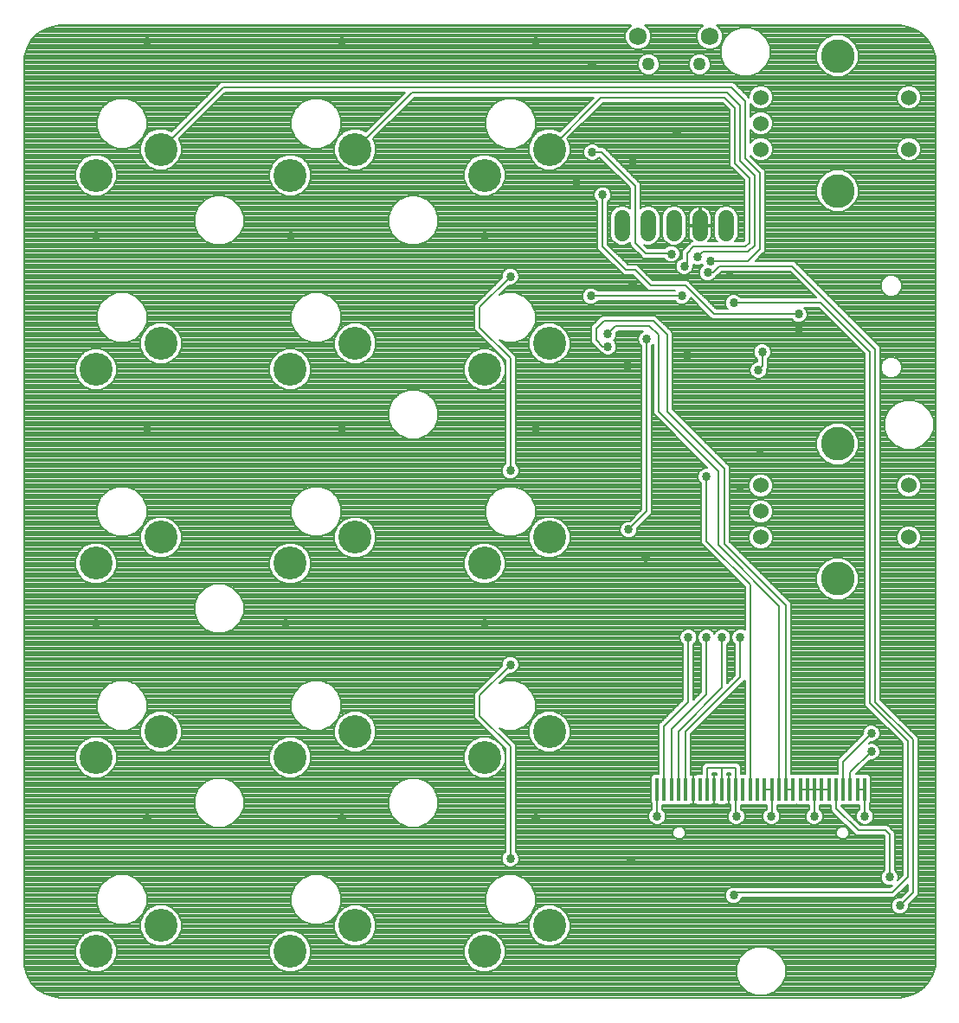
<source format=gbl>
G75*
%MOIN*%
%OFA0B0*%
%FSLAX25Y25*%
%IPPOS*%
%LPD*%
%AMOC8*
5,1,8,0,0,1.08239X$1,22.5*
%
%ADD10C,0.12700*%
%ADD11C,0.06000*%
%ADD12C,0.13000*%
%ADD13R,0.01378X0.08661*%
%ADD14C,0.06000*%
%ADD15C,0.06791*%
%ADD16C,0.05020*%
%ADD17C,0.03369*%
%ADD18C,0.00800*%
D10*
X0030770Y0020770D03*
X0055770Y0030770D03*
X0105573Y0020770D03*
X0130573Y0030770D03*
X0180376Y0020770D03*
X0205376Y0030770D03*
X0180376Y0095573D03*
X0205376Y0105573D03*
X0180376Y0170376D03*
X0205376Y0180376D03*
X0180376Y0245180D03*
X0205376Y0255180D03*
X0180376Y0319983D03*
X0205376Y0329983D03*
X0130573Y0329983D03*
X0105573Y0319983D03*
X0055770Y0329983D03*
X0030770Y0319983D03*
X0055770Y0255180D03*
X0030770Y0245180D03*
X0055770Y0180376D03*
X0030770Y0170376D03*
X0055770Y0105573D03*
X0030770Y0095573D03*
X0105573Y0095573D03*
X0130573Y0105573D03*
X0105573Y0170376D03*
X0130573Y0180376D03*
X0105573Y0245180D03*
X0130573Y0255180D03*
D11*
X0286861Y0200376D03*
X0286861Y0190376D03*
X0286861Y0180376D03*
X0343861Y0180376D03*
X0343861Y0200376D03*
X0343861Y0329983D03*
X0343861Y0349983D03*
X0286861Y0349983D03*
X0286861Y0339983D03*
X0286861Y0329983D03*
D12*
X0316361Y0313983D03*
X0316361Y0365983D03*
X0316361Y0216376D03*
X0316361Y0164376D03*
D13*
X0315770Y0083290D03*
X0313014Y0083290D03*
X0310258Y0083290D03*
X0307502Y0083290D03*
X0304746Y0083290D03*
X0301991Y0083290D03*
X0299235Y0083290D03*
X0296479Y0083290D03*
X0293723Y0083290D03*
X0290967Y0083290D03*
X0288211Y0083290D03*
X0285455Y0083290D03*
X0282699Y0083290D03*
X0279943Y0083290D03*
X0277187Y0083290D03*
X0274431Y0083290D03*
X0271676Y0083290D03*
X0268920Y0083290D03*
X0266164Y0083290D03*
X0263408Y0083290D03*
X0260652Y0083290D03*
X0257896Y0083290D03*
X0255140Y0083290D03*
X0252384Y0083290D03*
X0249628Y0083290D03*
X0246872Y0083290D03*
X0318526Y0083290D03*
X0321282Y0083290D03*
X0324038Y0083290D03*
X0326794Y0083290D03*
D14*
X0273369Y0297613D02*
X0273369Y0303613D01*
X0263369Y0303613D02*
X0263369Y0297613D01*
X0253369Y0297613D02*
X0253369Y0303613D01*
X0243369Y0303613D02*
X0243369Y0297613D01*
X0233369Y0297613D02*
X0233369Y0303613D01*
D15*
X0239589Y0373447D03*
X0267148Y0373447D03*
D16*
X0263211Y0362817D03*
X0243526Y0362817D03*
D17*
X0221900Y0362400D03*
X0200219Y0371510D03*
X0221900Y0328900D03*
X0215900Y0316900D03*
X0225900Y0312400D03*
X0237400Y0324900D03*
X0254400Y0336400D03*
X0252400Y0289700D03*
X0257400Y0284900D03*
X0262400Y0288400D03*
X0267400Y0286900D03*
X0266400Y0282400D03*
X0274900Y0281400D03*
X0276400Y0270900D03*
X0287400Y0251900D03*
X0285900Y0244900D03*
X0301400Y0260900D03*
X0301400Y0266400D03*
X0258400Y0250400D03*
X0242900Y0256900D03*
X0235400Y0246400D03*
X0227900Y0253900D03*
X0227900Y0258900D03*
X0221400Y0273400D03*
X0237400Y0277900D03*
X0256400Y0273400D03*
X0286400Y0212900D03*
X0278900Y0199400D03*
X0265900Y0203900D03*
X0235900Y0183400D03*
X0242400Y0172400D03*
X0258900Y0141900D03*
X0265900Y0141900D03*
X0271900Y0141900D03*
X0278900Y0141900D03*
X0329400Y0104900D03*
X0329400Y0097900D03*
X0326900Y0072900D03*
X0307400Y0072900D03*
X0290900Y0072900D03*
X0277400Y0072900D03*
X0246900Y0072900D03*
X0236900Y0055900D03*
X0200219Y0072298D03*
X0190376Y0056518D03*
X0125416Y0072298D03*
X0190376Y0131321D03*
X0180534Y0147101D03*
X0190376Y0206124D03*
X0200219Y0221904D03*
X0190376Y0280928D03*
X0180534Y0296707D03*
X0125416Y0221904D03*
X0105731Y0296707D03*
X0050613Y0221904D03*
X0030928Y0296707D03*
X0050613Y0371510D03*
X0125416Y0371510D03*
X0103762Y0147101D03*
X0050613Y0072298D03*
X0030928Y0147101D03*
X0276400Y0042400D03*
X0336400Y0049400D03*
X0340400Y0038400D03*
D18*
X0279656Y0006990D02*
X0007469Y0006990D01*
X0006671Y0007788D02*
X0278858Y0007788D01*
X0278801Y0007844D02*
X0281466Y0005179D01*
X0284949Y0003737D01*
X0288718Y0003737D01*
X0292200Y0005179D01*
X0294865Y0007844D01*
X0296307Y0011327D01*
X0296307Y0015096D01*
X0294865Y0018578D01*
X0292200Y0021243D01*
X0288718Y0022685D01*
X0284949Y0022685D01*
X0281466Y0021243D01*
X0278801Y0018578D01*
X0277359Y0015096D01*
X0277359Y0011327D01*
X0278801Y0007844D01*
X0278494Y0008587D02*
X0005894Y0008587D01*
X0005924Y0008535D02*
X0008535Y0005924D01*
X0011734Y0004077D01*
X0015301Y0003121D01*
X0017148Y0003000D01*
X0339983Y0003000D01*
X0341829Y0003121D01*
X0345397Y0004077D01*
X0348595Y0005924D01*
X0351207Y0008535D01*
X0353054Y0011734D01*
X0354010Y0015301D01*
X0354131Y0017148D01*
X0354131Y0363605D01*
X0354010Y0365451D01*
X0353054Y0369019D01*
X0351207Y0372217D01*
X0348595Y0374829D01*
X0345397Y0376676D01*
X0341829Y0377632D01*
X0339983Y0377753D01*
X0269808Y0377753D01*
X0269978Y0377682D01*
X0271383Y0376277D01*
X0272144Y0374441D01*
X0272144Y0372454D01*
X0271383Y0370617D01*
X0269978Y0369212D01*
X0268142Y0368452D01*
X0266154Y0368452D01*
X0264318Y0369212D01*
X0262913Y0370617D01*
X0262152Y0372454D01*
X0262152Y0374441D01*
X0262913Y0376277D01*
X0264318Y0377682D01*
X0264488Y0377753D01*
X0242249Y0377753D01*
X0242419Y0377682D01*
X0243824Y0376277D01*
X0244585Y0374441D01*
X0244585Y0372454D01*
X0243824Y0370617D01*
X0242419Y0369212D01*
X0240583Y0368452D01*
X0238595Y0368452D01*
X0236759Y0369212D01*
X0235354Y0370617D01*
X0234593Y0372454D01*
X0234593Y0374441D01*
X0235354Y0376277D01*
X0236759Y0377682D01*
X0236929Y0377753D01*
X0017148Y0377753D01*
X0015301Y0377632D01*
X0011734Y0376676D01*
X0008535Y0374829D01*
X0005924Y0372217D01*
X0004077Y0369019D01*
X0004077Y0369019D01*
X0003121Y0365451D01*
X0003000Y0363605D01*
X0003000Y0017148D01*
X0003121Y0015301D01*
X0004077Y0011734D01*
X0005924Y0008535D01*
X0005433Y0009385D02*
X0278163Y0009385D01*
X0277832Y0010184D02*
X0004972Y0010184D01*
X0004511Y0010982D02*
X0277502Y0010982D01*
X0277359Y0011781D02*
X0004064Y0011781D01*
X0003850Y0012579D02*
X0277359Y0012579D01*
X0277359Y0013378D02*
X0183304Y0013378D01*
X0181958Y0012820D02*
X0184880Y0014030D01*
X0187116Y0016267D01*
X0188326Y0019189D01*
X0188326Y0022351D01*
X0187116Y0025273D01*
X0184880Y0027510D01*
X0181958Y0028720D01*
X0178795Y0028720D01*
X0175873Y0027510D01*
X0173637Y0025273D01*
X0172426Y0022351D01*
X0172426Y0019189D01*
X0173637Y0016267D01*
X0175873Y0014030D01*
X0178795Y0012820D01*
X0181958Y0012820D01*
X0185025Y0014176D02*
X0277359Y0014176D01*
X0277359Y0014975D02*
X0185824Y0014975D01*
X0186623Y0015773D02*
X0277640Y0015773D01*
X0277971Y0016572D02*
X0187242Y0016572D01*
X0187573Y0017370D02*
X0278301Y0017370D01*
X0278632Y0018169D02*
X0187904Y0018169D01*
X0188235Y0018967D02*
X0279191Y0018967D01*
X0279990Y0019766D02*
X0188326Y0019766D01*
X0188326Y0020564D02*
X0280788Y0020564D01*
X0281756Y0021363D02*
X0188326Y0021363D01*
X0188326Y0022161D02*
X0283684Y0022161D01*
X0289982Y0022161D02*
X0354131Y0022161D01*
X0354131Y0021363D02*
X0291910Y0021363D01*
X0292878Y0020564D02*
X0354131Y0020564D01*
X0354131Y0019766D02*
X0293677Y0019766D01*
X0294475Y0018967D02*
X0354131Y0018967D01*
X0354131Y0018169D02*
X0295034Y0018169D01*
X0295365Y0017370D02*
X0354131Y0017370D01*
X0354093Y0016572D02*
X0295696Y0016572D01*
X0296026Y0015773D02*
X0354041Y0015773D01*
X0353922Y0014975D02*
X0296307Y0014975D01*
X0296307Y0014176D02*
X0353708Y0014176D01*
X0353494Y0013378D02*
X0296307Y0013378D01*
X0296307Y0012579D02*
X0353280Y0012579D01*
X0353066Y0011781D02*
X0296307Y0011781D01*
X0296164Y0010982D02*
X0352620Y0010982D01*
X0352159Y0010184D02*
X0295834Y0010184D01*
X0295503Y0009385D02*
X0351698Y0009385D01*
X0351237Y0008587D02*
X0295172Y0008587D01*
X0294808Y0007788D02*
X0350460Y0007788D01*
X0349661Y0006990D02*
X0294010Y0006990D01*
X0293211Y0006191D02*
X0348863Y0006191D01*
X0347676Y0005393D02*
X0292413Y0005393D01*
X0290787Y0004594D02*
X0346293Y0004594D01*
X0344347Y0003796D02*
X0288859Y0003796D01*
X0284807Y0003796D02*
X0012784Y0003796D01*
X0010838Y0004594D02*
X0282879Y0004594D01*
X0281253Y0005393D02*
X0009455Y0005393D01*
X0008268Y0006191D02*
X0280455Y0006191D01*
X0277053Y0039116D02*
X0278260Y0039616D01*
X0279184Y0040540D01*
X0279541Y0041400D01*
X0338228Y0041400D01*
X0343400Y0046572D01*
X0343400Y0044228D01*
X0340856Y0041684D01*
X0339747Y0041684D01*
X0338540Y0041184D01*
X0337616Y0040260D01*
X0337116Y0039053D01*
X0337116Y0037747D01*
X0337616Y0036540D01*
X0338540Y0035616D01*
X0339747Y0035116D01*
X0341053Y0035116D01*
X0342260Y0035616D01*
X0343184Y0036540D01*
X0343684Y0037747D01*
X0343684Y0038856D01*
X0347400Y0042572D01*
X0347400Y0103228D01*
X0346228Y0104400D01*
X0332900Y0117728D01*
X0332900Y0253728D01*
X0331728Y0254900D01*
X0299728Y0286900D01*
X0284728Y0286900D01*
X0287228Y0289400D01*
X0288400Y0290572D01*
X0288400Y0321728D01*
X0287228Y0322900D01*
X0282900Y0327228D01*
X0282900Y0327524D01*
X0282961Y0327377D01*
X0284255Y0326083D01*
X0285946Y0325383D01*
X0287776Y0325383D01*
X0289466Y0326083D01*
X0290760Y0327377D01*
X0291461Y0329068D01*
X0291461Y0330898D01*
X0290760Y0332588D01*
X0289466Y0333882D01*
X0287776Y0334583D01*
X0285946Y0334583D01*
X0284255Y0333882D01*
X0282961Y0332588D01*
X0282900Y0332441D01*
X0282900Y0337524D01*
X0282961Y0337377D01*
X0284255Y0336083D01*
X0285946Y0335383D01*
X0287776Y0335383D01*
X0289466Y0336083D01*
X0290760Y0337377D01*
X0291461Y0339068D01*
X0291461Y0340898D01*
X0290760Y0342588D01*
X0289466Y0343882D01*
X0287776Y0344583D01*
X0285946Y0344583D01*
X0284255Y0343882D01*
X0282961Y0342588D01*
X0282900Y0342441D01*
X0282900Y0347524D01*
X0282961Y0347377D01*
X0284255Y0346083D01*
X0285946Y0345383D01*
X0287776Y0345383D01*
X0289466Y0346083D01*
X0290760Y0347377D01*
X0291461Y0349068D01*
X0291461Y0350898D01*
X0290760Y0352588D01*
X0289466Y0353882D01*
X0287776Y0354583D01*
X0285946Y0354583D01*
X0284255Y0353882D01*
X0282961Y0352588D01*
X0282261Y0350898D01*
X0282261Y0349868D01*
X0281728Y0350400D01*
X0277400Y0354728D01*
X0276228Y0355900D01*
X0078859Y0355900D01*
X0059855Y0336896D01*
X0057351Y0337933D01*
X0054189Y0337933D01*
X0051267Y0336722D01*
X0049030Y0334486D01*
X0047820Y0331564D01*
X0047820Y0328401D01*
X0049030Y0325479D01*
X0051267Y0323243D01*
X0054189Y0322033D01*
X0057351Y0322033D01*
X0060273Y0323243D01*
X0062510Y0325479D01*
X0063720Y0328401D01*
X0063720Y0331564D01*
X0062683Y0334067D01*
X0080516Y0351900D01*
X0149662Y0351900D01*
X0134658Y0336896D01*
X0132155Y0337933D01*
X0128992Y0337933D01*
X0126070Y0336722D01*
X0123834Y0334486D01*
X0122623Y0331564D01*
X0122623Y0328401D01*
X0123834Y0325479D01*
X0126070Y0323243D01*
X0128992Y0322033D01*
X0132155Y0322033D01*
X0135077Y0323243D01*
X0137313Y0325479D01*
X0138523Y0328401D01*
X0138523Y0331564D01*
X0137486Y0334067D01*
X0153319Y0349900D01*
X0222465Y0349900D01*
X0209461Y0336896D01*
X0206958Y0337933D01*
X0203795Y0337933D01*
X0200873Y0336722D01*
X0198637Y0334486D01*
X0197426Y0331564D01*
X0197426Y0328401D01*
X0198637Y0325479D01*
X0200873Y0323243D01*
X0203795Y0322033D01*
X0206958Y0322033D01*
X0209880Y0323243D01*
X0212116Y0325479D01*
X0213326Y0328401D01*
X0213326Y0331564D01*
X0212289Y0334067D01*
X0226122Y0347900D01*
X0272072Y0347900D01*
X0274900Y0345072D01*
X0274900Y0323572D01*
X0276072Y0322400D01*
X0280400Y0318072D01*
X0280400Y0294728D01*
X0280072Y0294400D01*
X0276661Y0294400D01*
X0277268Y0295007D01*
X0277968Y0296698D01*
X0277968Y0304528D01*
X0277268Y0306218D01*
X0275974Y0307512D01*
X0274284Y0308213D01*
X0272453Y0308213D01*
X0270763Y0307512D01*
X0269469Y0306218D01*
X0268769Y0304528D01*
X0268769Y0296698D01*
X0269469Y0295007D01*
X0270076Y0294400D01*
X0266378Y0294400D01*
X0266725Y0294746D01*
X0267132Y0295306D01*
X0267446Y0295924D01*
X0267660Y0296582D01*
X0267768Y0297266D01*
X0267768Y0300213D01*
X0263769Y0300213D01*
X0263769Y0301013D01*
X0267768Y0301013D01*
X0267768Y0303959D01*
X0267660Y0304643D01*
X0267446Y0305302D01*
X0267132Y0305919D01*
X0266725Y0306479D01*
X0266235Y0306969D01*
X0265675Y0307376D01*
X0265058Y0307690D01*
X0264399Y0307904D01*
X0263768Y0308004D01*
X0263768Y0301013D01*
X0262969Y0301013D01*
X0262969Y0308004D01*
X0262338Y0307904D01*
X0261679Y0307690D01*
X0261062Y0307376D01*
X0260502Y0306969D01*
X0260012Y0306479D01*
X0259605Y0305919D01*
X0259291Y0305302D01*
X0259077Y0304643D01*
X0258969Y0303959D01*
X0258968Y0301013D01*
X0262968Y0301013D01*
X0262968Y0300213D01*
X0258969Y0300213D01*
X0258969Y0297266D01*
X0259077Y0296582D01*
X0259291Y0295924D01*
X0259605Y0295306D01*
X0260012Y0294746D01*
X0260359Y0294400D01*
X0260072Y0294400D01*
X0257572Y0291900D01*
X0256400Y0290728D01*
X0256400Y0288041D01*
X0255540Y0287684D01*
X0254616Y0286760D01*
X0254116Y0285553D01*
X0254116Y0284247D01*
X0254616Y0283040D01*
X0255540Y0282116D01*
X0256747Y0281616D01*
X0258053Y0281616D01*
X0259260Y0282116D01*
X0260184Y0283040D01*
X0260684Y0284247D01*
X0260684Y0285553D01*
X0260683Y0285556D01*
X0261747Y0285116D01*
X0263053Y0285116D01*
X0264260Y0285616D01*
X0264343Y0285698D01*
X0264553Y0285190D01*
X0264540Y0285184D01*
X0263616Y0284260D01*
X0263116Y0283053D01*
X0263116Y0281747D01*
X0263616Y0280540D01*
X0264540Y0279616D01*
X0265747Y0279116D01*
X0267053Y0279116D01*
X0268260Y0279616D01*
X0269045Y0280400D01*
X0269228Y0280400D01*
X0271728Y0282900D01*
X0298072Y0282900D01*
X0308072Y0272900D01*
X0279045Y0272900D01*
X0278260Y0273684D01*
X0277053Y0274184D01*
X0275747Y0274184D01*
X0274540Y0273684D01*
X0273616Y0272760D01*
X0273116Y0271553D01*
X0273116Y0270247D01*
X0273616Y0269040D01*
X0274255Y0268400D01*
X0269728Y0268400D01*
X0259900Y0278228D01*
X0258728Y0279400D01*
X0245228Y0279400D01*
X0240400Y0284228D01*
X0239228Y0285400D01*
X0235728Y0285400D01*
X0227900Y0293228D01*
X0227900Y0309755D01*
X0228684Y0310540D01*
X0229184Y0311747D01*
X0229184Y0313053D01*
X0228684Y0314260D01*
X0227760Y0315184D01*
X0226553Y0315684D01*
X0225247Y0315684D01*
X0224040Y0315184D01*
X0223116Y0314260D01*
X0222616Y0313053D01*
X0222616Y0311747D01*
X0223116Y0310540D01*
X0223900Y0309755D01*
X0223900Y0291572D01*
X0234072Y0281400D01*
X0237572Y0281400D01*
X0243572Y0275400D01*
X0253755Y0275400D01*
X0224045Y0275400D01*
X0223260Y0276184D01*
X0222053Y0276684D01*
X0220747Y0276684D01*
X0219540Y0276184D01*
X0218616Y0275260D01*
X0218116Y0274053D01*
X0218116Y0272747D01*
X0218616Y0271540D01*
X0219540Y0270616D01*
X0220747Y0270116D01*
X0222053Y0270116D01*
X0223260Y0270616D01*
X0224045Y0271400D01*
X0253755Y0271400D01*
X0254540Y0270616D01*
X0255747Y0270116D01*
X0257053Y0270116D01*
X0258260Y0270616D01*
X0259184Y0271540D01*
X0259684Y0272747D01*
X0259684Y0272787D01*
X0266900Y0265572D01*
X0268072Y0264400D01*
X0298755Y0264400D01*
X0299540Y0263616D01*
X0300747Y0263116D01*
X0302053Y0263116D01*
X0303260Y0263616D01*
X0304184Y0264540D01*
X0304684Y0265747D01*
X0304684Y0267053D01*
X0304184Y0268260D01*
X0303545Y0268900D01*
X0309072Y0268900D01*
X0326900Y0251072D01*
X0326900Y0115572D01*
X0341400Y0101072D01*
X0341400Y0050228D01*
X0339519Y0048347D01*
X0339684Y0048747D01*
X0339684Y0050053D01*
X0339184Y0051260D01*
X0338400Y0052045D01*
X0338400Y0066728D01*
X0337228Y0067900D01*
X0335728Y0069400D01*
X0325228Y0069400D01*
X0317770Y0076858D01*
X0317770Y0077359D01*
X0319878Y0077359D01*
X0319904Y0077385D01*
X0319930Y0077359D01*
X0322634Y0077359D01*
X0322660Y0077385D01*
X0322686Y0077359D01*
X0324794Y0077359D01*
X0324794Y0075438D01*
X0324116Y0074760D01*
X0323616Y0073553D01*
X0323616Y0072247D01*
X0324116Y0071040D01*
X0325040Y0070116D01*
X0326247Y0069616D01*
X0327553Y0069616D01*
X0328760Y0070116D01*
X0329684Y0071040D01*
X0330184Y0072247D01*
X0330184Y0073553D01*
X0329684Y0074760D01*
X0328794Y0075651D01*
X0328794Y0078007D01*
X0329083Y0078296D01*
X0329083Y0088283D01*
X0328145Y0089220D01*
X0325442Y0089220D01*
X0325416Y0089194D01*
X0325390Y0089220D01*
X0323549Y0089220D01*
X0328944Y0094616D01*
X0330053Y0094616D01*
X0331260Y0095116D01*
X0332184Y0096040D01*
X0332684Y0097247D01*
X0332684Y0098553D01*
X0332184Y0099760D01*
X0331260Y0100684D01*
X0330053Y0101184D01*
X0328747Y0101184D01*
X0328347Y0101019D01*
X0328944Y0101616D01*
X0330053Y0101616D01*
X0331260Y0102116D01*
X0332184Y0103040D01*
X0332684Y0104247D01*
X0332684Y0105553D01*
X0332184Y0106760D01*
X0331260Y0107684D01*
X0330053Y0108184D01*
X0328747Y0108184D01*
X0327540Y0107684D01*
X0326616Y0106760D01*
X0326116Y0105553D01*
X0326116Y0104444D01*
X0316526Y0094854D01*
X0316526Y0089220D01*
X0314418Y0089220D01*
X0314392Y0089194D01*
X0314366Y0089220D01*
X0311662Y0089220D01*
X0311636Y0089194D01*
X0311610Y0089220D01*
X0308907Y0089220D01*
X0308880Y0089194D01*
X0308854Y0089220D01*
X0306151Y0089220D01*
X0306124Y0089194D01*
X0306098Y0089220D01*
X0303395Y0089220D01*
X0303368Y0089194D01*
X0303342Y0089220D01*
X0300639Y0089220D01*
X0300613Y0089194D01*
X0300586Y0089220D01*
X0298479Y0089220D01*
X0298479Y0155150D01*
X0274900Y0178728D01*
X0274900Y0207728D01*
X0273728Y0208900D01*
X0252900Y0229728D01*
X0252900Y0259228D01*
X0251728Y0260400D01*
X0246228Y0265900D01*
X0225572Y0265900D01*
X0224400Y0264728D01*
X0222572Y0262900D01*
X0222572Y0262900D01*
X0221400Y0261728D01*
X0221400Y0255572D01*
X0222572Y0254400D01*
X0225072Y0251900D01*
X0225255Y0251900D01*
X0226040Y0251116D01*
X0227247Y0250616D01*
X0228553Y0250616D01*
X0229760Y0251116D01*
X0230684Y0252040D01*
X0231184Y0253247D01*
X0231184Y0254553D01*
X0230684Y0255760D01*
X0230045Y0256400D01*
X0230684Y0257040D01*
X0231184Y0258247D01*
X0231184Y0259356D01*
X0231728Y0259900D01*
X0241561Y0259900D01*
X0241040Y0259684D01*
X0240116Y0258760D01*
X0239616Y0257553D01*
X0239616Y0256247D01*
X0240116Y0255040D01*
X0240900Y0254255D01*
X0240900Y0191228D01*
X0236356Y0186684D01*
X0235247Y0186684D01*
X0234040Y0186184D01*
X0233116Y0185260D01*
X0232616Y0184053D01*
X0232616Y0182747D01*
X0233116Y0181540D01*
X0234040Y0180616D01*
X0235247Y0180116D01*
X0236553Y0180116D01*
X0237760Y0180616D01*
X0238684Y0181540D01*
X0239184Y0182747D01*
X0239184Y0183856D01*
X0244900Y0189572D01*
X0244900Y0254255D01*
X0245400Y0254755D01*
X0245400Y0228072D01*
X0266287Y0207184D01*
X0265247Y0207184D01*
X0264040Y0206684D01*
X0263116Y0205760D01*
X0262616Y0204553D01*
X0262616Y0203247D01*
X0263116Y0202040D01*
X0263900Y0201255D01*
X0263900Y0178072D01*
X0280699Y0161272D01*
X0280699Y0144710D01*
X0279553Y0145184D01*
X0278247Y0145184D01*
X0277040Y0144684D01*
X0276116Y0143760D01*
X0275616Y0142553D01*
X0275616Y0141247D01*
X0276116Y0140040D01*
X0276900Y0139255D01*
X0276900Y0127228D01*
X0273900Y0124228D01*
X0273900Y0139255D01*
X0274684Y0140040D01*
X0275184Y0141247D01*
X0275184Y0142553D01*
X0274684Y0143760D01*
X0273760Y0144684D01*
X0272553Y0145184D01*
X0271247Y0145184D01*
X0270040Y0144684D01*
X0269116Y0143760D01*
X0268900Y0143239D01*
X0268684Y0143760D01*
X0267760Y0144684D01*
X0266553Y0145184D01*
X0265247Y0145184D01*
X0264040Y0144684D01*
X0263116Y0143760D01*
X0262616Y0142553D01*
X0262616Y0141247D01*
X0263116Y0140040D01*
X0263900Y0139255D01*
X0263900Y0120728D01*
X0260900Y0117728D01*
X0260900Y0139255D01*
X0261684Y0140040D01*
X0262184Y0141247D01*
X0262184Y0142553D01*
X0261684Y0143760D01*
X0260760Y0144684D01*
X0259553Y0145184D01*
X0258247Y0145184D01*
X0257040Y0144684D01*
X0256116Y0143760D01*
X0255616Y0142553D01*
X0255616Y0141247D01*
X0256116Y0140040D01*
X0256900Y0139255D01*
X0256900Y0117728D01*
X0247628Y0108457D01*
X0247628Y0089220D01*
X0245521Y0089220D01*
X0244583Y0088283D01*
X0244583Y0078296D01*
X0244872Y0078007D01*
X0244872Y0075517D01*
X0244116Y0074760D01*
X0243616Y0073553D01*
X0243616Y0072247D01*
X0244116Y0071040D01*
X0245040Y0070116D01*
X0246247Y0069616D01*
X0247553Y0069616D01*
X0248760Y0070116D01*
X0249684Y0071040D01*
X0250184Y0072247D01*
X0250184Y0073553D01*
X0249684Y0074760D01*
X0248872Y0075572D01*
X0248872Y0077359D01*
X0250980Y0077359D01*
X0251006Y0077385D01*
X0251033Y0077359D01*
X0253736Y0077359D01*
X0253762Y0077385D01*
X0253788Y0077359D01*
X0256492Y0077359D01*
X0256518Y0077385D01*
X0256544Y0077359D01*
X0259248Y0077359D01*
X0259518Y0077629D01*
X0259779Y0077559D01*
X0260652Y0077559D01*
X0261525Y0077559D01*
X0261786Y0077629D01*
X0262056Y0077359D01*
X0264760Y0077359D01*
X0264786Y0077385D01*
X0264812Y0077359D01*
X0267515Y0077359D01*
X0267785Y0077629D01*
X0268046Y0077559D01*
X0268920Y0077559D01*
X0269793Y0077559D01*
X0270054Y0077629D01*
X0270324Y0077359D01*
X0273027Y0077359D01*
X0273297Y0077629D01*
X0273558Y0077559D01*
X0274431Y0077559D01*
X0274431Y0083290D01*
X0274431Y0089020D01*
X0273676Y0089020D01*
X0273676Y0089400D01*
X0275187Y0089400D01*
X0275187Y0089020D01*
X0274432Y0089020D01*
X0274432Y0083290D01*
X0274431Y0083290D01*
X0274432Y0083290D01*
X0274432Y0077559D01*
X0275187Y0077559D01*
X0275187Y0075332D01*
X0274616Y0074760D01*
X0274116Y0073553D01*
X0274116Y0072247D01*
X0274616Y0071040D01*
X0275540Y0070116D01*
X0276747Y0069616D01*
X0278053Y0069616D01*
X0279260Y0070116D01*
X0280184Y0071040D01*
X0280684Y0072247D01*
X0280684Y0073553D01*
X0280184Y0074760D01*
X0279260Y0075684D01*
X0279187Y0075714D01*
X0279187Y0077359D01*
X0281295Y0077359D01*
X0281321Y0077385D01*
X0281347Y0077359D01*
X0284051Y0077359D01*
X0284077Y0077385D01*
X0284103Y0077359D01*
X0286807Y0077359D01*
X0286833Y0077385D01*
X0286859Y0077359D01*
X0288967Y0077359D01*
X0288967Y0075612D01*
X0288116Y0074760D01*
X0287616Y0073553D01*
X0287616Y0072247D01*
X0288116Y0071040D01*
X0289040Y0070116D01*
X0290247Y0069616D01*
X0291553Y0069616D01*
X0292760Y0070116D01*
X0293684Y0071040D01*
X0294184Y0072247D01*
X0294184Y0073553D01*
X0293684Y0074760D01*
X0292967Y0075478D01*
X0292967Y0077359D01*
X0295075Y0077359D01*
X0295101Y0077385D01*
X0295127Y0077359D01*
X0297830Y0077359D01*
X0297857Y0077385D01*
X0297883Y0077359D01*
X0300586Y0077359D01*
X0300613Y0077385D01*
X0300639Y0077359D01*
X0303342Y0077359D01*
X0303368Y0077385D01*
X0303395Y0077359D01*
X0305400Y0077359D01*
X0305400Y0075545D01*
X0304616Y0074760D01*
X0304116Y0073553D01*
X0304116Y0072247D01*
X0304616Y0071040D01*
X0305540Y0070116D01*
X0306747Y0069616D01*
X0308053Y0069616D01*
X0309260Y0070116D01*
X0310184Y0071040D01*
X0310684Y0072247D01*
X0310684Y0073553D01*
X0310184Y0074760D01*
X0309400Y0075545D01*
X0309400Y0077359D01*
X0311610Y0077359D01*
X0311636Y0077385D01*
X0311662Y0077359D01*
X0313770Y0077359D01*
X0313770Y0075201D01*
X0314942Y0074030D01*
X0322400Y0066572D01*
X0323572Y0065400D01*
X0334072Y0065400D01*
X0334400Y0065072D01*
X0334400Y0052045D01*
X0333616Y0051260D01*
X0333116Y0050053D01*
X0333116Y0048747D01*
X0333616Y0047540D01*
X0334540Y0046616D01*
X0335747Y0046116D01*
X0337053Y0046116D01*
X0337453Y0046281D01*
X0336572Y0045400D01*
X0277740Y0045400D01*
X0277053Y0045684D01*
X0275747Y0045684D01*
X0274540Y0045184D01*
X0273616Y0044260D01*
X0273116Y0043053D01*
X0273116Y0041747D01*
X0273616Y0040540D01*
X0274540Y0039616D01*
X0275747Y0039116D01*
X0277053Y0039116D01*
X0278373Y0039729D02*
X0337395Y0039729D01*
X0337116Y0038930D02*
X0200026Y0038930D01*
X0200026Y0038851D02*
X0198557Y0035304D01*
X0195843Y0032589D01*
X0192296Y0031120D01*
X0188457Y0031120D01*
X0184910Y0032589D01*
X0182195Y0035304D01*
X0180726Y0038851D01*
X0180726Y0042690D01*
X0182195Y0046236D01*
X0184910Y0048951D01*
X0188457Y0050420D01*
X0192296Y0050420D01*
X0195843Y0048951D01*
X0198557Y0046236D01*
X0200026Y0042690D01*
X0200026Y0038851D01*
X0199729Y0038132D02*
X0202374Y0038132D01*
X0203795Y0038720D02*
X0200873Y0037510D01*
X0198637Y0035273D01*
X0197426Y0032351D01*
X0197426Y0029189D01*
X0198637Y0026267D01*
X0200873Y0024030D01*
X0203795Y0022820D01*
X0206958Y0022820D01*
X0209880Y0024030D01*
X0212116Y0026267D01*
X0213326Y0029189D01*
X0213326Y0032351D01*
X0212116Y0035273D01*
X0209880Y0037510D01*
X0206958Y0038720D01*
X0203795Y0038720D01*
X0200696Y0037333D02*
X0199398Y0037333D01*
X0199067Y0036534D02*
X0199898Y0036534D01*
X0199099Y0035736D02*
X0198736Y0035736D01*
X0198498Y0034937D02*
X0198191Y0034937D01*
X0198167Y0034139D02*
X0197392Y0034139D01*
X0197836Y0033340D02*
X0196594Y0033340D01*
X0195729Y0032542D02*
X0197505Y0032542D01*
X0197426Y0031743D02*
X0193801Y0031743D01*
X0197426Y0030945D02*
X0138523Y0030945D01*
X0138523Y0031743D02*
X0186952Y0031743D01*
X0185024Y0032542D02*
X0138444Y0032542D01*
X0138523Y0032351D02*
X0137313Y0035273D01*
X0135077Y0037510D01*
X0132155Y0038720D01*
X0128992Y0038720D01*
X0126070Y0037510D01*
X0123834Y0035273D01*
X0122623Y0032351D01*
X0122623Y0029189D01*
X0123834Y0026267D01*
X0126070Y0024030D01*
X0128992Y0022820D01*
X0132155Y0022820D01*
X0135077Y0024030D01*
X0137313Y0026267D01*
X0138523Y0029189D01*
X0138523Y0032351D01*
X0138114Y0033340D02*
X0184159Y0033340D01*
X0183360Y0034139D02*
X0137783Y0034139D01*
X0137452Y0034937D02*
X0182562Y0034937D01*
X0182016Y0035736D02*
X0136850Y0035736D01*
X0136052Y0036534D02*
X0181686Y0036534D01*
X0181355Y0037333D02*
X0135253Y0037333D01*
X0133575Y0038132D02*
X0181024Y0038132D01*
X0180726Y0038930D02*
X0125223Y0038930D01*
X0125223Y0038851D02*
X0123754Y0035304D01*
X0121040Y0032589D01*
X0117493Y0031120D01*
X0113654Y0031120D01*
X0110107Y0032589D01*
X0107392Y0035304D01*
X0105923Y0038851D01*
X0105923Y0042690D01*
X0107392Y0046236D01*
X0110107Y0048951D01*
X0113654Y0050420D01*
X0117493Y0050420D01*
X0121040Y0048951D01*
X0123754Y0046236D01*
X0125223Y0042690D01*
X0125223Y0038851D01*
X0124925Y0038132D02*
X0127571Y0038132D01*
X0125893Y0037333D02*
X0124595Y0037333D01*
X0124264Y0036534D02*
X0125095Y0036534D01*
X0124296Y0035736D02*
X0123933Y0035736D01*
X0123694Y0034937D02*
X0123388Y0034937D01*
X0123364Y0034139D02*
X0122589Y0034139D01*
X0123033Y0033340D02*
X0121791Y0033340D01*
X0120925Y0032542D02*
X0122702Y0032542D01*
X0122623Y0031743D02*
X0118998Y0031743D01*
X0122623Y0030945D02*
X0063720Y0030945D01*
X0063720Y0031743D02*
X0112149Y0031743D01*
X0110221Y0032542D02*
X0063641Y0032542D01*
X0063720Y0032351D02*
X0062510Y0035273D01*
X0060273Y0037510D01*
X0057351Y0038720D01*
X0054189Y0038720D01*
X0051267Y0037510D01*
X0049030Y0035273D01*
X0047820Y0032351D01*
X0047820Y0029189D01*
X0049030Y0026267D01*
X0051267Y0024030D01*
X0054189Y0022820D01*
X0057351Y0022820D01*
X0060273Y0024030D01*
X0062510Y0026267D01*
X0063720Y0029189D01*
X0063720Y0032351D01*
X0063310Y0033340D02*
X0109356Y0033340D01*
X0108557Y0034139D02*
X0062980Y0034139D01*
X0062649Y0034937D02*
X0107759Y0034937D01*
X0107213Y0035736D02*
X0062047Y0035736D01*
X0061249Y0036534D02*
X0106883Y0036534D01*
X0106552Y0037333D02*
X0060450Y0037333D01*
X0058772Y0038132D02*
X0106221Y0038132D01*
X0105923Y0038930D02*
X0050420Y0038930D01*
X0050420Y0038851D02*
X0048951Y0035304D01*
X0046236Y0032589D01*
X0042690Y0031120D01*
X0038851Y0031120D01*
X0035304Y0032589D01*
X0032589Y0035304D01*
X0031120Y0038851D01*
X0031120Y0042690D01*
X0032589Y0046236D01*
X0035304Y0048951D01*
X0038851Y0050420D01*
X0042690Y0050420D01*
X0046236Y0048951D01*
X0048951Y0046236D01*
X0050420Y0042690D01*
X0050420Y0038851D01*
X0050122Y0038132D02*
X0052768Y0038132D01*
X0051090Y0037333D02*
X0049791Y0037333D01*
X0049461Y0036534D02*
X0050291Y0036534D01*
X0049493Y0035736D02*
X0049130Y0035736D01*
X0048891Y0034937D02*
X0048585Y0034937D01*
X0048561Y0034139D02*
X0047786Y0034139D01*
X0048230Y0033340D02*
X0046988Y0033340D01*
X0046122Y0032542D02*
X0047899Y0032542D01*
X0047820Y0031743D02*
X0044194Y0031743D01*
X0047820Y0030945D02*
X0003000Y0030945D01*
X0003000Y0031743D02*
X0037346Y0031743D01*
X0035418Y0032542D02*
X0003000Y0032542D01*
X0003000Y0033340D02*
X0034553Y0033340D01*
X0033754Y0034139D02*
X0003000Y0034139D01*
X0003000Y0034937D02*
X0032956Y0034937D01*
X0032410Y0035736D02*
X0003000Y0035736D01*
X0003000Y0036534D02*
X0032079Y0036534D01*
X0031749Y0037333D02*
X0003000Y0037333D01*
X0003000Y0038132D02*
X0031418Y0038132D01*
X0031120Y0038930D02*
X0003000Y0038930D01*
X0003000Y0039729D02*
X0031120Y0039729D01*
X0031120Y0040527D02*
X0003000Y0040527D01*
X0003000Y0041326D02*
X0031120Y0041326D01*
X0031120Y0042124D02*
X0003000Y0042124D01*
X0003000Y0042923D02*
X0031217Y0042923D01*
X0031547Y0043721D02*
X0003000Y0043721D01*
X0003000Y0044520D02*
X0031878Y0044520D01*
X0032209Y0045318D02*
X0003000Y0045318D01*
X0003000Y0046117D02*
X0032540Y0046117D01*
X0033268Y0046915D02*
X0003000Y0046915D01*
X0003000Y0047714D02*
X0034066Y0047714D01*
X0034865Y0048512D02*
X0003000Y0048512D01*
X0003000Y0049311D02*
X0036172Y0049311D01*
X0038100Y0050109D02*
X0003000Y0050109D01*
X0003000Y0050908D02*
X0333470Y0050908D01*
X0333139Y0050109D02*
X0193046Y0050109D01*
X0194974Y0049311D02*
X0333116Y0049311D01*
X0333213Y0048512D02*
X0196281Y0048512D01*
X0197080Y0047714D02*
X0333544Y0047714D01*
X0334240Y0046915D02*
X0197878Y0046915D01*
X0198607Y0046117D02*
X0335745Y0046117D01*
X0337055Y0046117D02*
X0337288Y0046117D01*
X0337400Y0043400D02*
X0277400Y0043400D01*
X0276400Y0042400D01*
X0273392Y0043721D02*
X0199599Y0043721D01*
X0199930Y0042923D02*
X0273116Y0042923D01*
X0273116Y0042124D02*
X0200026Y0042124D01*
X0200026Y0041326D02*
X0273290Y0041326D01*
X0273628Y0040527D02*
X0200026Y0040527D01*
X0200026Y0039729D02*
X0274427Y0039729D01*
X0273875Y0044520D02*
X0199268Y0044520D01*
X0198938Y0045318D02*
X0274863Y0045318D01*
X0279510Y0041326D02*
X0338881Y0041326D01*
X0338952Y0042124D02*
X0341296Y0042124D01*
X0342094Y0042923D02*
X0339751Y0042923D01*
X0340550Y0043721D02*
X0342893Y0043721D01*
X0343400Y0044520D02*
X0341348Y0044520D01*
X0342147Y0045318D02*
X0343400Y0045318D01*
X0343400Y0046117D02*
X0342945Y0046117D01*
X0343400Y0049400D02*
X0337400Y0043400D01*
X0337882Y0040527D02*
X0279172Y0040527D01*
X0256326Y0064170D02*
X0257724Y0065569D01*
X0257724Y0067546D01*
X0256326Y0068945D01*
X0254348Y0068945D01*
X0252950Y0067546D01*
X0252950Y0065569D01*
X0254348Y0064170D01*
X0256326Y0064170D01*
X0256638Y0064482D02*
X0317028Y0064482D01*
X0317340Y0064170D02*
X0319318Y0064170D01*
X0320717Y0065569D01*
X0320717Y0067546D01*
X0319318Y0068945D01*
X0317340Y0068945D01*
X0315942Y0067546D01*
X0315942Y0065569D01*
X0317340Y0064170D01*
X0316229Y0065281D02*
X0257437Y0065281D01*
X0257724Y0066079D02*
X0315942Y0066079D01*
X0315942Y0066878D02*
X0257724Y0066878D01*
X0257594Y0067676D02*
X0316072Y0067676D01*
X0316870Y0068475D02*
X0256796Y0068475D01*
X0253878Y0068475D02*
X0192376Y0068475D01*
X0192376Y0069273D02*
X0319698Y0069273D01*
X0319788Y0068475D02*
X0320497Y0068475D01*
X0320586Y0067676D02*
X0321295Y0067676D01*
X0320717Y0066878D02*
X0322094Y0066878D01*
X0322892Y0066079D02*
X0320717Y0066079D01*
X0320429Y0065281D02*
X0334191Y0065281D01*
X0334400Y0064482D02*
X0319630Y0064482D01*
X0324400Y0067400D02*
X0334900Y0067400D01*
X0336400Y0065900D01*
X0336400Y0049400D01*
X0334062Y0051706D02*
X0003000Y0051706D01*
X0003000Y0052505D02*
X0334400Y0052505D01*
X0334400Y0053303D02*
X0191197Y0053303D01*
X0191030Y0053234D02*
X0192237Y0053734D01*
X0193161Y0054658D01*
X0193661Y0055865D01*
X0193661Y0057171D01*
X0193161Y0058378D01*
X0192376Y0059163D01*
X0192376Y0100654D01*
X0191205Y0101825D01*
X0186152Y0106878D01*
X0188457Y0105923D01*
X0192296Y0105923D01*
X0195843Y0107392D01*
X0198557Y0110107D01*
X0200026Y0113654D01*
X0200026Y0117493D01*
X0198557Y0121040D01*
X0195843Y0123754D01*
X0192296Y0125223D01*
X0188457Y0125223D01*
X0186152Y0124269D01*
X0189921Y0128037D01*
X0191030Y0128037D01*
X0192237Y0128537D01*
X0193161Y0129461D01*
X0193661Y0130668D01*
X0193661Y0131975D01*
X0193161Y0133182D01*
X0192237Y0134105D01*
X0191030Y0134605D01*
X0189723Y0134605D01*
X0188516Y0134105D01*
X0187592Y0133182D01*
X0187092Y0131975D01*
X0187092Y0130865D01*
X0177737Y0121510D01*
X0176565Y0120339D01*
X0176565Y0110808D01*
X0188376Y0098997D01*
X0188376Y0059163D01*
X0187592Y0058378D01*
X0187092Y0057171D01*
X0187092Y0055865D01*
X0187592Y0054658D01*
X0188516Y0053734D01*
X0189723Y0053234D01*
X0191030Y0053234D01*
X0189556Y0053303D02*
X0003000Y0053303D01*
X0003000Y0054102D02*
X0188148Y0054102D01*
X0187492Y0054900D02*
X0003000Y0054900D01*
X0003000Y0055699D02*
X0187161Y0055699D01*
X0187092Y0056497D02*
X0003000Y0056497D01*
X0003000Y0057296D02*
X0187144Y0057296D01*
X0187474Y0058094D02*
X0003000Y0058094D01*
X0003000Y0058893D02*
X0188106Y0058893D01*
X0188376Y0059691D02*
X0003000Y0059691D01*
X0003000Y0060490D02*
X0188376Y0060490D01*
X0188376Y0061288D02*
X0003000Y0061288D01*
X0003000Y0062087D02*
X0188376Y0062087D01*
X0188376Y0062885D02*
X0003000Y0062885D01*
X0003000Y0063684D02*
X0188376Y0063684D01*
X0188376Y0064482D02*
X0003000Y0064482D01*
X0003000Y0065281D02*
X0188376Y0065281D01*
X0188376Y0066079D02*
X0003000Y0066079D01*
X0003000Y0066878D02*
X0188376Y0066878D01*
X0188376Y0067676D02*
X0003000Y0067676D01*
X0003000Y0068475D02*
X0188376Y0068475D01*
X0188376Y0069273D02*
X0156249Y0069273D01*
X0154859Y0068698D02*
X0158341Y0070140D01*
X0161006Y0072805D01*
X0162449Y0076287D01*
X0162449Y0080056D01*
X0161006Y0083538D01*
X0158341Y0086203D01*
X0154859Y0087646D01*
X0151090Y0087646D01*
X0147608Y0086203D01*
X0144943Y0083538D01*
X0143501Y0080056D01*
X0143501Y0076287D01*
X0144943Y0072805D01*
X0147608Y0070140D01*
X0151090Y0068698D01*
X0154859Y0068698D01*
X0158177Y0070072D02*
X0188376Y0070072D01*
X0188376Y0070870D02*
X0159072Y0070870D01*
X0159870Y0071669D02*
X0188376Y0071669D01*
X0188376Y0072468D02*
X0160669Y0072468D01*
X0161197Y0073266D02*
X0188376Y0073266D01*
X0188376Y0074065D02*
X0161528Y0074065D01*
X0161859Y0074863D02*
X0188376Y0074863D01*
X0188376Y0075662D02*
X0162190Y0075662D01*
X0162449Y0076460D02*
X0188376Y0076460D01*
X0188376Y0077259D02*
X0162449Y0077259D01*
X0162449Y0078057D02*
X0188376Y0078057D01*
X0188376Y0078856D02*
X0162449Y0078856D01*
X0162449Y0079654D02*
X0188376Y0079654D01*
X0188376Y0080453D02*
X0162285Y0080453D01*
X0161954Y0081251D02*
X0188376Y0081251D01*
X0188376Y0082050D02*
X0161623Y0082050D01*
X0161292Y0082848D02*
X0188376Y0082848D01*
X0188376Y0083647D02*
X0160898Y0083647D01*
X0160100Y0084445D02*
X0188376Y0084445D01*
X0188376Y0085244D02*
X0159301Y0085244D01*
X0158503Y0086042D02*
X0188376Y0086042D01*
X0188376Y0086841D02*
X0156803Y0086841D01*
X0154875Y0087639D02*
X0178756Y0087639D01*
X0178795Y0087623D02*
X0181958Y0087623D01*
X0184880Y0088834D01*
X0187116Y0091070D01*
X0188326Y0093992D01*
X0188326Y0097155D01*
X0187116Y0100077D01*
X0184880Y0102313D01*
X0181958Y0103523D01*
X0178795Y0103523D01*
X0175873Y0102313D01*
X0173637Y0100077D01*
X0172426Y0097155D01*
X0172426Y0093992D01*
X0173637Y0091070D01*
X0175873Y0088834D01*
X0178795Y0087623D01*
X0176829Y0088438D02*
X0109121Y0088438D01*
X0110077Y0088834D02*
X0112313Y0091070D01*
X0113523Y0093992D01*
X0113523Y0097155D01*
X0112313Y0100077D01*
X0110077Y0102313D01*
X0107155Y0103523D01*
X0103992Y0103523D01*
X0101070Y0102313D01*
X0098834Y0100077D01*
X0097623Y0097155D01*
X0097623Y0093992D01*
X0098834Y0091070D01*
X0101070Y0088834D01*
X0103992Y0087623D01*
X0107155Y0087623D01*
X0110077Y0088834D01*
X0110479Y0089236D02*
X0175470Y0089236D01*
X0174672Y0090035D02*
X0111278Y0090035D01*
X0112076Y0090833D02*
X0173873Y0090833D01*
X0173404Y0091632D02*
X0112546Y0091632D01*
X0112876Y0092430D02*
X0173073Y0092430D01*
X0172742Y0093229D02*
X0113207Y0093229D01*
X0113523Y0094027D02*
X0172426Y0094027D01*
X0172426Y0094826D02*
X0113523Y0094826D01*
X0113523Y0095624D02*
X0172426Y0095624D01*
X0172426Y0096423D02*
X0113523Y0096423D01*
X0113496Y0097221D02*
X0172454Y0097221D01*
X0172785Y0098020D02*
X0133112Y0098020D01*
X0132155Y0097623D02*
X0135077Y0098834D01*
X0137313Y0101070D01*
X0138523Y0103992D01*
X0138523Y0107155D01*
X0137313Y0110077D01*
X0135077Y0112313D01*
X0132155Y0113523D01*
X0128992Y0113523D01*
X0126070Y0112313D01*
X0123834Y0110077D01*
X0122623Y0107155D01*
X0122623Y0103992D01*
X0123834Y0101070D01*
X0126070Y0098834D01*
X0128992Y0097623D01*
X0132155Y0097623D01*
X0135040Y0098818D02*
X0173116Y0098818D01*
X0173446Y0099617D02*
X0135860Y0099617D01*
X0136658Y0100415D02*
X0173976Y0100415D01*
X0174774Y0101214D02*
X0137373Y0101214D01*
X0137703Y0102012D02*
X0175573Y0102012D01*
X0177075Y0102811D02*
X0138034Y0102811D01*
X0138365Y0103609D02*
X0183764Y0103609D01*
X0183677Y0102811D02*
X0184562Y0102811D01*
X0185180Y0102012D02*
X0185361Y0102012D01*
X0185979Y0101214D02*
X0186159Y0101214D01*
X0186777Y0100415D02*
X0186958Y0100415D01*
X0187306Y0099617D02*
X0187756Y0099617D01*
X0187637Y0098818D02*
X0188376Y0098818D01*
X0188376Y0098020D02*
X0187968Y0098020D01*
X0188299Y0097221D02*
X0188376Y0097221D01*
X0188376Y0096423D02*
X0188326Y0096423D01*
X0188326Y0095624D02*
X0188376Y0095624D01*
X0188376Y0094826D02*
X0188326Y0094826D01*
X0188326Y0094027D02*
X0188376Y0094027D01*
X0188376Y0093229D02*
X0188010Y0093229D01*
X0187680Y0092430D02*
X0188376Y0092430D01*
X0188376Y0091632D02*
X0187349Y0091632D01*
X0186879Y0090833D02*
X0188376Y0090833D01*
X0188376Y0090035D02*
X0186081Y0090035D01*
X0185282Y0089236D02*
X0188376Y0089236D01*
X0188376Y0088438D02*
X0183924Y0088438D01*
X0181996Y0087639D02*
X0188376Y0087639D01*
X0192376Y0087639D02*
X0244583Y0087639D01*
X0244583Y0086841D02*
X0192376Y0086841D01*
X0192376Y0086042D02*
X0244583Y0086042D01*
X0244583Y0085244D02*
X0192376Y0085244D01*
X0192376Y0084445D02*
X0244583Y0084445D01*
X0244583Y0083647D02*
X0192376Y0083647D01*
X0192376Y0082848D02*
X0244583Y0082848D01*
X0244583Y0082050D02*
X0192376Y0082050D01*
X0192376Y0081251D02*
X0244583Y0081251D01*
X0244583Y0080453D02*
X0192376Y0080453D01*
X0192376Y0079654D02*
X0244583Y0079654D01*
X0244583Y0078856D02*
X0192376Y0078856D01*
X0192376Y0078057D02*
X0244823Y0078057D01*
X0244872Y0077259D02*
X0192376Y0077259D01*
X0192376Y0076460D02*
X0244872Y0076460D01*
X0244872Y0075662D02*
X0192376Y0075662D01*
X0192376Y0074863D02*
X0244218Y0074863D01*
X0243828Y0074065D02*
X0192376Y0074065D01*
X0192376Y0073266D02*
X0243616Y0073266D01*
X0243616Y0072468D02*
X0192376Y0072468D01*
X0192376Y0071669D02*
X0243855Y0071669D01*
X0244285Y0070870D02*
X0192376Y0070870D01*
X0192376Y0070072D02*
X0245145Y0070072D01*
X0246900Y0072900D02*
X0246872Y0072928D01*
X0246872Y0083290D01*
X0249628Y0083290D02*
X0249628Y0107628D01*
X0258900Y0116900D01*
X0258900Y0141900D01*
X0262184Y0141938D02*
X0262616Y0141938D01*
X0262660Y0141139D02*
X0262140Y0141139D01*
X0261809Y0140341D02*
X0262991Y0140341D01*
X0263613Y0139542D02*
X0261187Y0139542D01*
X0260900Y0138744D02*
X0263900Y0138744D01*
X0263900Y0137945D02*
X0260900Y0137945D01*
X0260900Y0137147D02*
X0263900Y0137147D01*
X0263900Y0136348D02*
X0260900Y0136348D01*
X0260900Y0135550D02*
X0263900Y0135550D01*
X0263900Y0134751D02*
X0260900Y0134751D01*
X0260900Y0133953D02*
X0263900Y0133953D01*
X0263900Y0133154D02*
X0260900Y0133154D01*
X0260900Y0132356D02*
X0263900Y0132356D01*
X0263900Y0131557D02*
X0260900Y0131557D01*
X0260900Y0130759D02*
X0263900Y0130759D01*
X0263900Y0129960D02*
X0260900Y0129960D01*
X0260900Y0129162D02*
X0263900Y0129162D01*
X0263900Y0128363D02*
X0260900Y0128363D01*
X0260900Y0127565D02*
X0263900Y0127565D01*
X0263900Y0126766D02*
X0260900Y0126766D01*
X0260900Y0125968D02*
X0263900Y0125968D01*
X0263900Y0125169D02*
X0260900Y0125169D01*
X0260900Y0124371D02*
X0263900Y0124371D01*
X0263900Y0123572D02*
X0260900Y0123572D01*
X0260900Y0122774D02*
X0263900Y0122774D01*
X0263900Y0121975D02*
X0260900Y0121975D01*
X0260900Y0121177D02*
X0263900Y0121177D01*
X0263550Y0120378D02*
X0260900Y0120378D01*
X0260900Y0119580D02*
X0262751Y0119580D01*
X0261953Y0118781D02*
X0260900Y0118781D01*
X0260900Y0117983D02*
X0261154Y0117983D01*
X0265900Y0119900D02*
X0265900Y0141900D01*
X0268111Y0144334D02*
X0269689Y0144334D01*
X0269022Y0143535D02*
X0268778Y0143535D01*
X0266679Y0145132D02*
X0271121Y0145132D01*
X0272679Y0145132D02*
X0278121Y0145132D01*
X0279679Y0145132D02*
X0280699Y0145132D01*
X0280699Y0145931D02*
X0084526Y0145931D01*
X0085324Y0146729D02*
X0280699Y0146729D01*
X0280699Y0147528D02*
X0086123Y0147528D01*
X0086203Y0147608D02*
X0087646Y0151090D01*
X0087646Y0154859D01*
X0086203Y0158341D01*
X0083538Y0161006D01*
X0080056Y0162449D01*
X0076287Y0162449D01*
X0072805Y0161006D01*
X0070140Y0158341D01*
X0068698Y0154859D01*
X0068698Y0151090D01*
X0070140Y0147608D01*
X0072805Y0144943D01*
X0076287Y0143501D01*
X0080056Y0143501D01*
X0083538Y0144943D01*
X0086203Y0147608D01*
X0086501Y0148326D02*
X0280699Y0148326D01*
X0280699Y0149125D02*
X0086831Y0149125D01*
X0087162Y0149923D02*
X0280699Y0149923D01*
X0280699Y0150722D02*
X0087493Y0150722D01*
X0087646Y0151520D02*
X0280699Y0151520D01*
X0280699Y0152319D02*
X0087646Y0152319D01*
X0087646Y0153117D02*
X0280699Y0153117D01*
X0280699Y0153916D02*
X0087646Y0153916D01*
X0087646Y0154714D02*
X0280699Y0154714D01*
X0280699Y0155513D02*
X0087375Y0155513D01*
X0087044Y0156311D02*
X0280699Y0156311D01*
X0280699Y0157110D02*
X0086714Y0157110D01*
X0086383Y0157908D02*
X0280699Y0157908D01*
X0280699Y0158707D02*
X0085838Y0158707D01*
X0085039Y0159505D02*
X0280699Y0159505D01*
X0280699Y0160304D02*
X0084241Y0160304D01*
X0083307Y0161102D02*
X0280699Y0161102D01*
X0280071Y0161901D02*
X0081379Y0161901D01*
X0074964Y0161901D02*
X0003000Y0161901D01*
X0003000Y0162699D02*
X0028530Y0162699D01*
X0029189Y0162426D02*
X0026267Y0163637D01*
X0024030Y0165873D01*
X0022820Y0168795D01*
X0022820Y0171958D01*
X0024030Y0174880D01*
X0026267Y0177116D01*
X0029189Y0178326D01*
X0032351Y0178326D01*
X0035273Y0177116D01*
X0037510Y0174880D01*
X0038720Y0171958D01*
X0038720Y0168795D01*
X0037510Y0165873D01*
X0035273Y0163637D01*
X0032351Y0162426D01*
X0029189Y0162426D01*
X0026602Y0163498D02*
X0003000Y0163498D01*
X0003000Y0164296D02*
X0025607Y0164296D01*
X0024809Y0165095D02*
X0003000Y0165095D01*
X0003000Y0165893D02*
X0024022Y0165893D01*
X0023691Y0166692D02*
X0003000Y0166692D01*
X0003000Y0167490D02*
X0023360Y0167490D01*
X0023030Y0168289D02*
X0003000Y0168289D01*
X0003000Y0169087D02*
X0022820Y0169087D01*
X0022820Y0169886D02*
X0003000Y0169886D01*
X0003000Y0170684D02*
X0022820Y0170684D01*
X0022820Y0171483D02*
X0003000Y0171483D01*
X0003000Y0172281D02*
X0022954Y0172281D01*
X0023285Y0173080D02*
X0003000Y0173080D01*
X0003000Y0173878D02*
X0023616Y0173878D01*
X0023946Y0174677D02*
X0003000Y0174677D01*
X0003000Y0175475D02*
X0024626Y0175475D01*
X0025425Y0176274D02*
X0003000Y0176274D01*
X0003000Y0177072D02*
X0026223Y0177072D01*
X0028089Y0177871D02*
X0003000Y0177871D01*
X0003000Y0178670D02*
X0047872Y0178670D01*
X0047820Y0178795D02*
X0049030Y0175873D01*
X0051267Y0173637D01*
X0054189Y0172426D01*
X0057351Y0172426D01*
X0060273Y0173637D01*
X0062510Y0175873D01*
X0063720Y0178795D01*
X0063720Y0181958D01*
X0062510Y0184880D01*
X0060273Y0187116D01*
X0057351Y0188326D01*
X0054189Y0188326D01*
X0051267Y0187116D01*
X0049030Y0184880D01*
X0047820Y0181958D01*
X0047820Y0178795D01*
X0047820Y0179468D02*
X0003000Y0179468D01*
X0003000Y0180267D02*
X0047820Y0180267D01*
X0047820Y0181065D02*
X0043507Y0181065D01*
X0042690Y0180726D02*
X0046236Y0182195D01*
X0048951Y0184910D01*
X0050420Y0188457D01*
X0050420Y0192296D01*
X0048951Y0195843D01*
X0046236Y0198557D01*
X0042690Y0200026D01*
X0038851Y0200026D01*
X0035304Y0198557D01*
X0032589Y0195843D01*
X0031120Y0192296D01*
X0031120Y0188457D01*
X0032589Y0184910D01*
X0035304Y0182195D01*
X0038851Y0180726D01*
X0042690Y0180726D01*
X0045435Y0181864D02*
X0047820Y0181864D01*
X0048112Y0182662D02*
X0046703Y0182662D01*
X0047501Y0183461D02*
X0048443Y0183461D01*
X0048300Y0184259D02*
X0048773Y0184259D01*
X0049012Y0185058D02*
X0049208Y0185058D01*
X0049343Y0185856D02*
X0050007Y0185856D01*
X0049674Y0186655D02*
X0050805Y0186655D01*
X0050004Y0187453D02*
X0052081Y0187453D01*
X0050335Y0188252D02*
X0054008Y0188252D01*
X0057532Y0188252D02*
X0106008Y0188252D01*
X0105923Y0188457D02*
X0107392Y0184910D01*
X0110107Y0182195D01*
X0113654Y0180726D01*
X0117493Y0180726D01*
X0121040Y0182195D01*
X0123754Y0184910D01*
X0125223Y0188457D01*
X0125223Y0192296D01*
X0123754Y0195843D01*
X0121040Y0198557D01*
X0117493Y0200026D01*
X0113654Y0200026D01*
X0110107Y0198557D01*
X0107392Y0195843D01*
X0105923Y0192296D01*
X0105923Y0188457D01*
X0105923Y0189050D02*
X0050420Y0189050D01*
X0050420Y0189849D02*
X0105923Y0189849D01*
X0105923Y0190647D02*
X0050420Y0190647D01*
X0050420Y0191446D02*
X0105923Y0191446D01*
X0105923Y0192244D02*
X0050420Y0192244D01*
X0050111Y0193043D02*
X0106233Y0193043D01*
X0106563Y0193841D02*
X0049780Y0193841D01*
X0049449Y0194640D02*
X0106894Y0194640D01*
X0107225Y0195438D02*
X0049118Y0195438D01*
X0048557Y0196237D02*
X0107786Y0196237D01*
X0108585Y0197035D02*
X0047758Y0197035D01*
X0046960Y0197834D02*
X0109383Y0197834D01*
X0110288Y0198632D02*
X0046055Y0198632D01*
X0044127Y0199431D02*
X0112216Y0199431D01*
X0118931Y0199431D02*
X0187019Y0199431D01*
X0188457Y0200026D02*
X0184910Y0198557D01*
X0182195Y0195843D01*
X0180726Y0192296D01*
X0180726Y0188457D01*
X0182195Y0184910D01*
X0184910Y0182195D01*
X0188457Y0180726D01*
X0192296Y0180726D01*
X0195843Y0182195D01*
X0198557Y0184910D01*
X0200026Y0188457D01*
X0200026Y0192296D01*
X0198557Y0195843D01*
X0195843Y0198557D01*
X0192296Y0200026D01*
X0188457Y0200026D01*
X0189723Y0202840D02*
X0188516Y0203340D01*
X0187592Y0204264D01*
X0187092Y0205471D01*
X0187092Y0206778D01*
X0187592Y0207985D01*
X0188376Y0208769D01*
X0188376Y0248603D01*
X0176565Y0260414D01*
X0176565Y0269945D01*
X0187092Y0280472D01*
X0187092Y0281581D01*
X0187592Y0282788D01*
X0188516Y0283712D01*
X0189723Y0284212D01*
X0191030Y0284212D01*
X0192237Y0283712D01*
X0193161Y0282788D01*
X0193661Y0281581D01*
X0193661Y0280274D01*
X0193161Y0279067D01*
X0192237Y0278143D01*
X0191030Y0277643D01*
X0189921Y0277643D01*
X0186152Y0273875D01*
X0188457Y0274830D01*
X0192296Y0274830D01*
X0195843Y0273360D01*
X0198557Y0270646D01*
X0200026Y0267099D01*
X0200026Y0263260D01*
X0198557Y0259713D01*
X0195843Y0256999D01*
X0192296Y0255530D01*
X0188457Y0255530D01*
X0186152Y0256484D01*
X0191205Y0251431D01*
X0192376Y0250260D01*
X0192376Y0208769D01*
X0193161Y0207985D01*
X0193661Y0206778D01*
X0193661Y0205471D01*
X0193161Y0204264D01*
X0192237Y0203340D01*
X0191030Y0202840D01*
X0189723Y0202840D01*
X0188433Y0203423D02*
X0003000Y0203423D01*
X0003000Y0202625D02*
X0240900Y0202625D01*
X0240900Y0203423D02*
X0192320Y0203423D01*
X0193118Y0204222D02*
X0240900Y0204222D01*
X0240900Y0205020D02*
X0193474Y0205020D01*
X0193661Y0205819D02*
X0240900Y0205819D01*
X0240900Y0206617D02*
X0193661Y0206617D01*
X0193396Y0207416D02*
X0240900Y0207416D01*
X0240900Y0208214D02*
X0192931Y0208214D01*
X0192376Y0209013D02*
X0240900Y0209013D01*
X0240900Y0209811D02*
X0192376Y0209811D01*
X0192376Y0210610D02*
X0240900Y0210610D01*
X0240900Y0211408D02*
X0192376Y0211408D01*
X0192376Y0212207D02*
X0240900Y0212207D01*
X0240900Y0213005D02*
X0192376Y0213005D01*
X0192376Y0213804D02*
X0240900Y0213804D01*
X0240900Y0214603D02*
X0192376Y0214603D01*
X0192376Y0215401D02*
X0240900Y0215401D01*
X0240900Y0216200D02*
X0192376Y0216200D01*
X0192376Y0216998D02*
X0240900Y0216998D01*
X0240900Y0217797D02*
X0192376Y0217797D01*
X0192376Y0218595D02*
X0240900Y0218595D01*
X0240900Y0219394D02*
X0192376Y0219394D01*
X0192376Y0220192D02*
X0240900Y0220192D01*
X0240900Y0220991D02*
X0192376Y0220991D01*
X0192376Y0221789D02*
X0240900Y0221789D01*
X0240900Y0222588D02*
X0192376Y0222588D01*
X0192376Y0223386D02*
X0240900Y0223386D01*
X0240900Y0224185D02*
X0192376Y0224185D01*
X0192376Y0224983D02*
X0240900Y0224983D01*
X0240900Y0225782D02*
X0192376Y0225782D01*
X0192376Y0226580D02*
X0240900Y0226580D01*
X0240900Y0227379D02*
X0192376Y0227379D01*
X0192376Y0228177D02*
X0240900Y0228177D01*
X0240900Y0228976D02*
X0192376Y0228976D01*
X0192376Y0229774D02*
X0240900Y0229774D01*
X0240900Y0230573D02*
X0192376Y0230573D01*
X0192376Y0231371D02*
X0240900Y0231371D01*
X0240900Y0232170D02*
X0192376Y0232170D01*
X0192376Y0232968D02*
X0240900Y0232968D01*
X0240900Y0233767D02*
X0192376Y0233767D01*
X0192376Y0234565D02*
X0240900Y0234565D01*
X0240900Y0235364D02*
X0192376Y0235364D01*
X0192376Y0236162D02*
X0240900Y0236162D01*
X0240900Y0236961D02*
X0192376Y0236961D01*
X0192376Y0237759D02*
X0240900Y0237759D01*
X0240900Y0238558D02*
X0192376Y0238558D01*
X0192376Y0239356D02*
X0240900Y0239356D01*
X0240900Y0240155D02*
X0192376Y0240155D01*
X0192376Y0240953D02*
X0240900Y0240953D01*
X0240900Y0241752D02*
X0192376Y0241752D01*
X0192376Y0242550D02*
X0240900Y0242550D01*
X0240900Y0243349D02*
X0192376Y0243349D01*
X0192376Y0244147D02*
X0240900Y0244147D01*
X0240900Y0244946D02*
X0192376Y0244946D01*
X0192376Y0245744D02*
X0240900Y0245744D01*
X0240900Y0246543D02*
X0192376Y0246543D01*
X0192376Y0247341D02*
X0203525Y0247341D01*
X0203795Y0247230D02*
X0200873Y0248440D01*
X0198637Y0250676D01*
X0197426Y0253598D01*
X0197426Y0256761D01*
X0198637Y0259683D01*
X0200873Y0261919D01*
X0203795Y0263130D01*
X0206958Y0263130D01*
X0209880Y0261919D01*
X0212116Y0259683D01*
X0213326Y0256761D01*
X0213326Y0253598D01*
X0212116Y0250676D01*
X0209880Y0248440D01*
X0206958Y0247230D01*
X0203795Y0247230D01*
X0201597Y0248140D02*
X0192376Y0248140D01*
X0192376Y0248939D02*
X0200374Y0248939D01*
X0199576Y0249737D02*
X0192376Y0249737D01*
X0192101Y0250536D02*
X0198777Y0250536D01*
X0198364Y0251334D02*
X0191302Y0251334D01*
X0190504Y0252133D02*
X0198033Y0252133D01*
X0197703Y0252931D02*
X0189705Y0252931D01*
X0188907Y0253730D02*
X0197426Y0253730D01*
X0197426Y0254528D02*
X0188108Y0254528D01*
X0187310Y0255327D02*
X0197426Y0255327D01*
X0197426Y0256125D02*
X0193734Y0256125D01*
X0195662Y0256924D02*
X0197494Y0256924D01*
X0197825Y0257722D02*
X0196566Y0257722D01*
X0197365Y0258521D02*
X0198155Y0258521D01*
X0198163Y0259319D02*
X0198486Y0259319D01*
X0198725Y0260118D02*
X0199072Y0260118D01*
X0199056Y0260916D02*
X0199870Y0260916D01*
X0199386Y0261715D02*
X0200669Y0261715D01*
X0199717Y0262513D02*
X0202307Y0262513D01*
X0200026Y0263312D02*
X0222983Y0263312D01*
X0222185Y0262513D02*
X0208446Y0262513D01*
X0210084Y0261715D02*
X0221400Y0261715D01*
X0221400Y0260916D02*
X0210883Y0260916D01*
X0211681Y0260118D02*
X0221400Y0260118D01*
X0221400Y0259319D02*
X0212267Y0259319D01*
X0212597Y0258521D02*
X0221400Y0258521D01*
X0221400Y0257722D02*
X0212928Y0257722D01*
X0213259Y0256924D02*
X0221400Y0256924D01*
X0221400Y0256125D02*
X0213326Y0256125D01*
X0213326Y0255327D02*
X0221645Y0255327D01*
X0222443Y0254528D02*
X0213326Y0254528D01*
X0213326Y0253730D02*
X0223242Y0253730D01*
X0224041Y0252931D02*
X0213050Y0252931D01*
X0212719Y0252133D02*
X0224839Y0252133D01*
X0225821Y0251334D02*
X0212389Y0251334D01*
X0211975Y0250536D02*
X0240900Y0250536D01*
X0240900Y0251334D02*
X0229979Y0251334D01*
X0230723Y0252133D02*
X0240900Y0252133D01*
X0240900Y0252931D02*
X0231053Y0252931D01*
X0231184Y0253730D02*
X0240900Y0253730D01*
X0240627Y0254528D02*
X0231184Y0254528D01*
X0230864Y0255327D02*
X0239997Y0255327D01*
X0239666Y0256125D02*
X0230320Y0256125D01*
X0230568Y0256924D02*
X0239616Y0256924D01*
X0239686Y0257722D02*
X0230967Y0257722D01*
X0231184Y0258521D02*
X0240016Y0258521D01*
X0240675Y0259319D02*
X0231184Y0259319D01*
X0230900Y0261900D02*
X0243900Y0261900D01*
X0247400Y0258400D01*
X0247400Y0228900D01*
X0270400Y0205900D01*
X0270400Y0177400D01*
X0293900Y0153900D01*
X0293900Y0083467D01*
X0293723Y0083290D01*
X0296479Y0083290D02*
X0296479Y0154321D01*
X0272900Y0177900D01*
X0272900Y0206900D01*
X0250900Y0228900D01*
X0250900Y0258400D01*
X0245400Y0263900D01*
X0226400Y0263900D01*
X0223400Y0260900D01*
X0223400Y0256400D01*
X0225900Y0253900D01*
X0227900Y0253900D01*
X0227900Y0258900D02*
X0230900Y0261900D01*
X0225379Y0265707D02*
X0200026Y0265707D01*
X0200026Y0264909D02*
X0224580Y0264909D01*
X0224400Y0264728D02*
X0224400Y0264728D01*
X0223782Y0264110D02*
X0200026Y0264110D01*
X0200026Y0266506D02*
X0265966Y0266506D01*
X0265167Y0267304D02*
X0199941Y0267304D01*
X0199611Y0268103D02*
X0264369Y0268103D01*
X0263570Y0268901D02*
X0199280Y0268901D01*
X0198949Y0269700D02*
X0262772Y0269700D01*
X0261973Y0270498D02*
X0257977Y0270498D01*
X0258941Y0271297D02*
X0261175Y0271297D01*
X0260376Y0272095D02*
X0259414Y0272095D01*
X0256400Y0273400D02*
X0221400Y0273400D01*
X0218386Y0272095D02*
X0197108Y0272095D01*
X0197906Y0271297D02*
X0218859Y0271297D01*
X0219823Y0270498D02*
X0198618Y0270498D01*
X0196309Y0272894D02*
X0218116Y0272894D01*
X0218116Y0273692D02*
X0195041Y0273692D01*
X0193113Y0274491D02*
X0218297Y0274491D01*
X0218645Y0275289D02*
X0187567Y0275289D01*
X0187639Y0274491D02*
X0186768Y0274491D01*
X0188365Y0276088D02*
X0219443Y0276088D01*
X0223357Y0276088D02*
X0242884Y0276088D01*
X0242085Y0276886D02*
X0189164Y0276886D01*
X0191130Y0277685D02*
X0241287Y0277685D01*
X0240488Y0278483D02*
X0192577Y0278483D01*
X0193250Y0279282D02*
X0239690Y0279282D01*
X0238891Y0280080D02*
X0193580Y0280080D01*
X0193661Y0280879D02*
X0238093Y0280879D01*
X0238400Y0283400D02*
X0234900Y0283400D01*
X0225900Y0292400D01*
X0225900Y0312400D01*
X0222850Y0313618D02*
X0185255Y0313618D01*
X0184880Y0313243D02*
X0187116Y0315479D01*
X0188326Y0318401D01*
X0188326Y0321564D01*
X0187116Y0324486D01*
X0184880Y0326722D01*
X0181958Y0327933D01*
X0178795Y0327933D01*
X0175873Y0326722D01*
X0173637Y0324486D01*
X0172426Y0321564D01*
X0172426Y0318401D01*
X0173637Y0315479D01*
X0175873Y0313243D01*
X0178795Y0312033D01*
X0181958Y0312033D01*
X0184880Y0313243D01*
X0183857Y0312819D02*
X0222616Y0312819D01*
X0222616Y0312021D02*
X0154942Y0312021D01*
X0154859Y0312055D02*
X0151090Y0312055D01*
X0147608Y0310613D01*
X0144943Y0307948D01*
X0143501Y0304466D01*
X0143501Y0300697D01*
X0144943Y0297214D01*
X0147608Y0294549D01*
X0151090Y0293107D01*
X0154859Y0293107D01*
X0158341Y0294549D01*
X0161006Y0297214D01*
X0162449Y0300697D01*
X0162449Y0304466D01*
X0161006Y0307948D01*
X0158341Y0310613D01*
X0154859Y0312055D01*
X0156870Y0311222D02*
X0222833Y0311222D01*
X0223231Y0310424D02*
X0158530Y0310424D01*
X0159329Y0309625D02*
X0223900Y0309625D01*
X0223900Y0308827D02*
X0160127Y0308827D01*
X0160926Y0308028D02*
X0223900Y0308028D01*
X0223900Y0307230D02*
X0161304Y0307230D01*
X0161635Y0306431D02*
X0223900Y0306431D01*
X0223900Y0305633D02*
X0161965Y0305633D01*
X0162296Y0304834D02*
X0223900Y0304834D01*
X0223900Y0304036D02*
X0162449Y0304036D01*
X0162449Y0303237D02*
X0223900Y0303237D01*
X0223900Y0302439D02*
X0162449Y0302439D01*
X0162449Y0301640D02*
X0223900Y0301640D01*
X0223900Y0300842D02*
X0162449Y0300842D01*
X0162178Y0300043D02*
X0223900Y0300043D01*
X0223900Y0299245D02*
X0161847Y0299245D01*
X0161517Y0298446D02*
X0223900Y0298446D01*
X0223900Y0297648D02*
X0161186Y0297648D01*
X0160641Y0296849D02*
X0223900Y0296849D01*
X0223900Y0296051D02*
X0159843Y0296051D01*
X0159044Y0295252D02*
X0223900Y0295252D01*
X0223900Y0294454D02*
X0158110Y0294454D01*
X0156182Y0293655D02*
X0223900Y0293655D01*
X0223900Y0292857D02*
X0003000Y0292857D01*
X0003000Y0293655D02*
X0074964Y0293655D01*
X0076287Y0293107D02*
X0072805Y0294549D01*
X0070140Y0297214D01*
X0068698Y0300697D01*
X0068698Y0304466D01*
X0070140Y0307948D01*
X0072805Y0310613D01*
X0076287Y0312055D01*
X0080056Y0312055D01*
X0083538Y0310613D01*
X0086203Y0307948D01*
X0087646Y0304466D01*
X0087646Y0300697D01*
X0086203Y0297214D01*
X0083538Y0294549D01*
X0080056Y0293107D01*
X0076287Y0293107D01*
X0073036Y0294454D02*
X0003000Y0294454D01*
X0003000Y0295252D02*
X0072102Y0295252D01*
X0071304Y0296051D02*
X0003000Y0296051D01*
X0003000Y0296849D02*
X0070505Y0296849D01*
X0069961Y0297648D02*
X0003000Y0297648D01*
X0003000Y0298446D02*
X0069630Y0298446D01*
X0069299Y0299245D02*
X0003000Y0299245D01*
X0003000Y0300043D02*
X0068968Y0300043D01*
X0068698Y0300842D02*
X0003000Y0300842D01*
X0003000Y0301640D02*
X0068698Y0301640D01*
X0068698Y0302439D02*
X0003000Y0302439D01*
X0003000Y0303237D02*
X0068698Y0303237D01*
X0068698Y0304036D02*
X0003000Y0304036D01*
X0003000Y0304834D02*
X0068850Y0304834D01*
X0069181Y0305633D02*
X0003000Y0305633D01*
X0003000Y0306431D02*
X0069512Y0306431D01*
X0069843Y0307230D02*
X0003000Y0307230D01*
X0003000Y0308028D02*
X0070221Y0308028D01*
X0071019Y0308827D02*
X0003000Y0308827D01*
X0003000Y0309625D02*
X0071818Y0309625D01*
X0072616Y0310424D02*
X0003000Y0310424D01*
X0003000Y0311222D02*
X0074277Y0311222D01*
X0076205Y0312021D02*
X0003000Y0312021D01*
X0003000Y0312819D02*
X0027289Y0312819D01*
X0026267Y0313243D02*
X0029189Y0312033D01*
X0032351Y0312033D01*
X0035273Y0313243D01*
X0037510Y0315479D01*
X0038720Y0318401D01*
X0038720Y0321564D01*
X0037510Y0324486D01*
X0035273Y0326722D01*
X0032351Y0327933D01*
X0029189Y0327933D01*
X0026267Y0326722D01*
X0024030Y0324486D01*
X0022820Y0321564D01*
X0022820Y0318401D01*
X0024030Y0315479D01*
X0026267Y0313243D01*
X0025892Y0313618D02*
X0003000Y0313618D01*
X0003000Y0314416D02*
X0025093Y0314416D01*
X0024295Y0315215D02*
X0003000Y0315215D01*
X0003000Y0316013D02*
X0023809Y0316013D01*
X0023478Y0316812D02*
X0003000Y0316812D01*
X0003000Y0317610D02*
X0023148Y0317610D01*
X0022820Y0318409D02*
X0003000Y0318409D01*
X0003000Y0319208D02*
X0022820Y0319208D01*
X0022820Y0320006D02*
X0003000Y0320006D01*
X0003000Y0320805D02*
X0022820Y0320805D01*
X0022836Y0321603D02*
X0003000Y0321603D01*
X0003000Y0322402D02*
X0023167Y0322402D01*
X0023498Y0323200D02*
X0003000Y0323200D01*
X0003000Y0323999D02*
X0023829Y0323999D01*
X0024341Y0324797D02*
X0003000Y0324797D01*
X0003000Y0325596D02*
X0025140Y0325596D01*
X0025939Y0326394D02*
X0003000Y0326394D01*
X0003000Y0327193D02*
X0027402Y0327193D01*
X0034138Y0327193D02*
X0048321Y0327193D01*
X0047990Y0327991D02*
X0003000Y0327991D01*
X0003000Y0328790D02*
X0047820Y0328790D01*
X0047820Y0329588D02*
X0003000Y0329588D01*
X0003000Y0330387D02*
X0038720Y0330387D01*
X0038851Y0330333D02*
X0042690Y0330333D01*
X0046236Y0331802D01*
X0048951Y0334516D01*
X0050420Y0338063D01*
X0050420Y0341902D01*
X0048951Y0345449D01*
X0046236Y0348164D01*
X0042690Y0349633D01*
X0038851Y0349633D01*
X0035304Y0348164D01*
X0032589Y0345449D01*
X0031120Y0341902D01*
X0031120Y0338063D01*
X0032589Y0334516D01*
X0035304Y0331802D01*
X0038851Y0330333D01*
X0036792Y0331185D02*
X0003000Y0331185D01*
X0003000Y0331984D02*
X0035122Y0331984D01*
X0034323Y0332782D02*
X0003000Y0332782D01*
X0003000Y0333581D02*
X0033525Y0333581D01*
X0032726Y0334379D02*
X0003000Y0334379D01*
X0003000Y0335178D02*
X0032315Y0335178D01*
X0031984Y0335976D02*
X0003000Y0335976D01*
X0003000Y0336775D02*
X0031654Y0336775D01*
X0031323Y0337573D02*
X0003000Y0337573D01*
X0003000Y0338372D02*
X0031120Y0338372D01*
X0031120Y0339170D02*
X0003000Y0339170D01*
X0003000Y0339969D02*
X0031120Y0339969D01*
X0031120Y0340767D02*
X0003000Y0340767D01*
X0003000Y0341566D02*
X0031120Y0341566D01*
X0031312Y0342364D02*
X0003000Y0342364D01*
X0003000Y0343163D02*
X0031642Y0343163D01*
X0031973Y0343961D02*
X0003000Y0343961D01*
X0003000Y0344760D02*
X0032304Y0344760D01*
X0032699Y0345558D02*
X0003000Y0345558D01*
X0003000Y0346357D02*
X0033497Y0346357D01*
X0034296Y0347155D02*
X0003000Y0347155D01*
X0003000Y0347954D02*
X0035094Y0347954D01*
X0036725Y0348752D02*
X0003000Y0348752D01*
X0003000Y0349551D02*
X0038653Y0349551D01*
X0042887Y0349551D02*
X0072510Y0349551D01*
X0073308Y0350349D02*
X0003000Y0350349D01*
X0003000Y0351148D02*
X0074107Y0351148D01*
X0074905Y0351946D02*
X0003000Y0351946D01*
X0003000Y0352745D02*
X0075704Y0352745D01*
X0076502Y0353543D02*
X0003000Y0353543D01*
X0003000Y0354342D02*
X0077301Y0354342D01*
X0078099Y0355141D02*
X0003000Y0355141D01*
X0003000Y0355939D02*
X0354131Y0355939D01*
X0354131Y0355141D02*
X0276988Y0355141D01*
X0277786Y0354342D02*
X0285365Y0354342D01*
X0283916Y0353543D02*
X0278585Y0353543D01*
X0279383Y0352745D02*
X0283118Y0352745D01*
X0282695Y0351946D02*
X0280182Y0351946D01*
X0280980Y0351148D02*
X0282364Y0351148D01*
X0282261Y0350349D02*
X0281779Y0350349D01*
X0280900Y0348400D02*
X0280900Y0326400D01*
X0286400Y0320900D01*
X0286400Y0291400D01*
X0281900Y0286900D01*
X0267400Y0286900D01*
X0264355Y0285670D02*
X0264315Y0285670D01*
X0264227Y0284872D02*
X0260684Y0284872D01*
X0260612Y0284073D02*
X0263538Y0284073D01*
X0263207Y0283274D02*
X0260282Y0283274D01*
X0259621Y0282476D02*
X0263116Y0282476D01*
X0263144Y0281677D02*
X0258202Y0281677D01*
X0256598Y0281677D02*
X0242951Y0281677D01*
X0243749Y0280879D02*
X0263475Y0280879D01*
X0264075Y0280080D02*
X0244548Y0280080D01*
X0244400Y0277400D02*
X0238400Y0283400D01*
X0239757Y0284872D02*
X0254116Y0284872D01*
X0254164Y0285670D02*
X0235458Y0285670D01*
X0234660Y0286469D02*
X0251619Y0286469D01*
X0251747Y0286416D02*
X0253053Y0286416D01*
X0254260Y0286916D01*
X0255184Y0287840D01*
X0255684Y0289047D01*
X0255684Y0290353D01*
X0255184Y0291560D01*
X0254260Y0292484D01*
X0253053Y0292984D01*
X0251747Y0292984D01*
X0250540Y0292484D01*
X0249955Y0291900D01*
X0243228Y0291900D01*
X0241877Y0293251D01*
X0242453Y0293013D01*
X0244284Y0293013D01*
X0245974Y0293713D01*
X0247268Y0295007D01*
X0247968Y0296698D01*
X0247968Y0304528D01*
X0247268Y0306218D01*
X0245974Y0307512D01*
X0244284Y0308213D01*
X0242453Y0308213D01*
X0240763Y0307512D01*
X0240400Y0307149D01*
X0240400Y0316728D01*
X0227400Y0329728D01*
X0226228Y0330900D01*
X0224545Y0330900D01*
X0223760Y0331684D01*
X0222553Y0332184D01*
X0221247Y0332184D01*
X0220040Y0331684D01*
X0219116Y0330760D01*
X0218616Y0329553D01*
X0218616Y0328247D01*
X0219116Y0327040D01*
X0220040Y0326116D01*
X0221247Y0325616D01*
X0222553Y0325616D01*
X0223760Y0326116D01*
X0224545Y0326900D01*
X0224572Y0326900D01*
X0236400Y0315072D01*
X0236400Y0307086D01*
X0235974Y0307512D01*
X0234284Y0308213D01*
X0232453Y0308213D01*
X0230763Y0307512D01*
X0229469Y0306218D01*
X0228769Y0304528D01*
X0228769Y0296698D01*
X0229469Y0295007D01*
X0230763Y0293713D01*
X0232453Y0293013D01*
X0234284Y0293013D01*
X0235974Y0293713D01*
X0236400Y0294139D01*
X0236400Y0293072D01*
X0237572Y0291900D01*
X0240400Y0289072D01*
X0241572Y0287900D01*
X0249591Y0287900D01*
X0249616Y0287840D01*
X0250540Y0286916D01*
X0251747Y0286416D01*
X0253181Y0286469D02*
X0254495Y0286469D01*
X0254612Y0287267D02*
X0255122Y0287267D01*
X0255278Y0288066D02*
X0256400Y0288066D01*
X0256400Y0288864D02*
X0255609Y0288864D01*
X0255684Y0289663D02*
X0256400Y0289663D01*
X0256400Y0290461D02*
X0255640Y0290461D01*
X0255309Y0291260D02*
X0256931Y0291260D01*
X0257730Y0292058D02*
X0254686Y0292058D01*
X0254284Y0293013D02*
X0255974Y0293713D01*
X0257268Y0295007D01*
X0257968Y0296698D01*
X0257968Y0304528D01*
X0257268Y0306218D01*
X0255974Y0307512D01*
X0254284Y0308213D01*
X0252453Y0308213D01*
X0250763Y0307512D01*
X0249469Y0306218D01*
X0248769Y0304528D01*
X0248769Y0296698D01*
X0249469Y0295007D01*
X0250763Y0293713D01*
X0252453Y0293013D01*
X0254284Y0293013D01*
X0253361Y0292857D02*
X0258528Y0292857D01*
X0259327Y0293655D02*
X0255835Y0293655D01*
X0256715Y0294454D02*
X0260305Y0294454D01*
X0259645Y0295252D02*
X0257370Y0295252D01*
X0257701Y0296051D02*
X0259250Y0296051D01*
X0259035Y0296849D02*
X0257968Y0296849D01*
X0257968Y0297648D02*
X0258969Y0297648D01*
X0258969Y0298446D02*
X0257968Y0298446D01*
X0257968Y0299245D02*
X0258969Y0299245D01*
X0258969Y0300043D02*
X0257968Y0300043D01*
X0257968Y0300842D02*
X0262968Y0300842D01*
X0262969Y0301640D02*
X0263768Y0301640D01*
X0263769Y0300842D02*
X0268769Y0300842D01*
X0268769Y0301640D02*
X0267768Y0301640D01*
X0267768Y0302439D02*
X0268769Y0302439D01*
X0268769Y0303237D02*
X0267768Y0303237D01*
X0267756Y0304036D02*
X0268769Y0304036D01*
X0268896Y0304834D02*
X0267598Y0304834D01*
X0267277Y0305633D02*
X0269226Y0305633D01*
X0269682Y0306431D02*
X0266759Y0306431D01*
X0265876Y0307230D02*
X0270480Y0307230D01*
X0272009Y0308028D02*
X0254728Y0308028D01*
X0256257Y0307230D02*
X0260862Y0307230D01*
X0259978Y0306431D02*
X0257055Y0306431D01*
X0257511Y0305633D02*
X0259460Y0305633D01*
X0259139Y0304834D02*
X0257841Y0304834D01*
X0257968Y0304036D02*
X0258981Y0304036D01*
X0258969Y0303237D02*
X0257968Y0303237D01*
X0257968Y0302439D02*
X0258969Y0302439D01*
X0258969Y0301640D02*
X0257968Y0301640D01*
X0262969Y0302439D02*
X0263768Y0302439D01*
X0263768Y0303237D02*
X0262969Y0303237D01*
X0262969Y0304036D02*
X0263768Y0304036D01*
X0263768Y0304834D02*
X0262969Y0304834D01*
X0262969Y0305633D02*
X0263768Y0305633D01*
X0263768Y0306431D02*
X0262969Y0306431D01*
X0262969Y0307230D02*
X0263768Y0307230D01*
X0267768Y0300043D02*
X0268769Y0300043D01*
X0268769Y0299245D02*
X0267768Y0299245D01*
X0267768Y0298446D02*
X0268769Y0298446D01*
X0268769Y0297648D02*
X0267768Y0297648D01*
X0267702Y0296849D02*
X0268769Y0296849D01*
X0269036Y0296051D02*
X0267487Y0296051D01*
X0267092Y0295252D02*
X0269367Y0295252D01*
X0270022Y0294454D02*
X0266432Y0294454D01*
X0264400Y0290400D02*
X0281900Y0290400D01*
X0284400Y0292900D01*
X0284400Y0319900D01*
X0278900Y0325400D01*
X0278900Y0346900D01*
X0273900Y0351900D01*
X0152491Y0351900D01*
X0130573Y0329983D01*
X0123128Y0332782D02*
X0122020Y0332782D01*
X0122797Y0331984D02*
X0121221Y0331984D01*
X0121040Y0331802D02*
X0123754Y0334516D01*
X0125223Y0338063D01*
X0125223Y0341902D01*
X0123754Y0345449D01*
X0121040Y0348164D01*
X0117493Y0349633D01*
X0113654Y0349633D01*
X0110107Y0348164D01*
X0107392Y0345449D01*
X0105923Y0341902D01*
X0105923Y0338063D01*
X0107392Y0334516D01*
X0110107Y0331802D01*
X0113654Y0330333D01*
X0117493Y0330333D01*
X0121040Y0331802D01*
X0119551Y0331185D02*
X0122623Y0331185D01*
X0122623Y0330387D02*
X0117623Y0330387D01*
X0113523Y0330387D02*
X0063720Y0330387D01*
X0063720Y0331185D02*
X0111596Y0331185D01*
X0109925Y0331984D02*
X0063546Y0331984D01*
X0063215Y0332782D02*
X0109127Y0332782D01*
X0108328Y0333581D02*
X0062885Y0333581D01*
X0062995Y0334379D02*
X0107530Y0334379D01*
X0107118Y0335178D02*
X0063794Y0335178D01*
X0064592Y0335976D02*
X0106788Y0335976D01*
X0106457Y0336775D02*
X0065391Y0336775D01*
X0066189Y0337573D02*
X0106126Y0337573D01*
X0105923Y0338372D02*
X0066988Y0338372D01*
X0067786Y0339170D02*
X0105923Y0339170D01*
X0105923Y0339969D02*
X0068585Y0339969D01*
X0069383Y0340767D02*
X0105923Y0340767D01*
X0105923Y0341566D02*
X0070182Y0341566D01*
X0070980Y0342364D02*
X0106115Y0342364D01*
X0106445Y0343163D02*
X0071779Y0343163D01*
X0072577Y0343961D02*
X0106776Y0343961D01*
X0107107Y0344760D02*
X0073376Y0344760D01*
X0074174Y0345558D02*
X0107502Y0345558D01*
X0108300Y0346357D02*
X0074973Y0346357D01*
X0075771Y0347155D02*
X0109099Y0347155D01*
X0109897Y0347954D02*
X0076570Y0347954D01*
X0077368Y0348752D02*
X0111529Y0348752D01*
X0113456Y0349551D02*
X0078167Y0349551D01*
X0078965Y0350349D02*
X0148112Y0350349D01*
X0147313Y0349551D02*
X0117690Y0349551D01*
X0119618Y0348752D02*
X0146515Y0348752D01*
X0145716Y0347954D02*
X0121249Y0347954D01*
X0122048Y0347155D02*
X0144918Y0347155D01*
X0144119Y0346357D02*
X0122846Y0346357D01*
X0123645Y0345558D02*
X0143321Y0345558D01*
X0142522Y0344760D02*
X0124040Y0344760D01*
X0124370Y0343961D02*
X0141723Y0343961D01*
X0140925Y0343163D02*
X0124701Y0343163D01*
X0125032Y0342364D02*
X0140126Y0342364D01*
X0139328Y0341566D02*
X0125223Y0341566D01*
X0125223Y0340767D02*
X0138529Y0340767D01*
X0137731Y0339969D02*
X0125223Y0339969D01*
X0125223Y0339170D02*
X0136932Y0339170D01*
X0136134Y0338372D02*
X0125223Y0338372D01*
X0125020Y0337573D02*
X0128124Y0337573D01*
X0126196Y0336775D02*
X0124690Y0336775D01*
X0124359Y0335976D02*
X0125324Y0335976D01*
X0124525Y0335178D02*
X0124028Y0335178D01*
X0123789Y0334379D02*
X0123617Y0334379D01*
X0123459Y0333581D02*
X0122818Y0333581D01*
X0122623Y0329588D02*
X0063720Y0329588D01*
X0063720Y0328790D02*
X0122623Y0328790D01*
X0122793Y0327991D02*
X0063550Y0327991D01*
X0063219Y0327193D02*
X0102205Y0327193D01*
X0101070Y0326722D02*
X0098834Y0324486D01*
X0097623Y0321564D01*
X0097623Y0318401D01*
X0098834Y0315479D01*
X0101070Y0313243D01*
X0103992Y0312033D01*
X0107155Y0312033D01*
X0110077Y0313243D01*
X0112313Y0315479D01*
X0113523Y0318401D01*
X0113523Y0321564D01*
X0112313Y0324486D01*
X0110077Y0326722D01*
X0107155Y0327933D01*
X0103992Y0327933D01*
X0101070Y0326722D01*
X0100742Y0326394D02*
X0062889Y0326394D01*
X0062558Y0325596D02*
X0099943Y0325596D01*
X0099145Y0324797D02*
X0061827Y0324797D01*
X0061029Y0323999D02*
X0098632Y0323999D01*
X0098301Y0323200D02*
X0060170Y0323200D01*
X0058242Y0322402D02*
X0097970Y0322402D01*
X0097639Y0321603D02*
X0038704Y0321603D01*
X0038720Y0320805D02*
X0097623Y0320805D01*
X0097623Y0320006D02*
X0038720Y0320006D01*
X0038720Y0319208D02*
X0097623Y0319208D01*
X0097623Y0318409D02*
X0038720Y0318409D01*
X0038392Y0317610D02*
X0097951Y0317610D01*
X0098282Y0316812D02*
X0038062Y0316812D01*
X0037731Y0316013D02*
X0098612Y0316013D01*
X0099098Y0315215D02*
X0037245Y0315215D01*
X0036447Y0314416D02*
X0099896Y0314416D01*
X0100695Y0313618D02*
X0035648Y0313618D01*
X0034251Y0312819D02*
X0102092Y0312819D01*
X0109054Y0312819D02*
X0176896Y0312819D01*
X0175498Y0313618D02*
X0110451Y0313618D01*
X0111250Y0314416D02*
X0174700Y0314416D01*
X0173901Y0315215D02*
X0112048Y0315215D01*
X0112534Y0316013D02*
X0173415Y0316013D01*
X0173085Y0316812D02*
X0112865Y0316812D01*
X0113196Y0317610D02*
X0172754Y0317610D01*
X0172426Y0318409D02*
X0113523Y0318409D01*
X0113523Y0319208D02*
X0172426Y0319208D01*
X0172426Y0320006D02*
X0113523Y0320006D01*
X0113523Y0320805D02*
X0172426Y0320805D01*
X0172443Y0321603D02*
X0113507Y0321603D01*
X0113176Y0322402D02*
X0128101Y0322402D01*
X0126174Y0323200D02*
X0112846Y0323200D01*
X0112515Y0323999D02*
X0125314Y0323999D01*
X0124516Y0324797D02*
X0112002Y0324797D01*
X0111203Y0325596D02*
X0123785Y0325596D01*
X0123455Y0326394D02*
X0110405Y0326394D01*
X0108941Y0327193D02*
X0123124Y0327193D01*
X0133045Y0322402D02*
X0172773Y0322402D01*
X0173104Y0323200D02*
X0134973Y0323200D01*
X0135832Y0323999D02*
X0173435Y0323999D01*
X0173948Y0324797D02*
X0136631Y0324797D01*
X0137361Y0325596D02*
X0174746Y0325596D01*
X0175545Y0326394D02*
X0137692Y0326394D01*
X0138023Y0327193D02*
X0177008Y0327193D01*
X0183744Y0327193D02*
X0197927Y0327193D01*
X0197596Y0327991D02*
X0138353Y0327991D01*
X0138523Y0328790D02*
X0197426Y0328790D01*
X0197426Y0329588D02*
X0138523Y0329588D01*
X0138523Y0330387D02*
X0188327Y0330387D01*
X0188457Y0330333D02*
X0192296Y0330333D01*
X0195843Y0331802D01*
X0198557Y0334516D01*
X0200026Y0338063D01*
X0200026Y0341902D01*
X0198557Y0345449D01*
X0195843Y0348164D01*
X0192296Y0349633D01*
X0188457Y0349633D01*
X0184910Y0348164D01*
X0182195Y0345449D01*
X0180726Y0341902D01*
X0180726Y0338063D01*
X0182195Y0334516D01*
X0184910Y0331802D01*
X0188457Y0330333D01*
X0186399Y0331185D02*
X0138523Y0331185D01*
X0138349Y0331984D02*
X0184728Y0331984D01*
X0183930Y0332782D02*
X0138019Y0332782D01*
X0137688Y0333581D02*
X0183131Y0333581D01*
X0182333Y0334379D02*
X0137798Y0334379D01*
X0138597Y0335178D02*
X0181922Y0335178D01*
X0181591Y0335976D02*
X0139395Y0335976D01*
X0140194Y0336775D02*
X0181260Y0336775D01*
X0180929Y0337573D02*
X0140992Y0337573D01*
X0141791Y0338372D02*
X0180726Y0338372D01*
X0180726Y0339170D02*
X0142589Y0339170D01*
X0143388Y0339969D02*
X0180726Y0339969D01*
X0180726Y0340767D02*
X0144186Y0340767D01*
X0144985Y0341566D02*
X0180726Y0341566D01*
X0180918Y0342364D02*
X0145783Y0342364D01*
X0146582Y0343163D02*
X0181249Y0343163D01*
X0181579Y0343961D02*
X0147380Y0343961D01*
X0148179Y0344760D02*
X0181910Y0344760D01*
X0182305Y0345558D02*
X0148977Y0345558D01*
X0149776Y0346357D02*
X0183103Y0346357D01*
X0183902Y0347155D02*
X0150574Y0347155D01*
X0151373Y0347954D02*
X0184700Y0347954D01*
X0186332Y0348752D02*
X0152171Y0348752D01*
X0152970Y0349551D02*
X0188260Y0349551D01*
X0192493Y0349551D02*
X0222116Y0349551D01*
X0221318Y0348752D02*
X0194421Y0348752D01*
X0196052Y0347954D02*
X0220519Y0347954D01*
X0219721Y0347155D02*
X0196851Y0347155D01*
X0197649Y0346357D02*
X0218922Y0346357D01*
X0218124Y0345558D02*
X0198448Y0345558D01*
X0198843Y0344760D02*
X0217325Y0344760D01*
X0216527Y0343961D02*
X0199173Y0343961D01*
X0199504Y0343163D02*
X0215728Y0343163D01*
X0214930Y0342364D02*
X0199835Y0342364D01*
X0200026Y0341566D02*
X0214131Y0341566D01*
X0213333Y0340767D02*
X0200026Y0340767D01*
X0200026Y0339969D02*
X0212534Y0339969D01*
X0211736Y0339170D02*
X0200026Y0339170D01*
X0200026Y0338372D02*
X0210937Y0338372D01*
X0210139Y0337573D02*
X0207825Y0337573D01*
X0212601Y0334379D02*
X0274900Y0334379D01*
X0274900Y0333581D02*
X0212491Y0333581D01*
X0212822Y0332782D02*
X0274900Y0332782D01*
X0274900Y0331984D02*
X0223037Y0331984D01*
X0224259Y0331185D02*
X0274900Y0331185D01*
X0274900Y0330387D02*
X0226742Y0330387D01*
X0227540Y0329588D02*
X0274900Y0329588D01*
X0274900Y0328790D02*
X0228339Y0328790D01*
X0229137Y0327991D02*
X0274900Y0327991D01*
X0274900Y0327193D02*
X0229936Y0327193D01*
X0230734Y0326394D02*
X0274900Y0326394D01*
X0274900Y0325596D02*
X0231533Y0325596D01*
X0232331Y0324797D02*
X0274900Y0324797D01*
X0274900Y0323999D02*
X0233130Y0323999D01*
X0233928Y0323200D02*
X0275272Y0323200D01*
X0276070Y0322402D02*
X0234727Y0322402D01*
X0235525Y0321603D02*
X0276869Y0321603D01*
X0277667Y0320805D02*
X0236324Y0320805D01*
X0237122Y0320006D02*
X0278466Y0320006D01*
X0279264Y0319208D02*
X0237921Y0319208D01*
X0238719Y0318409D02*
X0280063Y0318409D01*
X0280400Y0317610D02*
X0239518Y0317610D01*
X0240316Y0316812D02*
X0280400Y0316812D01*
X0280400Y0316013D02*
X0240400Y0316013D01*
X0240400Y0315215D02*
X0280400Y0315215D01*
X0280400Y0314416D02*
X0240400Y0314416D01*
X0240400Y0313618D02*
X0280400Y0313618D01*
X0280400Y0312819D02*
X0240400Y0312819D01*
X0240400Y0312021D02*
X0280400Y0312021D01*
X0280400Y0311222D02*
X0240400Y0311222D01*
X0240400Y0310424D02*
X0280400Y0310424D01*
X0280400Y0309625D02*
X0240400Y0309625D01*
X0240400Y0308827D02*
X0280400Y0308827D01*
X0280400Y0308028D02*
X0274728Y0308028D01*
X0276257Y0307230D02*
X0280400Y0307230D01*
X0280400Y0306431D02*
X0277055Y0306431D01*
X0277511Y0305633D02*
X0280400Y0305633D01*
X0280400Y0304834D02*
X0277841Y0304834D01*
X0277968Y0304036D02*
X0280400Y0304036D01*
X0280400Y0303237D02*
X0277968Y0303237D01*
X0277968Y0302439D02*
X0280400Y0302439D01*
X0280400Y0301640D02*
X0277968Y0301640D01*
X0277968Y0300842D02*
X0280400Y0300842D01*
X0280400Y0300043D02*
X0277968Y0300043D01*
X0277968Y0299245D02*
X0280400Y0299245D01*
X0280400Y0298446D02*
X0277968Y0298446D01*
X0277968Y0297648D02*
X0280400Y0297648D01*
X0280400Y0296849D02*
X0277968Y0296849D01*
X0277701Y0296051D02*
X0280400Y0296051D01*
X0280400Y0295252D02*
X0277370Y0295252D01*
X0276715Y0294454D02*
X0280125Y0294454D01*
X0280900Y0292400D02*
X0260900Y0292400D01*
X0258400Y0289900D01*
X0258400Y0285900D01*
X0257400Y0284900D01*
X0255179Y0282476D02*
X0242152Y0282476D01*
X0241354Y0283274D02*
X0254518Y0283274D01*
X0254188Y0284073D02*
X0240555Y0284073D01*
X0241406Y0288066D02*
X0233063Y0288066D01*
X0232264Y0288864D02*
X0240607Y0288864D01*
X0239809Y0289663D02*
X0231466Y0289663D01*
X0230667Y0290461D02*
X0239010Y0290461D01*
X0238212Y0291260D02*
X0229869Y0291260D01*
X0229070Y0292058D02*
X0237413Y0292058D01*
X0236615Y0292857D02*
X0228272Y0292857D01*
X0227900Y0293655D02*
X0230902Y0293655D01*
X0230022Y0294454D02*
X0227900Y0294454D01*
X0227900Y0295252D02*
X0229367Y0295252D01*
X0229036Y0296051D02*
X0227900Y0296051D01*
X0227900Y0296849D02*
X0228769Y0296849D01*
X0228769Y0297648D02*
X0227900Y0297648D01*
X0227900Y0298446D02*
X0228769Y0298446D01*
X0228769Y0299245D02*
X0227900Y0299245D01*
X0227900Y0300043D02*
X0228769Y0300043D01*
X0228769Y0300842D02*
X0227900Y0300842D01*
X0227900Y0301640D02*
X0228769Y0301640D01*
X0228769Y0302439D02*
X0227900Y0302439D01*
X0227900Y0303237D02*
X0228769Y0303237D01*
X0228769Y0304036D02*
X0227900Y0304036D01*
X0227900Y0304834D02*
X0228896Y0304834D01*
X0229226Y0305633D02*
X0227900Y0305633D01*
X0227900Y0306431D02*
X0229682Y0306431D01*
X0230480Y0307230D02*
X0227900Y0307230D01*
X0227900Y0308028D02*
X0232009Y0308028D01*
X0234728Y0308028D02*
X0236400Y0308028D01*
X0236400Y0307230D02*
X0236257Y0307230D01*
X0236400Y0308827D02*
X0227900Y0308827D01*
X0227900Y0309625D02*
X0236400Y0309625D01*
X0236400Y0310424D02*
X0228569Y0310424D01*
X0228967Y0311222D02*
X0236400Y0311222D01*
X0236400Y0312021D02*
X0229184Y0312021D01*
X0229184Y0312819D02*
X0236400Y0312819D01*
X0236400Y0313618D02*
X0228950Y0313618D01*
X0228528Y0314416D02*
X0236400Y0314416D01*
X0236257Y0315215D02*
X0227686Y0315215D01*
X0224114Y0315215D02*
X0186852Y0315215D01*
X0187337Y0316013D02*
X0235458Y0316013D01*
X0234660Y0316812D02*
X0187668Y0316812D01*
X0187999Y0317610D02*
X0233861Y0317610D01*
X0233063Y0318409D02*
X0188326Y0318409D01*
X0188326Y0319208D02*
X0232264Y0319208D01*
X0231466Y0320006D02*
X0188326Y0320006D01*
X0188326Y0320805D02*
X0230667Y0320805D01*
X0229869Y0321603D02*
X0188310Y0321603D01*
X0187979Y0322402D02*
X0202904Y0322402D01*
X0200977Y0323200D02*
X0187649Y0323200D01*
X0187318Y0323999D02*
X0200117Y0323999D01*
X0199319Y0324797D02*
X0186805Y0324797D01*
X0186006Y0325596D02*
X0198589Y0325596D01*
X0198258Y0326394D02*
X0185208Y0326394D01*
X0192426Y0330387D02*
X0197426Y0330387D01*
X0197426Y0331185D02*
X0194354Y0331185D01*
X0196025Y0331984D02*
X0197600Y0331984D01*
X0197931Y0332782D02*
X0196823Y0332782D01*
X0197622Y0333581D02*
X0198262Y0333581D01*
X0198420Y0334379D02*
X0198592Y0334379D01*
X0198831Y0335178D02*
X0199328Y0335178D01*
X0199162Y0335976D02*
X0200127Y0335976D01*
X0199493Y0336775D02*
X0201000Y0336775D01*
X0199823Y0337573D02*
X0202927Y0337573D01*
X0205376Y0329983D02*
X0225294Y0349900D01*
X0272900Y0349900D01*
X0276900Y0345900D01*
X0276900Y0324400D01*
X0282400Y0318900D01*
X0282400Y0293900D01*
X0280900Y0292400D01*
X0285095Y0287267D02*
X0354131Y0287267D01*
X0354131Y0286469D02*
X0300160Y0286469D01*
X0300958Y0285670D02*
X0354131Y0285670D01*
X0354131Y0284872D02*
X0301757Y0284872D01*
X0302555Y0284073D02*
X0354131Y0284073D01*
X0354131Y0283274D02*
X0303354Y0283274D01*
X0304152Y0282476D02*
X0354131Y0282476D01*
X0354131Y0281677D02*
X0304951Y0281677D01*
X0305749Y0280879D02*
X0334856Y0280879D01*
X0334730Y0280827D02*
X0333587Y0279684D01*
X0332969Y0278192D01*
X0332969Y0276577D01*
X0333587Y0275084D01*
X0334730Y0273942D01*
X0336222Y0273324D01*
X0337838Y0273324D01*
X0339330Y0273942D01*
X0340472Y0275084D01*
X0341091Y0276577D01*
X0341091Y0278192D01*
X0340472Y0279684D01*
X0339330Y0280827D01*
X0337838Y0281445D01*
X0336222Y0281445D01*
X0334730Y0280827D01*
X0333984Y0280080D02*
X0306548Y0280080D01*
X0307346Y0279282D02*
X0333421Y0279282D01*
X0333090Y0278483D02*
X0308145Y0278483D01*
X0308943Y0277685D02*
X0332969Y0277685D01*
X0332969Y0276886D02*
X0309742Y0276886D01*
X0310541Y0276088D02*
X0333172Y0276088D01*
X0333502Y0275289D02*
X0311339Y0275289D01*
X0312138Y0274491D02*
X0334181Y0274491D01*
X0335332Y0273692D02*
X0312936Y0273692D01*
X0313735Y0272894D02*
X0354131Y0272894D01*
X0354131Y0273692D02*
X0338728Y0273692D01*
X0339879Y0274491D02*
X0354131Y0274491D01*
X0354131Y0275289D02*
X0340557Y0275289D01*
X0340888Y0276088D02*
X0354131Y0276088D01*
X0354131Y0276886D02*
X0341091Y0276886D01*
X0341091Y0277685D02*
X0354131Y0277685D01*
X0354131Y0278483D02*
X0340970Y0278483D01*
X0340639Y0279282D02*
X0354131Y0279282D01*
X0354131Y0280080D02*
X0340076Y0280080D01*
X0339204Y0280879D02*
X0354131Y0280879D01*
X0354131Y0288066D02*
X0285894Y0288066D01*
X0286692Y0288864D02*
X0354131Y0288864D01*
X0354131Y0289663D02*
X0287491Y0289663D01*
X0288290Y0290461D02*
X0354131Y0290461D01*
X0354131Y0291260D02*
X0288400Y0291260D01*
X0288400Y0292058D02*
X0354131Y0292058D01*
X0354131Y0292857D02*
X0288400Y0292857D01*
X0288400Y0293655D02*
X0354131Y0293655D01*
X0354131Y0294454D02*
X0288400Y0294454D01*
X0288400Y0295252D02*
X0354131Y0295252D01*
X0354131Y0296051D02*
X0288400Y0296051D01*
X0288400Y0296849D02*
X0354131Y0296849D01*
X0354131Y0297648D02*
X0288400Y0297648D01*
X0288400Y0298446D02*
X0354131Y0298446D01*
X0354131Y0299245D02*
X0288400Y0299245D01*
X0288400Y0300043D02*
X0354131Y0300043D01*
X0354131Y0300842D02*
X0288400Y0300842D01*
X0288400Y0301640D02*
X0354131Y0301640D01*
X0354131Y0302439D02*
X0288400Y0302439D01*
X0288400Y0303237D02*
X0354131Y0303237D01*
X0354131Y0304036D02*
X0288400Y0304036D01*
X0288400Y0304834D02*
X0354131Y0304834D01*
X0354131Y0305633D02*
X0288400Y0305633D01*
X0288400Y0306431D02*
X0313425Y0306431D01*
X0314749Y0305883D02*
X0311772Y0307116D01*
X0309494Y0309394D01*
X0308261Y0312371D01*
X0308261Y0315594D01*
X0309494Y0318571D01*
X0311772Y0320850D01*
X0314749Y0322083D01*
X0317972Y0322083D01*
X0320949Y0320850D01*
X0323227Y0318571D01*
X0324461Y0315594D01*
X0324461Y0312371D01*
X0323227Y0309394D01*
X0320949Y0307116D01*
X0317972Y0305883D01*
X0314749Y0305883D01*
X0311658Y0307230D02*
X0288400Y0307230D01*
X0288400Y0308028D02*
X0310860Y0308028D01*
X0310061Y0308827D02*
X0288400Y0308827D01*
X0288400Y0309625D02*
X0309398Y0309625D01*
X0309067Y0310424D02*
X0288400Y0310424D01*
X0288400Y0311222D02*
X0308737Y0311222D01*
X0308406Y0312021D02*
X0288400Y0312021D01*
X0288400Y0312819D02*
X0308261Y0312819D01*
X0308261Y0313618D02*
X0288400Y0313618D01*
X0288400Y0314416D02*
X0308261Y0314416D01*
X0308261Y0315215D02*
X0288400Y0315215D01*
X0288400Y0316013D02*
X0308434Y0316013D01*
X0308765Y0316812D02*
X0288400Y0316812D01*
X0288400Y0317610D02*
X0309096Y0317610D01*
X0309427Y0318409D02*
X0288400Y0318409D01*
X0288400Y0319208D02*
X0310130Y0319208D01*
X0310929Y0320006D02*
X0288400Y0320006D01*
X0288400Y0320805D02*
X0311727Y0320805D01*
X0313592Y0321603D02*
X0288400Y0321603D01*
X0287727Y0322402D02*
X0354131Y0322402D01*
X0354131Y0323200D02*
X0286928Y0323200D01*
X0286130Y0323999D02*
X0354131Y0323999D01*
X0354131Y0324797D02*
X0285331Y0324797D01*
X0285432Y0325596D02*
X0284533Y0325596D01*
X0283944Y0326394D02*
X0283734Y0326394D01*
X0283145Y0327193D02*
X0282936Y0327193D01*
X0288290Y0325596D02*
X0342432Y0325596D01*
X0342946Y0325383D02*
X0344776Y0325383D01*
X0346466Y0326083D01*
X0347760Y0327377D01*
X0348461Y0329068D01*
X0348461Y0330898D01*
X0347760Y0332588D01*
X0346466Y0333882D01*
X0344776Y0334583D01*
X0342946Y0334583D01*
X0341255Y0333882D01*
X0339961Y0332588D01*
X0339261Y0330898D01*
X0339261Y0329068D01*
X0339961Y0327377D01*
X0341255Y0326083D01*
X0342946Y0325383D01*
X0340944Y0326394D02*
X0289777Y0326394D01*
X0290576Y0327193D02*
X0340145Y0327193D01*
X0339707Y0327991D02*
X0291015Y0327991D01*
X0291345Y0328790D02*
X0339376Y0328790D01*
X0339261Y0329588D02*
X0291461Y0329588D01*
X0291461Y0330387D02*
X0339261Y0330387D01*
X0339380Y0331185D02*
X0291342Y0331185D01*
X0291011Y0331984D02*
X0339710Y0331984D01*
X0340155Y0332782D02*
X0290566Y0332782D01*
X0289768Y0333581D02*
X0340953Y0333581D01*
X0342454Y0334379D02*
X0288267Y0334379D01*
X0289209Y0335976D02*
X0354131Y0335976D01*
X0354131Y0335178D02*
X0282900Y0335178D01*
X0282900Y0335976D02*
X0284513Y0335976D01*
X0283563Y0336775D02*
X0282900Y0336775D01*
X0282900Y0334379D02*
X0285454Y0334379D01*
X0283953Y0333581D02*
X0282900Y0333581D01*
X0282900Y0332782D02*
X0283155Y0332782D01*
X0290158Y0336775D02*
X0354131Y0336775D01*
X0354131Y0337573D02*
X0290842Y0337573D01*
X0291172Y0338372D02*
X0354131Y0338372D01*
X0354131Y0339170D02*
X0291461Y0339170D01*
X0291461Y0339969D02*
X0354131Y0339969D01*
X0354131Y0340767D02*
X0291461Y0340767D01*
X0291184Y0341566D02*
X0354131Y0341566D01*
X0354131Y0342364D02*
X0290853Y0342364D01*
X0290186Y0343163D02*
X0354131Y0343163D01*
X0354131Y0343961D02*
X0289276Y0343961D01*
X0288200Y0345558D02*
X0342521Y0345558D01*
X0342946Y0345383D02*
X0344776Y0345383D01*
X0346466Y0346083D01*
X0347760Y0347377D01*
X0348461Y0349068D01*
X0348461Y0350898D01*
X0347760Y0352588D01*
X0346466Y0353882D01*
X0344776Y0354583D01*
X0342946Y0354583D01*
X0341255Y0353882D01*
X0339961Y0352588D01*
X0339261Y0350898D01*
X0339261Y0349068D01*
X0339961Y0347377D01*
X0341255Y0346083D01*
X0342946Y0345383D01*
X0340981Y0346357D02*
X0289740Y0346357D01*
X0290539Y0347155D02*
X0340183Y0347155D01*
X0339722Y0347954D02*
X0290999Y0347954D01*
X0291330Y0348752D02*
X0339391Y0348752D01*
X0339261Y0349551D02*
X0291461Y0349551D01*
X0291461Y0350349D02*
X0339261Y0350349D01*
X0339364Y0351148D02*
X0291357Y0351148D01*
X0291026Y0351946D02*
X0339695Y0351946D01*
X0340118Y0352745D02*
X0290604Y0352745D01*
X0289805Y0353543D02*
X0340916Y0353543D01*
X0342365Y0354342D02*
X0288357Y0354342D01*
X0286294Y0359510D02*
X0282812Y0358068D01*
X0279043Y0358068D01*
X0275561Y0359510D01*
X0272896Y0362175D01*
X0271454Y0365657D01*
X0271454Y0369426D01*
X0272896Y0372908D01*
X0275561Y0375573D01*
X0279043Y0377016D01*
X0282812Y0377016D01*
X0286294Y0375573D01*
X0288959Y0372908D01*
X0290402Y0369426D01*
X0290402Y0365657D01*
X0288959Y0362175D01*
X0286294Y0359510D01*
X0286716Y0359932D02*
X0310957Y0359932D01*
X0311755Y0359133D02*
X0285384Y0359133D01*
X0283456Y0358335D02*
X0313658Y0358335D01*
X0314749Y0357883D02*
X0311772Y0359116D01*
X0309494Y0361394D01*
X0308261Y0364371D01*
X0308261Y0367594D01*
X0309494Y0370571D01*
X0311772Y0372850D01*
X0314749Y0374083D01*
X0317972Y0374083D01*
X0320949Y0372850D01*
X0323227Y0370571D01*
X0324461Y0367594D01*
X0324461Y0364371D01*
X0323227Y0361394D01*
X0320949Y0359116D01*
X0317972Y0357883D01*
X0314749Y0357883D01*
X0319063Y0358335D02*
X0354131Y0358335D01*
X0354131Y0359133D02*
X0320966Y0359133D01*
X0321765Y0359932D02*
X0354131Y0359932D01*
X0354131Y0360730D02*
X0322563Y0360730D01*
X0323283Y0361529D02*
X0354131Y0361529D01*
X0354131Y0362327D02*
X0323614Y0362327D01*
X0323945Y0363126D02*
X0354131Y0363126D01*
X0354110Y0363924D02*
X0324275Y0363924D01*
X0324461Y0364723D02*
X0354057Y0364723D01*
X0353991Y0365521D02*
X0324461Y0365521D01*
X0324461Y0366320D02*
X0353777Y0366320D01*
X0353563Y0367118D02*
X0324461Y0367118D01*
X0324327Y0367917D02*
X0353349Y0367917D01*
X0353135Y0368715D02*
X0323996Y0368715D01*
X0323665Y0369514D02*
X0352768Y0369514D01*
X0352307Y0370312D02*
X0323335Y0370312D01*
X0322688Y0371111D02*
X0351846Y0371111D01*
X0351385Y0371909D02*
X0321889Y0371909D01*
X0321091Y0372708D02*
X0350717Y0372708D01*
X0349918Y0373506D02*
X0319363Y0373506D01*
X0313358Y0373506D02*
X0288361Y0373506D01*
X0289042Y0372708D02*
X0311631Y0372708D01*
X0310832Y0371909D02*
X0289373Y0371909D01*
X0289704Y0371111D02*
X0310034Y0371111D01*
X0309387Y0370312D02*
X0290035Y0370312D01*
X0290365Y0369514D02*
X0309056Y0369514D01*
X0308725Y0368715D02*
X0290402Y0368715D01*
X0290402Y0367917D02*
X0308394Y0367917D01*
X0308261Y0367118D02*
X0290402Y0367118D01*
X0290402Y0366320D02*
X0308261Y0366320D01*
X0308261Y0365521D02*
X0290345Y0365521D01*
X0290014Y0364723D02*
X0308261Y0364723D01*
X0308446Y0363924D02*
X0289684Y0363924D01*
X0289353Y0363126D02*
X0308777Y0363126D01*
X0309107Y0362327D02*
X0289022Y0362327D01*
X0288313Y0361529D02*
X0309438Y0361529D01*
X0310158Y0360730D02*
X0287514Y0360730D01*
X0278399Y0358335D02*
X0003000Y0358335D01*
X0003000Y0359133D02*
X0241681Y0359133D01*
X0241198Y0359333D02*
X0242708Y0358707D01*
X0244343Y0358707D01*
X0245854Y0359333D01*
X0247010Y0360489D01*
X0247636Y0362000D01*
X0247636Y0363635D01*
X0247010Y0365145D01*
X0245854Y0366301D01*
X0244343Y0366927D01*
X0242708Y0366927D01*
X0241198Y0366301D01*
X0240042Y0365145D01*
X0239416Y0363635D01*
X0239416Y0362000D01*
X0240042Y0360489D01*
X0241198Y0359333D01*
X0240600Y0359932D02*
X0003000Y0359932D01*
X0003000Y0360730D02*
X0239942Y0360730D01*
X0239611Y0361529D02*
X0003000Y0361529D01*
X0003000Y0362327D02*
X0239416Y0362327D01*
X0239416Y0363126D02*
X0003000Y0363126D01*
X0003021Y0363924D02*
X0239536Y0363924D01*
X0239867Y0364723D02*
X0003073Y0364723D01*
X0003140Y0365521D02*
X0240418Y0365521D01*
X0241242Y0366320D02*
X0003354Y0366320D01*
X0003568Y0367118D02*
X0271454Y0367118D01*
X0271454Y0366320D02*
X0265495Y0366320D01*
X0265539Y0366301D02*
X0264029Y0366927D01*
X0262394Y0366927D01*
X0260883Y0366301D01*
X0259727Y0365145D01*
X0259101Y0363635D01*
X0259101Y0362000D01*
X0259727Y0360489D01*
X0260883Y0359333D01*
X0262394Y0358707D01*
X0264029Y0358707D01*
X0265539Y0359333D01*
X0266695Y0360489D01*
X0267321Y0362000D01*
X0267321Y0363635D01*
X0266695Y0365145D01*
X0265539Y0366301D01*
X0266319Y0365521D02*
X0271510Y0365521D01*
X0271841Y0364723D02*
X0266870Y0364723D01*
X0267201Y0363924D02*
X0272171Y0363924D01*
X0272502Y0363126D02*
X0267321Y0363126D01*
X0267321Y0362327D02*
X0272833Y0362327D01*
X0273542Y0361529D02*
X0267126Y0361529D01*
X0266795Y0360730D02*
X0274341Y0360730D01*
X0275139Y0359932D02*
X0266137Y0359932D01*
X0265056Y0359133D02*
X0276471Y0359133D01*
X0275400Y0353900D02*
X0079687Y0353900D01*
X0055770Y0329983D01*
X0048325Y0332782D02*
X0047217Y0332782D01*
X0047994Y0331984D02*
X0046418Y0331984D01*
X0047820Y0331185D02*
X0044748Y0331185D01*
X0042820Y0330387D02*
X0047820Y0330387D01*
X0048015Y0333581D02*
X0048655Y0333581D01*
X0048814Y0334379D02*
X0048986Y0334379D01*
X0049225Y0335178D02*
X0049722Y0335178D01*
X0049556Y0335976D02*
X0050521Y0335976D01*
X0049886Y0336775D02*
X0051393Y0336775D01*
X0050217Y0337573D02*
X0053321Y0337573D01*
X0050420Y0338372D02*
X0061331Y0338372D01*
X0062129Y0339170D02*
X0050420Y0339170D01*
X0050420Y0339969D02*
X0062928Y0339969D01*
X0063726Y0340767D02*
X0050420Y0340767D01*
X0050420Y0341566D02*
X0064525Y0341566D01*
X0065323Y0342364D02*
X0050229Y0342364D01*
X0049898Y0343163D02*
X0066122Y0343163D01*
X0066920Y0343961D02*
X0049567Y0343961D01*
X0049236Y0344760D02*
X0067719Y0344760D01*
X0068517Y0345558D02*
X0048842Y0345558D01*
X0048043Y0346357D02*
X0069316Y0346357D01*
X0070114Y0347155D02*
X0047245Y0347155D01*
X0046446Y0347954D02*
X0070913Y0347954D01*
X0071711Y0348752D02*
X0044815Y0348752D01*
X0058219Y0337573D02*
X0060532Y0337573D01*
X0048651Y0326394D02*
X0035602Y0326394D01*
X0036400Y0325596D02*
X0048982Y0325596D01*
X0049713Y0324797D02*
X0037199Y0324797D01*
X0037712Y0323999D02*
X0050511Y0323999D01*
X0051370Y0323200D02*
X0038042Y0323200D01*
X0038373Y0322402D02*
X0053298Y0322402D01*
X0080139Y0312021D02*
X0151008Y0312021D01*
X0149080Y0311222D02*
X0082066Y0311222D01*
X0083727Y0310424D02*
X0147419Y0310424D01*
X0146621Y0309625D02*
X0084526Y0309625D01*
X0085324Y0308827D02*
X0145822Y0308827D01*
X0145024Y0308028D02*
X0086123Y0308028D01*
X0086501Y0307230D02*
X0144646Y0307230D01*
X0144315Y0306431D02*
X0086831Y0306431D01*
X0087162Y0305633D02*
X0143984Y0305633D01*
X0143654Y0304834D02*
X0087493Y0304834D01*
X0087646Y0304036D02*
X0143501Y0304036D01*
X0143501Y0303237D02*
X0087646Y0303237D01*
X0087646Y0302439D02*
X0143501Y0302439D01*
X0143501Y0301640D02*
X0087646Y0301640D01*
X0087646Y0300842D02*
X0143501Y0300842D01*
X0143771Y0300043D02*
X0087375Y0300043D01*
X0087044Y0299245D02*
X0144102Y0299245D01*
X0144433Y0298446D02*
X0086714Y0298446D01*
X0086383Y0297648D02*
X0144764Y0297648D01*
X0145308Y0296849D02*
X0085838Y0296849D01*
X0085040Y0296051D02*
X0146107Y0296051D01*
X0146905Y0295252D02*
X0084241Y0295252D01*
X0083307Y0294454D02*
X0147839Y0294454D01*
X0149767Y0293655D02*
X0081379Y0293655D01*
X0107392Y0270646D02*
X0105923Y0267099D01*
X0105923Y0263260D01*
X0107392Y0259713D01*
X0110107Y0256999D01*
X0113654Y0255530D01*
X0117493Y0255530D01*
X0121040Y0256999D01*
X0123754Y0259713D01*
X0125223Y0263260D01*
X0125223Y0267099D01*
X0123754Y0270646D01*
X0121040Y0273360D01*
X0117493Y0274830D01*
X0113654Y0274830D01*
X0110107Y0273360D01*
X0107392Y0270646D01*
X0107331Y0270498D02*
X0049012Y0270498D01*
X0048951Y0270646D02*
X0046236Y0273360D01*
X0042690Y0274830D01*
X0038851Y0274830D01*
X0035304Y0273360D01*
X0032589Y0270646D01*
X0031120Y0267099D01*
X0031120Y0263260D01*
X0032589Y0259713D01*
X0035304Y0256999D01*
X0038851Y0255530D01*
X0042690Y0255530D01*
X0046236Y0256999D01*
X0048951Y0259713D01*
X0050420Y0263260D01*
X0050420Y0267099D01*
X0048951Y0270646D01*
X0048300Y0271297D02*
X0108043Y0271297D01*
X0108842Y0272095D02*
X0047501Y0272095D01*
X0046703Y0272894D02*
X0109640Y0272894D01*
X0110908Y0273692D02*
X0045435Y0273692D01*
X0043507Y0274491D02*
X0112836Y0274491D01*
X0118310Y0274491D02*
X0181111Y0274491D01*
X0180313Y0273692D02*
X0120238Y0273692D01*
X0121506Y0272894D02*
X0179514Y0272894D01*
X0178716Y0272095D02*
X0122305Y0272095D01*
X0123103Y0271297D02*
X0177917Y0271297D01*
X0177119Y0270498D02*
X0123815Y0270498D01*
X0124146Y0269700D02*
X0176565Y0269700D01*
X0176565Y0268901D02*
X0124477Y0268901D01*
X0124807Y0268103D02*
X0176565Y0268103D01*
X0176565Y0267304D02*
X0125138Y0267304D01*
X0125223Y0266506D02*
X0176565Y0266506D01*
X0176565Y0265707D02*
X0125223Y0265707D01*
X0125223Y0264909D02*
X0176565Y0264909D01*
X0176565Y0264110D02*
X0125223Y0264110D01*
X0125223Y0263312D02*
X0176565Y0263312D01*
X0176565Y0262513D02*
X0133643Y0262513D01*
X0135077Y0261919D02*
X0132155Y0263130D01*
X0128992Y0263130D01*
X0126070Y0261919D01*
X0123834Y0259683D01*
X0122623Y0256761D01*
X0122623Y0253598D01*
X0123834Y0250676D01*
X0126070Y0248440D01*
X0128992Y0247230D01*
X0132155Y0247230D01*
X0135077Y0248440D01*
X0137313Y0250676D01*
X0138523Y0253598D01*
X0138523Y0256761D01*
X0137313Y0259683D01*
X0135077Y0261919D01*
X0135281Y0261715D02*
X0176565Y0261715D01*
X0176565Y0260916D02*
X0136080Y0260916D01*
X0136878Y0260118D02*
X0176862Y0260118D01*
X0177660Y0259319D02*
X0137464Y0259319D01*
X0137794Y0258521D02*
X0178459Y0258521D01*
X0179257Y0257722D02*
X0138125Y0257722D01*
X0138456Y0256924D02*
X0180056Y0256924D01*
X0180854Y0256125D02*
X0138523Y0256125D01*
X0138523Y0255327D02*
X0181653Y0255327D01*
X0182451Y0254528D02*
X0138523Y0254528D01*
X0138523Y0253730D02*
X0183250Y0253730D01*
X0184048Y0252931D02*
X0182437Y0252931D01*
X0181958Y0253130D02*
X0184880Y0251919D01*
X0187116Y0249683D01*
X0188326Y0246761D01*
X0188326Y0243598D01*
X0187116Y0240676D01*
X0184880Y0238440D01*
X0181958Y0237230D01*
X0178795Y0237230D01*
X0175873Y0238440D01*
X0173637Y0240676D01*
X0172426Y0243598D01*
X0172426Y0246761D01*
X0173637Y0249683D01*
X0175873Y0251919D01*
X0178795Y0253130D01*
X0181958Y0253130D01*
X0184365Y0252133D02*
X0184847Y0252133D01*
X0185465Y0251334D02*
X0185645Y0251334D01*
X0186263Y0250536D02*
X0186444Y0250536D01*
X0187062Y0249737D02*
X0187242Y0249737D01*
X0187424Y0248939D02*
X0188041Y0248939D01*
X0187755Y0248140D02*
X0188376Y0248140D01*
X0188376Y0247341D02*
X0188086Y0247341D01*
X0188326Y0246543D02*
X0188376Y0246543D01*
X0188376Y0245744D02*
X0188326Y0245744D01*
X0188326Y0244946D02*
X0188376Y0244946D01*
X0188376Y0244147D02*
X0188326Y0244147D01*
X0188376Y0243349D02*
X0188223Y0243349D01*
X0188376Y0242550D02*
X0187892Y0242550D01*
X0187562Y0241752D02*
X0188376Y0241752D01*
X0188376Y0240953D02*
X0187231Y0240953D01*
X0186595Y0240155D02*
X0188376Y0240155D01*
X0188376Y0239356D02*
X0185796Y0239356D01*
X0184998Y0238558D02*
X0188376Y0238558D01*
X0188376Y0237759D02*
X0183237Y0237759D01*
X0188376Y0236961D02*
X0155562Y0236961D01*
X0154859Y0237252D02*
X0151090Y0237252D01*
X0147608Y0235810D01*
X0144943Y0233145D01*
X0143501Y0229662D01*
X0143501Y0225893D01*
X0144943Y0222411D01*
X0147608Y0219746D01*
X0151090Y0218304D01*
X0154859Y0218304D01*
X0158341Y0219746D01*
X0161006Y0222411D01*
X0162449Y0225893D01*
X0162449Y0229662D01*
X0161006Y0233145D01*
X0158341Y0235810D01*
X0154859Y0237252D01*
X0157490Y0236162D02*
X0188376Y0236162D01*
X0188376Y0235364D02*
X0158787Y0235364D01*
X0159586Y0234565D02*
X0188376Y0234565D01*
X0188376Y0233767D02*
X0160384Y0233767D01*
X0161079Y0232968D02*
X0188376Y0232968D01*
X0188376Y0232170D02*
X0161410Y0232170D01*
X0161741Y0231371D02*
X0188376Y0231371D01*
X0188376Y0230573D02*
X0162072Y0230573D01*
X0162403Y0229774D02*
X0188376Y0229774D01*
X0188376Y0228976D02*
X0162449Y0228976D01*
X0162449Y0228177D02*
X0188376Y0228177D01*
X0188376Y0227379D02*
X0162449Y0227379D01*
X0162449Y0226580D02*
X0188376Y0226580D01*
X0188376Y0225782D02*
X0162403Y0225782D01*
X0162072Y0224983D02*
X0188376Y0224983D01*
X0188376Y0224185D02*
X0161741Y0224185D01*
X0161410Y0223386D02*
X0188376Y0223386D01*
X0188376Y0222588D02*
X0161079Y0222588D01*
X0160384Y0221789D02*
X0188376Y0221789D01*
X0188376Y0220991D02*
X0159586Y0220991D01*
X0158787Y0220192D02*
X0188376Y0220192D01*
X0188376Y0219394D02*
X0157490Y0219394D01*
X0155562Y0218595D02*
X0188376Y0218595D01*
X0188376Y0217797D02*
X0003000Y0217797D01*
X0003000Y0218595D02*
X0150387Y0218595D01*
X0148460Y0219394D02*
X0003000Y0219394D01*
X0003000Y0220192D02*
X0147162Y0220192D01*
X0146364Y0220991D02*
X0003000Y0220991D01*
X0003000Y0221789D02*
X0145565Y0221789D01*
X0144870Y0222588D02*
X0003000Y0222588D01*
X0003000Y0223386D02*
X0144539Y0223386D01*
X0144209Y0224185D02*
X0003000Y0224185D01*
X0003000Y0224983D02*
X0143878Y0224983D01*
X0143547Y0225782D02*
X0003000Y0225782D01*
X0003000Y0226580D02*
X0143501Y0226580D01*
X0143501Y0227379D02*
X0003000Y0227379D01*
X0003000Y0228177D02*
X0143501Y0228177D01*
X0143501Y0228976D02*
X0003000Y0228976D01*
X0003000Y0229774D02*
X0143547Y0229774D01*
X0143878Y0230573D02*
X0003000Y0230573D01*
X0003000Y0231371D02*
X0144209Y0231371D01*
X0144539Y0232170D02*
X0003000Y0232170D01*
X0003000Y0232968D02*
X0144870Y0232968D01*
X0145565Y0233767D02*
X0003000Y0233767D01*
X0003000Y0234565D02*
X0146364Y0234565D01*
X0147162Y0235364D02*
X0003000Y0235364D01*
X0003000Y0236162D02*
X0148460Y0236162D01*
X0150387Y0236961D02*
X0003000Y0236961D01*
X0003000Y0237759D02*
X0027910Y0237759D01*
X0029189Y0237230D02*
X0026267Y0238440D01*
X0024030Y0240676D01*
X0022820Y0243598D01*
X0022820Y0246761D01*
X0024030Y0249683D01*
X0026267Y0251919D01*
X0029189Y0253130D01*
X0032351Y0253130D01*
X0035273Y0251919D01*
X0037510Y0249683D01*
X0038720Y0246761D01*
X0038720Y0243598D01*
X0037510Y0240676D01*
X0035273Y0238440D01*
X0032351Y0237230D01*
X0029189Y0237230D01*
X0026149Y0238558D02*
X0003000Y0238558D01*
X0003000Y0239356D02*
X0025350Y0239356D01*
X0024552Y0240155D02*
X0003000Y0240155D01*
X0003000Y0240953D02*
X0023916Y0240953D01*
X0023585Y0241752D02*
X0003000Y0241752D01*
X0003000Y0242550D02*
X0023254Y0242550D01*
X0022923Y0243349D02*
X0003000Y0243349D01*
X0003000Y0244147D02*
X0022820Y0244147D01*
X0022820Y0244946D02*
X0003000Y0244946D01*
X0003000Y0245744D02*
X0022820Y0245744D01*
X0022820Y0246543D02*
X0003000Y0246543D01*
X0003000Y0247341D02*
X0023061Y0247341D01*
X0023391Y0248140D02*
X0003000Y0248140D01*
X0003000Y0248939D02*
X0023722Y0248939D01*
X0024085Y0249737D02*
X0003000Y0249737D01*
X0003000Y0250536D02*
X0024883Y0250536D01*
X0025682Y0251334D02*
X0003000Y0251334D01*
X0003000Y0252133D02*
X0026782Y0252133D01*
X0028710Y0252931D02*
X0003000Y0252931D01*
X0003000Y0253730D02*
X0047820Y0253730D01*
X0047820Y0253598D02*
X0049030Y0250676D01*
X0051267Y0248440D01*
X0054189Y0247230D01*
X0057351Y0247230D01*
X0060273Y0248440D01*
X0062510Y0250676D01*
X0063720Y0253598D01*
X0063720Y0256761D01*
X0062510Y0259683D01*
X0060273Y0261919D01*
X0057351Y0263130D01*
X0054189Y0263130D01*
X0051267Y0261919D01*
X0049030Y0259683D01*
X0047820Y0256761D01*
X0047820Y0253598D01*
X0048096Y0252931D02*
X0032831Y0252931D01*
X0034758Y0252133D02*
X0048427Y0252133D01*
X0048758Y0251334D02*
X0035859Y0251334D01*
X0036657Y0250536D02*
X0049171Y0250536D01*
X0049970Y0249737D02*
X0037456Y0249737D01*
X0037818Y0248939D02*
X0050768Y0248939D01*
X0051991Y0248140D02*
X0038149Y0248140D01*
X0038480Y0247341D02*
X0053918Y0247341D01*
X0057622Y0247341D02*
X0097864Y0247341D01*
X0097623Y0246761D02*
X0098834Y0249683D01*
X0101070Y0251919D01*
X0103992Y0253130D01*
X0107155Y0253130D01*
X0110077Y0251919D01*
X0112313Y0249683D01*
X0113523Y0246761D01*
X0113523Y0243598D01*
X0112313Y0240676D01*
X0110077Y0238440D01*
X0107155Y0237230D01*
X0103992Y0237230D01*
X0101070Y0238440D01*
X0098834Y0240676D01*
X0097623Y0243598D01*
X0097623Y0246761D01*
X0097623Y0246543D02*
X0038720Y0246543D01*
X0038720Y0245744D02*
X0097623Y0245744D01*
X0097623Y0244946D02*
X0038720Y0244946D01*
X0038720Y0244147D02*
X0097623Y0244147D01*
X0097726Y0243349D02*
X0038617Y0243349D01*
X0038286Y0242550D02*
X0098057Y0242550D01*
X0098388Y0241752D02*
X0037955Y0241752D01*
X0037625Y0240953D02*
X0098719Y0240953D01*
X0099355Y0240155D02*
X0036988Y0240155D01*
X0036190Y0239356D02*
X0100153Y0239356D01*
X0100952Y0238558D02*
X0035391Y0238558D01*
X0033631Y0237759D02*
X0102713Y0237759D01*
X0108434Y0237759D02*
X0177516Y0237759D01*
X0175755Y0238558D02*
X0110195Y0238558D01*
X0110993Y0239356D02*
X0174957Y0239356D01*
X0174158Y0240155D02*
X0111792Y0240155D01*
X0112428Y0240953D02*
X0173522Y0240953D01*
X0173191Y0241752D02*
X0112758Y0241752D01*
X0113089Y0242550D02*
X0172860Y0242550D01*
X0172530Y0243349D02*
X0113420Y0243349D01*
X0113523Y0244147D02*
X0172426Y0244147D01*
X0172426Y0244946D02*
X0113523Y0244946D01*
X0113523Y0245744D02*
X0172426Y0245744D01*
X0172426Y0246543D02*
X0113523Y0246543D01*
X0113283Y0247341D02*
X0128722Y0247341D01*
X0126794Y0248140D02*
X0112952Y0248140D01*
X0112621Y0248939D02*
X0125571Y0248939D01*
X0124773Y0249737D02*
X0112259Y0249737D01*
X0111460Y0250536D02*
X0123974Y0250536D01*
X0123561Y0251334D02*
X0110662Y0251334D01*
X0109561Y0252133D02*
X0123230Y0252133D01*
X0122900Y0252931D02*
X0107634Y0252931D01*
X0110288Y0256924D02*
X0063653Y0256924D01*
X0063720Y0256125D02*
X0112216Y0256125D01*
X0109383Y0257722D02*
X0063322Y0257722D01*
X0062991Y0258521D02*
X0108585Y0258521D01*
X0107786Y0259319D02*
X0062660Y0259319D01*
X0062075Y0260118D02*
X0107225Y0260118D01*
X0106894Y0260916D02*
X0061276Y0260916D01*
X0060478Y0261715D02*
X0106563Y0261715D01*
X0106233Y0262513D02*
X0058839Y0262513D01*
X0052701Y0262513D02*
X0050111Y0262513D01*
X0050420Y0263312D02*
X0105923Y0263312D01*
X0105923Y0264110D02*
X0050420Y0264110D01*
X0050420Y0264909D02*
X0105923Y0264909D01*
X0105923Y0265707D02*
X0050420Y0265707D01*
X0050420Y0266506D02*
X0105923Y0266506D01*
X0106008Y0267304D02*
X0050335Y0267304D01*
X0050004Y0268103D02*
X0106339Y0268103D01*
X0106670Y0268901D02*
X0049674Y0268901D01*
X0049343Y0269700D02*
X0107001Y0269700D01*
X0103513Y0252931D02*
X0063444Y0252931D01*
X0063720Y0253730D02*
X0122623Y0253730D01*
X0122623Y0254528D02*
X0063720Y0254528D01*
X0063720Y0255327D02*
X0122623Y0255327D01*
X0122623Y0256125D02*
X0118931Y0256125D01*
X0120858Y0256924D02*
X0122691Y0256924D01*
X0123021Y0257722D02*
X0121763Y0257722D01*
X0122562Y0258521D02*
X0123352Y0258521D01*
X0123360Y0259319D02*
X0123683Y0259319D01*
X0123922Y0260118D02*
X0124268Y0260118D01*
X0124252Y0260916D02*
X0125067Y0260916D01*
X0124583Y0261715D02*
X0125865Y0261715D01*
X0124914Y0262513D02*
X0127504Y0262513D01*
X0138247Y0252931D02*
X0178316Y0252931D01*
X0176388Y0252133D02*
X0137916Y0252133D01*
X0137585Y0251334D02*
X0175288Y0251334D01*
X0174489Y0250536D02*
X0137172Y0250536D01*
X0136374Y0249737D02*
X0173691Y0249737D01*
X0173328Y0248939D02*
X0135575Y0248939D01*
X0134353Y0248140D02*
X0172998Y0248140D01*
X0172667Y0247341D02*
X0132425Y0247341D01*
X0101585Y0252133D02*
X0063113Y0252133D01*
X0062782Y0251334D02*
X0100485Y0251334D01*
X0099686Y0250536D02*
X0062369Y0250536D01*
X0061571Y0249737D02*
X0098888Y0249737D01*
X0098525Y0248939D02*
X0060772Y0248939D01*
X0059549Y0248140D02*
X0098194Y0248140D01*
X0051062Y0261715D02*
X0049780Y0261715D01*
X0049449Y0260916D02*
X0050264Y0260916D01*
X0049465Y0260118D02*
X0049118Y0260118D01*
X0048880Y0259319D02*
X0048557Y0259319D01*
X0048549Y0258521D02*
X0047758Y0258521D01*
X0048218Y0257722D02*
X0046960Y0257722D01*
X0046055Y0256924D02*
X0047887Y0256924D01*
X0047820Y0256125D02*
X0044127Y0256125D01*
X0047820Y0255327D02*
X0003000Y0255327D01*
X0003000Y0256125D02*
X0037413Y0256125D01*
X0035485Y0256924D02*
X0003000Y0256924D01*
X0003000Y0257722D02*
X0034580Y0257722D01*
X0033782Y0258521D02*
X0003000Y0258521D01*
X0003000Y0259319D02*
X0032983Y0259319D01*
X0032422Y0260118D02*
X0003000Y0260118D01*
X0003000Y0260916D02*
X0032091Y0260916D01*
X0031760Y0261715D02*
X0003000Y0261715D01*
X0003000Y0262513D02*
X0031429Y0262513D01*
X0031120Y0263312D02*
X0003000Y0263312D01*
X0003000Y0264110D02*
X0031120Y0264110D01*
X0031120Y0264909D02*
X0003000Y0264909D01*
X0003000Y0265707D02*
X0031120Y0265707D01*
X0031120Y0266506D02*
X0003000Y0266506D01*
X0003000Y0267304D02*
X0031205Y0267304D01*
X0031536Y0268103D02*
X0003000Y0268103D01*
X0003000Y0268901D02*
X0031867Y0268901D01*
X0032197Y0269700D02*
X0003000Y0269700D01*
X0003000Y0270498D02*
X0032528Y0270498D01*
X0033240Y0271297D02*
X0003000Y0271297D01*
X0003000Y0272095D02*
X0034039Y0272095D01*
X0034837Y0272894D02*
X0003000Y0272894D01*
X0003000Y0273692D02*
X0036105Y0273692D01*
X0038033Y0274491D02*
X0003000Y0274491D01*
X0003000Y0275289D02*
X0181910Y0275289D01*
X0182708Y0276088D02*
X0003000Y0276088D01*
X0003000Y0276886D02*
X0183507Y0276886D01*
X0184305Y0277685D02*
X0003000Y0277685D01*
X0003000Y0278483D02*
X0185104Y0278483D01*
X0185902Y0279282D02*
X0003000Y0279282D01*
X0003000Y0280080D02*
X0186701Y0280080D01*
X0187092Y0280879D02*
X0003000Y0280879D01*
X0003000Y0281677D02*
X0187132Y0281677D01*
X0187463Y0282476D02*
X0003000Y0282476D01*
X0003000Y0283274D02*
X0188079Y0283274D01*
X0189388Y0284073D02*
X0003000Y0284073D01*
X0003000Y0284872D02*
X0230600Y0284872D01*
X0229802Y0285670D02*
X0003000Y0285670D01*
X0003000Y0286469D02*
X0229003Y0286469D01*
X0228205Y0287267D02*
X0003000Y0287267D01*
X0003000Y0288066D02*
X0227406Y0288066D01*
X0226607Y0288864D02*
X0003000Y0288864D01*
X0003000Y0289663D02*
X0225809Y0289663D01*
X0225010Y0290461D02*
X0003000Y0290461D01*
X0003000Y0291260D02*
X0224212Y0291260D01*
X0223900Y0292058D02*
X0003000Y0292058D01*
X0003000Y0254528D02*
X0047820Y0254528D01*
X0003000Y0216998D02*
X0188376Y0216998D01*
X0188376Y0216200D02*
X0003000Y0216200D01*
X0003000Y0215401D02*
X0188376Y0215401D01*
X0188376Y0214603D02*
X0003000Y0214603D01*
X0003000Y0213804D02*
X0188376Y0213804D01*
X0188376Y0213005D02*
X0003000Y0213005D01*
X0003000Y0212207D02*
X0188376Y0212207D01*
X0188376Y0211408D02*
X0003000Y0211408D01*
X0003000Y0210610D02*
X0188376Y0210610D01*
X0188376Y0209811D02*
X0003000Y0209811D01*
X0003000Y0209013D02*
X0188376Y0209013D01*
X0187822Y0208214D02*
X0003000Y0208214D01*
X0003000Y0207416D02*
X0187356Y0207416D01*
X0187092Y0206617D02*
X0003000Y0206617D01*
X0003000Y0205819D02*
X0187092Y0205819D01*
X0187279Y0205020D02*
X0003000Y0205020D01*
X0003000Y0204222D02*
X0187634Y0204222D01*
X0190376Y0206124D02*
X0190376Y0249431D01*
X0178565Y0261243D01*
X0178565Y0269117D01*
X0190376Y0280928D01*
X0192674Y0283274D02*
X0232197Y0283274D01*
X0232996Y0282476D02*
X0193290Y0282476D01*
X0193621Y0281677D02*
X0233794Y0281677D01*
X0231399Y0284073D02*
X0191365Y0284073D01*
X0187019Y0256125D02*
X0186511Y0256125D01*
X0207228Y0247341D02*
X0240900Y0247341D01*
X0240900Y0248140D02*
X0209156Y0248140D01*
X0210378Y0248939D02*
X0240900Y0248939D01*
X0240900Y0249737D02*
X0211177Y0249737D01*
X0222977Y0270498D02*
X0254823Y0270498D01*
X0253859Y0271297D02*
X0223941Y0271297D01*
X0233861Y0287267D02*
X0250188Y0287267D01*
X0252400Y0289700D02*
X0252200Y0289900D01*
X0242400Y0289900D01*
X0238400Y0293900D01*
X0238400Y0315900D01*
X0225400Y0328900D01*
X0221900Y0328900D01*
X0219541Y0331185D02*
X0213326Y0331185D01*
X0213326Y0330387D02*
X0218961Y0330387D01*
X0218630Y0329588D02*
X0213326Y0329588D01*
X0213326Y0328790D02*
X0218616Y0328790D01*
X0218722Y0327991D02*
X0213156Y0327991D01*
X0212826Y0327193D02*
X0219052Y0327193D01*
X0219761Y0326394D02*
X0212495Y0326394D01*
X0212164Y0325596D02*
X0225876Y0325596D01*
X0225077Y0326394D02*
X0224039Y0326394D01*
X0226674Y0324797D02*
X0211434Y0324797D01*
X0210635Y0323999D02*
X0227473Y0323999D01*
X0228272Y0323200D02*
X0209776Y0323200D01*
X0207848Y0322402D02*
X0229070Y0322402D01*
X0223272Y0314416D02*
X0186053Y0314416D01*
X0213153Y0331984D02*
X0220763Y0331984D01*
X0215795Y0337573D02*
X0274900Y0337573D01*
X0274900Y0336775D02*
X0214997Y0336775D01*
X0214198Y0335976D02*
X0274900Y0335976D01*
X0274900Y0335178D02*
X0213400Y0335178D01*
X0216594Y0338372D02*
X0274900Y0338372D01*
X0274900Y0339170D02*
X0217392Y0339170D01*
X0218191Y0339969D02*
X0274900Y0339969D01*
X0274900Y0340767D02*
X0218989Y0340767D01*
X0219788Y0341566D02*
X0274900Y0341566D01*
X0274900Y0342364D02*
X0220586Y0342364D01*
X0221385Y0343163D02*
X0274900Y0343163D01*
X0274900Y0343961D02*
X0222183Y0343961D01*
X0222982Y0344760D02*
X0274900Y0344760D01*
X0274413Y0345558D02*
X0223780Y0345558D01*
X0224579Y0346357D02*
X0273615Y0346357D01*
X0272816Y0347155D02*
X0225378Y0347155D01*
X0245371Y0359133D02*
X0261366Y0359133D01*
X0260285Y0359932D02*
X0246452Y0359932D01*
X0247110Y0360730D02*
X0259627Y0360730D01*
X0259296Y0361529D02*
X0247441Y0361529D01*
X0247636Y0362327D02*
X0259101Y0362327D01*
X0259101Y0363126D02*
X0247636Y0363126D01*
X0247516Y0363924D02*
X0259221Y0363924D01*
X0259552Y0364723D02*
X0247185Y0364723D01*
X0246634Y0365521D02*
X0260103Y0365521D01*
X0260927Y0366320D02*
X0245810Y0366320D01*
X0242720Y0369514D02*
X0264017Y0369514D01*
X0263218Y0370312D02*
X0243519Y0370312D01*
X0244028Y0371111D02*
X0262709Y0371111D01*
X0262378Y0371909D02*
X0244359Y0371909D01*
X0244585Y0372708D02*
X0262152Y0372708D01*
X0262152Y0373506D02*
X0244585Y0373506D01*
X0244585Y0374305D02*
X0262152Y0374305D01*
X0262427Y0375103D02*
X0244310Y0375103D01*
X0243980Y0375902D02*
X0262757Y0375902D01*
X0263336Y0376700D02*
X0243401Y0376700D01*
X0242602Y0377499D02*
X0264135Y0377499D01*
X0270161Y0377499D02*
X0342325Y0377499D01*
X0345305Y0376700D02*
X0283574Y0376700D01*
X0285501Y0375902D02*
X0346737Y0375902D01*
X0348121Y0375103D02*
X0286764Y0375103D01*
X0287563Y0374305D02*
X0349120Y0374305D01*
X0354131Y0357536D02*
X0003000Y0357536D01*
X0003000Y0356738D02*
X0354131Y0356738D01*
X0354131Y0354342D02*
X0345357Y0354342D01*
X0346805Y0353543D02*
X0354131Y0353543D01*
X0354131Y0352745D02*
X0347604Y0352745D01*
X0348026Y0351946D02*
X0354131Y0351946D01*
X0354131Y0351148D02*
X0348357Y0351148D01*
X0348461Y0350349D02*
X0354131Y0350349D01*
X0354131Y0349551D02*
X0348461Y0349551D01*
X0348330Y0348752D02*
X0354131Y0348752D01*
X0354131Y0347954D02*
X0347999Y0347954D01*
X0347539Y0347155D02*
X0354131Y0347155D01*
X0354131Y0346357D02*
X0346740Y0346357D01*
X0345200Y0345558D02*
X0354131Y0345558D01*
X0354131Y0344760D02*
X0282900Y0344760D01*
X0282900Y0345558D02*
X0285521Y0345558D01*
X0283981Y0346357D02*
X0282900Y0346357D01*
X0282900Y0347155D02*
X0283183Y0347155D01*
X0280900Y0348400D02*
X0275400Y0353900D01*
X0282900Y0343961D02*
X0284446Y0343961D01*
X0283535Y0343163D02*
X0282900Y0343163D01*
X0271454Y0367917D02*
X0003782Y0367917D01*
X0003996Y0368715D02*
X0237959Y0368715D01*
X0236458Y0369514D02*
X0004363Y0369514D01*
X0004824Y0370312D02*
X0235659Y0370312D01*
X0235150Y0371111D02*
X0005285Y0371111D01*
X0005746Y0371909D02*
X0234819Y0371909D01*
X0234593Y0372708D02*
X0006414Y0372708D01*
X0007212Y0373506D02*
X0234593Y0373506D01*
X0234593Y0374305D02*
X0008011Y0374305D01*
X0009010Y0375103D02*
X0234868Y0375103D01*
X0235198Y0375902D02*
X0010393Y0375902D01*
X0011825Y0376700D02*
X0235777Y0376700D01*
X0236576Y0377499D02*
X0014805Y0377499D01*
X0079764Y0351148D02*
X0148910Y0351148D01*
X0135335Y0337573D02*
X0133022Y0337573D01*
X0235835Y0293655D02*
X0236400Y0293655D01*
X0242272Y0292857D02*
X0251439Y0292857D01*
X0250902Y0293655D02*
X0245835Y0293655D01*
X0246715Y0294454D02*
X0250022Y0294454D01*
X0249367Y0295252D02*
X0247370Y0295252D01*
X0247701Y0296051D02*
X0249036Y0296051D01*
X0248769Y0296849D02*
X0247968Y0296849D01*
X0247968Y0297648D02*
X0248769Y0297648D01*
X0248769Y0298446D02*
X0247968Y0298446D01*
X0247968Y0299245D02*
X0248769Y0299245D01*
X0248769Y0300043D02*
X0247968Y0300043D01*
X0247968Y0300842D02*
X0248769Y0300842D01*
X0248769Y0301640D02*
X0247968Y0301640D01*
X0247968Y0302439D02*
X0248769Y0302439D01*
X0248769Y0303237D02*
X0247968Y0303237D01*
X0247968Y0304036D02*
X0248769Y0304036D01*
X0248896Y0304834D02*
X0247841Y0304834D01*
X0247511Y0305633D02*
X0249226Y0305633D01*
X0249682Y0306431D02*
X0247055Y0306431D01*
X0246257Y0307230D02*
X0250480Y0307230D01*
X0252009Y0308028D02*
X0244728Y0308028D01*
X0242009Y0308028D02*
X0240400Y0308028D01*
X0240400Y0307230D02*
X0240480Y0307230D01*
X0243070Y0292058D02*
X0250113Y0292058D01*
X0262400Y0288400D02*
X0264400Y0290400D01*
X0266400Y0282400D02*
X0268400Y0282400D01*
X0270900Y0284900D01*
X0298900Y0284900D01*
X0330900Y0252900D01*
X0330900Y0116900D01*
X0345400Y0102400D01*
X0345400Y0043400D01*
X0340400Y0038400D01*
X0343513Y0037333D02*
X0354131Y0037333D01*
X0354131Y0036534D02*
X0343179Y0036534D01*
X0342381Y0035736D02*
X0354131Y0035736D01*
X0354131Y0034937D02*
X0212255Y0034937D01*
X0212586Y0034139D02*
X0354131Y0034139D01*
X0354131Y0033340D02*
X0212917Y0033340D01*
X0213247Y0032542D02*
X0354131Y0032542D01*
X0354131Y0031743D02*
X0213326Y0031743D01*
X0213326Y0030945D02*
X0354131Y0030945D01*
X0354131Y0030146D02*
X0213326Y0030146D01*
X0213326Y0029348D02*
X0354131Y0029348D01*
X0354131Y0028549D02*
X0213062Y0028549D01*
X0212731Y0027751D02*
X0354131Y0027751D01*
X0354131Y0026952D02*
X0212400Y0026952D01*
X0212003Y0026154D02*
X0354131Y0026154D01*
X0354131Y0025355D02*
X0211205Y0025355D01*
X0210406Y0024557D02*
X0354131Y0024557D01*
X0354131Y0023758D02*
X0209223Y0023758D01*
X0207295Y0022960D02*
X0354131Y0022960D01*
X0354131Y0038132D02*
X0343684Y0038132D01*
X0343758Y0038930D02*
X0354131Y0038930D01*
X0354131Y0039729D02*
X0344557Y0039729D01*
X0345355Y0040527D02*
X0354131Y0040527D01*
X0354131Y0041326D02*
X0346154Y0041326D01*
X0346952Y0042124D02*
X0354131Y0042124D01*
X0354131Y0042923D02*
X0347400Y0042923D01*
X0347400Y0043721D02*
X0354131Y0043721D01*
X0354131Y0044520D02*
X0347400Y0044520D01*
X0347400Y0045318D02*
X0354131Y0045318D01*
X0354131Y0046117D02*
X0347400Y0046117D01*
X0347400Y0046915D02*
X0354131Y0046915D01*
X0354131Y0047714D02*
X0347400Y0047714D01*
X0347400Y0048512D02*
X0354131Y0048512D01*
X0354131Y0049311D02*
X0347400Y0049311D01*
X0347400Y0050109D02*
X0354131Y0050109D01*
X0354131Y0050908D02*
X0347400Y0050908D01*
X0347400Y0051706D02*
X0354131Y0051706D01*
X0354131Y0052505D02*
X0347400Y0052505D01*
X0347400Y0053303D02*
X0354131Y0053303D01*
X0354131Y0054102D02*
X0347400Y0054102D01*
X0347400Y0054900D02*
X0354131Y0054900D01*
X0354131Y0055699D02*
X0347400Y0055699D01*
X0347400Y0056497D02*
X0354131Y0056497D01*
X0354131Y0057296D02*
X0347400Y0057296D01*
X0347400Y0058094D02*
X0354131Y0058094D01*
X0354131Y0058893D02*
X0347400Y0058893D01*
X0347400Y0059691D02*
X0354131Y0059691D01*
X0354131Y0060490D02*
X0347400Y0060490D01*
X0347400Y0061288D02*
X0354131Y0061288D01*
X0354131Y0062087D02*
X0347400Y0062087D01*
X0347400Y0062885D02*
X0354131Y0062885D01*
X0354131Y0063684D02*
X0347400Y0063684D01*
X0347400Y0064482D02*
X0354131Y0064482D01*
X0354131Y0065281D02*
X0347400Y0065281D01*
X0347400Y0066079D02*
X0354131Y0066079D01*
X0354131Y0066878D02*
X0347400Y0066878D01*
X0347400Y0067676D02*
X0354131Y0067676D01*
X0354131Y0068475D02*
X0347400Y0068475D01*
X0347400Y0069273D02*
X0354131Y0069273D01*
X0354131Y0070072D02*
X0347400Y0070072D01*
X0347400Y0070870D02*
X0354131Y0070870D01*
X0354131Y0071669D02*
X0347400Y0071669D01*
X0347400Y0072468D02*
X0354131Y0072468D01*
X0354131Y0073266D02*
X0347400Y0073266D01*
X0347400Y0074065D02*
X0354131Y0074065D01*
X0354131Y0074863D02*
X0347400Y0074863D01*
X0347400Y0075662D02*
X0354131Y0075662D01*
X0354131Y0076460D02*
X0347400Y0076460D01*
X0347400Y0077259D02*
X0354131Y0077259D01*
X0354131Y0078057D02*
X0347400Y0078057D01*
X0347400Y0078856D02*
X0354131Y0078856D01*
X0354131Y0079654D02*
X0347400Y0079654D01*
X0347400Y0080453D02*
X0354131Y0080453D01*
X0354131Y0081251D02*
X0347400Y0081251D01*
X0347400Y0082050D02*
X0354131Y0082050D01*
X0354131Y0082848D02*
X0347400Y0082848D01*
X0347400Y0083647D02*
X0354131Y0083647D01*
X0354131Y0084445D02*
X0347400Y0084445D01*
X0347400Y0085244D02*
X0354131Y0085244D01*
X0354131Y0086042D02*
X0347400Y0086042D01*
X0347400Y0086841D02*
X0354131Y0086841D01*
X0354131Y0087639D02*
X0347400Y0087639D01*
X0347400Y0088438D02*
X0354131Y0088438D01*
X0354131Y0089236D02*
X0347400Y0089236D01*
X0347400Y0090035D02*
X0354131Y0090035D01*
X0354131Y0090833D02*
X0347400Y0090833D01*
X0347400Y0091632D02*
X0354131Y0091632D01*
X0354131Y0092430D02*
X0347400Y0092430D01*
X0347400Y0093229D02*
X0354131Y0093229D01*
X0354131Y0094027D02*
X0347400Y0094027D01*
X0347400Y0094826D02*
X0354131Y0094826D01*
X0354131Y0095624D02*
X0347400Y0095624D01*
X0347400Y0096423D02*
X0354131Y0096423D01*
X0354131Y0097221D02*
X0347400Y0097221D01*
X0347400Y0098020D02*
X0354131Y0098020D01*
X0354131Y0098818D02*
X0347400Y0098818D01*
X0347400Y0099617D02*
X0354131Y0099617D01*
X0354131Y0100415D02*
X0347400Y0100415D01*
X0347400Y0101214D02*
X0354131Y0101214D01*
X0354131Y0102012D02*
X0347400Y0102012D01*
X0347400Y0102811D02*
X0354131Y0102811D01*
X0354131Y0103609D02*
X0347019Y0103609D01*
X0346220Y0104408D02*
X0354131Y0104408D01*
X0354131Y0105206D02*
X0345422Y0105206D01*
X0344623Y0106005D02*
X0354131Y0106005D01*
X0354131Y0106803D02*
X0343825Y0106803D01*
X0343026Y0107602D02*
X0354131Y0107602D01*
X0354131Y0108401D02*
X0342228Y0108401D01*
X0341429Y0109199D02*
X0354131Y0109199D01*
X0354131Y0109998D02*
X0340631Y0109998D01*
X0339832Y0110796D02*
X0354131Y0110796D01*
X0354131Y0111595D02*
X0339034Y0111595D01*
X0338235Y0112393D02*
X0354131Y0112393D01*
X0354131Y0113192D02*
X0337437Y0113192D01*
X0336638Y0113990D02*
X0354131Y0113990D01*
X0354131Y0114789D02*
X0335840Y0114789D01*
X0335041Y0115587D02*
X0354131Y0115587D01*
X0354131Y0116386D02*
X0334243Y0116386D01*
X0333444Y0117184D02*
X0354131Y0117184D01*
X0354131Y0117983D02*
X0332900Y0117983D01*
X0332900Y0118781D02*
X0354131Y0118781D01*
X0354131Y0119580D02*
X0332900Y0119580D01*
X0332900Y0120378D02*
X0354131Y0120378D01*
X0354131Y0121177D02*
X0332900Y0121177D01*
X0332900Y0121975D02*
X0354131Y0121975D01*
X0354131Y0122774D02*
X0332900Y0122774D01*
X0332900Y0123572D02*
X0354131Y0123572D01*
X0354131Y0124371D02*
X0332900Y0124371D01*
X0332900Y0125169D02*
X0354131Y0125169D01*
X0354131Y0125968D02*
X0332900Y0125968D01*
X0332900Y0126766D02*
X0354131Y0126766D01*
X0354131Y0127565D02*
X0332900Y0127565D01*
X0332900Y0128363D02*
X0354131Y0128363D01*
X0354131Y0129162D02*
X0332900Y0129162D01*
X0332900Y0129960D02*
X0354131Y0129960D01*
X0354131Y0130759D02*
X0332900Y0130759D01*
X0332900Y0131557D02*
X0354131Y0131557D01*
X0354131Y0132356D02*
X0332900Y0132356D01*
X0332900Y0133154D02*
X0354131Y0133154D01*
X0354131Y0133953D02*
X0332900Y0133953D01*
X0332900Y0134751D02*
X0354131Y0134751D01*
X0354131Y0135550D02*
X0332900Y0135550D01*
X0332900Y0136348D02*
X0354131Y0136348D01*
X0354131Y0137147D02*
X0332900Y0137147D01*
X0332900Y0137945D02*
X0354131Y0137945D01*
X0354131Y0138744D02*
X0332900Y0138744D01*
X0332900Y0139542D02*
X0354131Y0139542D01*
X0354131Y0140341D02*
X0332900Y0140341D01*
X0332900Y0141139D02*
X0354131Y0141139D01*
X0354131Y0141938D02*
X0332900Y0141938D01*
X0332900Y0142737D02*
X0354131Y0142737D01*
X0354131Y0143535D02*
X0332900Y0143535D01*
X0332900Y0144334D02*
X0354131Y0144334D01*
X0354131Y0145132D02*
X0332900Y0145132D01*
X0332900Y0145931D02*
X0354131Y0145931D01*
X0354131Y0146729D02*
X0332900Y0146729D01*
X0332900Y0147528D02*
X0354131Y0147528D01*
X0354131Y0148326D02*
X0332900Y0148326D01*
X0332900Y0149125D02*
X0354131Y0149125D01*
X0354131Y0149923D02*
X0332900Y0149923D01*
X0332900Y0150722D02*
X0354131Y0150722D01*
X0354131Y0151520D02*
X0332900Y0151520D01*
X0332900Y0152319D02*
X0354131Y0152319D01*
X0354131Y0153117D02*
X0332900Y0153117D01*
X0332900Y0153916D02*
X0354131Y0153916D01*
X0354131Y0154714D02*
X0332900Y0154714D01*
X0332900Y0155513D02*
X0354131Y0155513D01*
X0354131Y0156311D02*
X0332900Y0156311D01*
X0332900Y0157110D02*
X0354131Y0157110D01*
X0354131Y0157908D02*
X0332900Y0157908D01*
X0332900Y0158707D02*
X0354131Y0158707D01*
X0354131Y0159505D02*
X0332900Y0159505D01*
X0332900Y0160304D02*
X0354131Y0160304D01*
X0354131Y0161102D02*
X0332900Y0161102D01*
X0332900Y0161901D02*
X0354131Y0161901D01*
X0354131Y0162699D02*
X0332900Y0162699D01*
X0332900Y0163498D02*
X0354131Y0163498D01*
X0354131Y0164296D02*
X0332900Y0164296D01*
X0332900Y0165095D02*
X0354131Y0165095D01*
X0354131Y0165893D02*
X0332900Y0165893D01*
X0332900Y0166692D02*
X0354131Y0166692D01*
X0354131Y0167490D02*
X0332900Y0167490D01*
X0332900Y0168289D02*
X0354131Y0168289D01*
X0354131Y0169087D02*
X0332900Y0169087D01*
X0332900Y0169886D02*
X0354131Y0169886D01*
X0354131Y0170684D02*
X0332900Y0170684D01*
X0332900Y0171483D02*
X0354131Y0171483D01*
X0354131Y0172281D02*
X0332900Y0172281D01*
X0332900Y0173080D02*
X0354131Y0173080D01*
X0354131Y0173878D02*
X0332900Y0173878D01*
X0332900Y0174677D02*
X0354131Y0174677D01*
X0354131Y0175475D02*
X0332900Y0175475D01*
X0332900Y0176274D02*
X0341744Y0176274D01*
X0341255Y0176477D02*
X0342946Y0175776D01*
X0344776Y0175776D01*
X0346466Y0176477D01*
X0347760Y0177771D01*
X0348461Y0179461D01*
X0348461Y0181291D01*
X0347760Y0182982D01*
X0346466Y0184276D01*
X0344776Y0184976D01*
X0342946Y0184976D01*
X0341255Y0184276D01*
X0339961Y0182982D01*
X0339261Y0181291D01*
X0339261Y0179461D01*
X0339961Y0177771D01*
X0341255Y0176477D01*
X0340659Y0177072D02*
X0332900Y0177072D01*
X0332900Y0177871D02*
X0339919Y0177871D01*
X0339589Y0178670D02*
X0332900Y0178670D01*
X0332900Y0179468D02*
X0339261Y0179468D01*
X0339261Y0180267D02*
X0332900Y0180267D01*
X0332900Y0181065D02*
X0339261Y0181065D01*
X0339498Y0181864D02*
X0332900Y0181864D01*
X0332900Y0182662D02*
X0339828Y0182662D01*
X0340439Y0183461D02*
X0332900Y0183461D01*
X0332900Y0184259D02*
X0341238Y0184259D01*
X0346483Y0184259D02*
X0354131Y0184259D01*
X0354131Y0183461D02*
X0347282Y0183461D01*
X0347893Y0182662D02*
X0354131Y0182662D01*
X0354131Y0181864D02*
X0348224Y0181864D01*
X0348461Y0181065D02*
X0354131Y0181065D01*
X0354131Y0180267D02*
X0348461Y0180267D01*
X0348461Y0179468D02*
X0354131Y0179468D01*
X0354131Y0178670D02*
X0348133Y0178670D01*
X0347802Y0177871D02*
X0354131Y0177871D01*
X0354131Y0177072D02*
X0347062Y0177072D01*
X0345977Y0176274D02*
X0354131Y0176274D01*
X0354131Y0185058D02*
X0332900Y0185058D01*
X0332900Y0185856D02*
X0354131Y0185856D01*
X0354131Y0186655D02*
X0332900Y0186655D01*
X0332900Y0187453D02*
X0354131Y0187453D01*
X0354131Y0188252D02*
X0332900Y0188252D01*
X0332900Y0189050D02*
X0354131Y0189050D01*
X0354131Y0189849D02*
X0332900Y0189849D01*
X0332900Y0190647D02*
X0354131Y0190647D01*
X0354131Y0191446D02*
X0332900Y0191446D01*
X0332900Y0192244D02*
X0354131Y0192244D01*
X0354131Y0193043D02*
X0332900Y0193043D01*
X0332900Y0193841D02*
X0354131Y0193841D01*
X0354131Y0194640D02*
X0332900Y0194640D01*
X0332900Y0195438D02*
X0354131Y0195438D01*
X0354131Y0196237D02*
X0345887Y0196237D01*
X0346466Y0196477D02*
X0347760Y0197771D01*
X0348461Y0199461D01*
X0348461Y0201291D01*
X0347760Y0202982D01*
X0346466Y0204276D01*
X0344776Y0204976D01*
X0342946Y0204976D01*
X0341255Y0204276D01*
X0339961Y0202982D01*
X0339261Y0201291D01*
X0339261Y0199461D01*
X0339961Y0197771D01*
X0341255Y0196477D01*
X0342946Y0195776D01*
X0344776Y0195776D01*
X0346466Y0196477D01*
X0347025Y0197035D02*
X0354131Y0197035D01*
X0354131Y0197834D02*
X0347786Y0197834D01*
X0348117Y0198632D02*
X0354131Y0198632D01*
X0354131Y0199431D02*
X0348448Y0199431D01*
X0348461Y0200229D02*
X0354131Y0200229D01*
X0354131Y0201028D02*
X0348461Y0201028D01*
X0348239Y0201826D02*
X0354131Y0201826D01*
X0354131Y0202625D02*
X0347908Y0202625D01*
X0347319Y0203423D02*
X0354131Y0203423D01*
X0354131Y0204222D02*
X0346520Y0204222D01*
X0341201Y0204222D02*
X0332900Y0204222D01*
X0332900Y0205020D02*
X0354131Y0205020D01*
X0354131Y0205819D02*
X0332900Y0205819D01*
X0332900Y0206617D02*
X0354131Y0206617D01*
X0354131Y0207416D02*
X0332900Y0207416D01*
X0332900Y0208214D02*
X0354131Y0208214D01*
X0354131Y0209013D02*
X0332900Y0209013D01*
X0332900Y0209811D02*
X0354131Y0209811D01*
X0354131Y0210610D02*
X0332900Y0210610D01*
X0332900Y0211408D02*
X0354131Y0211408D01*
X0354131Y0212207D02*
X0332900Y0212207D01*
X0332900Y0213005D02*
X0354131Y0213005D01*
X0354131Y0213804D02*
X0332900Y0213804D01*
X0332900Y0214603D02*
X0341466Y0214603D01*
X0342035Y0214367D02*
X0345804Y0214367D01*
X0349286Y0215809D01*
X0351951Y0218474D01*
X0353394Y0221956D01*
X0353394Y0225725D01*
X0351951Y0229208D01*
X0349286Y0231873D01*
X0345804Y0233315D01*
X0342035Y0233315D01*
X0338553Y0231873D01*
X0335888Y0229208D01*
X0334446Y0225725D01*
X0334446Y0221956D01*
X0335888Y0218474D01*
X0338553Y0215809D01*
X0342035Y0214367D01*
X0339539Y0215401D02*
X0332900Y0215401D01*
X0332900Y0216200D02*
X0338163Y0216200D01*
X0337364Y0216998D02*
X0332900Y0216998D01*
X0332900Y0217797D02*
X0336566Y0217797D01*
X0335838Y0218595D02*
X0332900Y0218595D01*
X0332900Y0219394D02*
X0335507Y0219394D01*
X0335176Y0220192D02*
X0332900Y0220192D01*
X0332900Y0220991D02*
X0334846Y0220991D01*
X0334515Y0221789D02*
X0332900Y0221789D01*
X0332900Y0222588D02*
X0334446Y0222588D01*
X0334446Y0223386D02*
X0332900Y0223386D01*
X0332900Y0224185D02*
X0334446Y0224185D01*
X0334446Y0224983D02*
X0332900Y0224983D01*
X0332900Y0225782D02*
X0334469Y0225782D01*
X0334800Y0226580D02*
X0332900Y0226580D01*
X0332900Y0227379D02*
X0335130Y0227379D01*
X0335461Y0228177D02*
X0332900Y0228177D01*
X0332900Y0228976D02*
X0335792Y0228976D01*
X0336455Y0229774D02*
X0332900Y0229774D01*
X0332900Y0230573D02*
X0337253Y0230573D01*
X0338052Y0231371D02*
X0332900Y0231371D01*
X0332900Y0232170D02*
X0339270Y0232170D01*
X0341198Y0232968D02*
X0332900Y0232968D01*
X0332900Y0233767D02*
X0354131Y0233767D01*
X0354131Y0234565D02*
X0332900Y0234565D01*
X0332900Y0235364D02*
X0354131Y0235364D01*
X0354131Y0236162D02*
X0332900Y0236162D01*
X0332900Y0236961D02*
X0354131Y0236961D01*
X0354131Y0237759D02*
X0332900Y0237759D01*
X0332900Y0238558D02*
X0354131Y0238558D01*
X0354131Y0239356D02*
X0332900Y0239356D01*
X0332900Y0240155D02*
X0354131Y0240155D01*
X0354131Y0240953D02*
X0332900Y0240953D01*
X0332900Y0241752D02*
X0354131Y0241752D01*
X0354131Y0242550D02*
X0339435Y0242550D01*
X0339330Y0242446D02*
X0340472Y0243588D01*
X0341091Y0245080D01*
X0341091Y0246696D01*
X0340472Y0248188D01*
X0339330Y0249331D01*
X0337838Y0249949D01*
X0336222Y0249949D01*
X0334730Y0249331D01*
X0333587Y0248188D01*
X0332969Y0246696D01*
X0332969Y0245080D01*
X0333587Y0243588D01*
X0334730Y0242446D01*
X0336222Y0241828D01*
X0337838Y0241828D01*
X0339330Y0242446D01*
X0340233Y0243349D02*
X0354131Y0243349D01*
X0354131Y0244147D02*
X0340704Y0244147D01*
X0341035Y0244946D02*
X0354131Y0244946D01*
X0354131Y0245744D02*
X0341091Y0245744D01*
X0341091Y0246543D02*
X0354131Y0246543D01*
X0354131Y0247341D02*
X0340823Y0247341D01*
X0340492Y0248140D02*
X0354131Y0248140D01*
X0354131Y0248939D02*
X0339722Y0248939D01*
X0338349Y0249737D02*
X0354131Y0249737D01*
X0354131Y0250536D02*
X0332900Y0250536D01*
X0332900Y0251334D02*
X0354131Y0251334D01*
X0354131Y0252133D02*
X0332900Y0252133D01*
X0332900Y0252931D02*
X0354131Y0252931D01*
X0354131Y0253730D02*
X0332899Y0253730D01*
X0332100Y0254528D02*
X0354131Y0254528D01*
X0354131Y0255327D02*
X0331302Y0255327D01*
X0330503Y0256125D02*
X0354131Y0256125D01*
X0354131Y0256924D02*
X0329705Y0256924D01*
X0328906Y0257722D02*
X0354131Y0257722D01*
X0354131Y0258521D02*
X0328108Y0258521D01*
X0327309Y0259319D02*
X0354131Y0259319D01*
X0354131Y0260118D02*
X0326511Y0260118D01*
X0325712Y0260916D02*
X0354131Y0260916D01*
X0354131Y0261715D02*
X0324914Y0261715D01*
X0324115Y0262513D02*
X0354131Y0262513D01*
X0354131Y0263312D02*
X0323317Y0263312D01*
X0322518Y0264110D02*
X0354131Y0264110D01*
X0354131Y0264909D02*
X0321720Y0264909D01*
X0320921Y0265707D02*
X0354131Y0265707D01*
X0354131Y0266506D02*
X0320123Y0266506D01*
X0319324Y0267304D02*
X0354131Y0267304D01*
X0354131Y0268103D02*
X0318526Y0268103D01*
X0317727Y0268901D02*
X0354131Y0268901D01*
X0354131Y0269700D02*
X0316929Y0269700D01*
X0316130Y0270498D02*
X0354131Y0270498D01*
X0354131Y0271297D02*
X0315332Y0271297D01*
X0314533Y0272095D02*
X0354131Y0272095D01*
X0335711Y0249737D02*
X0332900Y0249737D01*
X0332900Y0248939D02*
X0334338Y0248939D01*
X0333567Y0248140D02*
X0332900Y0248140D01*
X0332900Y0247341D02*
X0333237Y0247341D01*
X0332969Y0246543D02*
X0332900Y0246543D01*
X0332900Y0245744D02*
X0332969Y0245744D01*
X0333025Y0244946D02*
X0332900Y0244946D01*
X0332900Y0244147D02*
X0333356Y0244147D01*
X0332900Y0243349D02*
X0333827Y0243349D01*
X0334625Y0242550D02*
X0332900Y0242550D01*
X0326900Y0242550D02*
X0288195Y0242550D01*
X0287760Y0242116D02*
X0288684Y0243040D01*
X0289184Y0244247D01*
X0289184Y0245356D01*
X0289400Y0245572D01*
X0289400Y0249255D01*
X0290184Y0250040D01*
X0290684Y0251247D01*
X0290684Y0252553D01*
X0290184Y0253760D01*
X0289260Y0254684D01*
X0288053Y0255184D01*
X0286747Y0255184D01*
X0285540Y0254684D01*
X0284616Y0253760D01*
X0284116Y0252553D01*
X0284116Y0251247D01*
X0284616Y0250040D01*
X0285400Y0249255D01*
X0285400Y0248184D01*
X0285247Y0248184D01*
X0284040Y0247684D01*
X0283116Y0246760D01*
X0282616Y0245553D01*
X0282616Y0244247D01*
X0283116Y0243040D01*
X0284040Y0242116D01*
X0285247Y0241616D01*
X0286553Y0241616D01*
X0287760Y0242116D01*
X0286882Y0241752D02*
X0326900Y0241752D01*
X0326900Y0240953D02*
X0252900Y0240953D01*
X0252900Y0240155D02*
X0326900Y0240155D01*
X0326900Y0239356D02*
X0252900Y0239356D01*
X0252900Y0238558D02*
X0326900Y0238558D01*
X0326900Y0237759D02*
X0252900Y0237759D01*
X0252900Y0236961D02*
X0326900Y0236961D01*
X0326900Y0236162D02*
X0252900Y0236162D01*
X0252900Y0235364D02*
X0326900Y0235364D01*
X0326900Y0234565D02*
X0252900Y0234565D01*
X0252900Y0233767D02*
X0326900Y0233767D01*
X0326900Y0232968D02*
X0252900Y0232968D01*
X0252900Y0232170D02*
X0326900Y0232170D01*
X0326900Y0231371D02*
X0252900Y0231371D01*
X0252900Y0230573D02*
X0326900Y0230573D01*
X0326900Y0229774D02*
X0252900Y0229774D01*
X0253653Y0228976D02*
X0326900Y0228976D01*
X0326900Y0228177D02*
X0254451Y0228177D01*
X0255250Y0227379D02*
X0326900Y0227379D01*
X0326900Y0226580D02*
X0256048Y0226580D01*
X0256847Y0225782D02*
X0326900Y0225782D01*
X0326900Y0224983D02*
X0257645Y0224983D01*
X0258444Y0224185D02*
X0314045Y0224185D01*
X0314749Y0224476D02*
X0311772Y0223243D01*
X0309494Y0220965D01*
X0308261Y0217988D01*
X0308261Y0214765D01*
X0309494Y0211788D01*
X0311772Y0209510D01*
X0314749Y0208276D01*
X0317972Y0208276D01*
X0320949Y0209510D01*
X0323227Y0211788D01*
X0324461Y0214765D01*
X0324461Y0217988D01*
X0323227Y0220965D01*
X0320949Y0223243D01*
X0317972Y0224476D01*
X0314749Y0224476D01*
X0312117Y0223386D02*
X0259242Y0223386D01*
X0260041Y0222588D02*
X0311117Y0222588D01*
X0310318Y0221789D02*
X0260839Y0221789D01*
X0261638Y0220991D02*
X0309520Y0220991D01*
X0309174Y0220192D02*
X0262436Y0220192D01*
X0263235Y0219394D02*
X0308843Y0219394D01*
X0308512Y0218595D02*
X0264033Y0218595D01*
X0264832Y0217797D02*
X0308261Y0217797D01*
X0308261Y0216998D02*
X0265630Y0216998D01*
X0266429Y0216200D02*
X0308261Y0216200D01*
X0308261Y0215401D02*
X0267227Y0215401D01*
X0268026Y0214603D02*
X0308328Y0214603D01*
X0308659Y0213804D02*
X0268824Y0213804D01*
X0269623Y0213005D02*
X0308990Y0213005D01*
X0309320Y0212207D02*
X0270421Y0212207D01*
X0271220Y0211408D02*
X0309873Y0211408D01*
X0310672Y0210610D02*
X0272018Y0210610D01*
X0272817Y0209811D02*
X0311470Y0209811D01*
X0312971Y0209013D02*
X0273615Y0209013D01*
X0274414Y0208214D02*
X0326900Y0208214D01*
X0326900Y0207416D02*
X0274900Y0207416D01*
X0274900Y0206617D02*
X0326900Y0206617D01*
X0326900Y0205819D02*
X0274900Y0205819D01*
X0274900Y0205020D02*
X0326900Y0205020D01*
X0326900Y0204222D02*
X0289520Y0204222D01*
X0289466Y0204276D02*
X0287776Y0204976D01*
X0285946Y0204976D01*
X0284255Y0204276D01*
X0282961Y0202982D01*
X0282261Y0201291D01*
X0282261Y0199461D01*
X0282961Y0197771D01*
X0284255Y0196477D01*
X0285946Y0195776D01*
X0287776Y0195776D01*
X0289466Y0196477D01*
X0290760Y0197771D01*
X0291461Y0199461D01*
X0291461Y0201291D01*
X0290760Y0202982D01*
X0289466Y0204276D01*
X0290319Y0203423D02*
X0326900Y0203423D01*
X0326900Y0202625D02*
X0290908Y0202625D01*
X0291239Y0201826D02*
X0326900Y0201826D01*
X0326900Y0201028D02*
X0291461Y0201028D01*
X0291461Y0200229D02*
X0326900Y0200229D01*
X0326900Y0199431D02*
X0291448Y0199431D01*
X0291117Y0198632D02*
X0326900Y0198632D01*
X0326900Y0197834D02*
X0290786Y0197834D01*
X0290025Y0197035D02*
X0326900Y0197035D01*
X0326900Y0196237D02*
X0288887Y0196237D01*
X0288588Y0194640D02*
X0326900Y0194640D01*
X0326900Y0195438D02*
X0274900Y0195438D01*
X0274900Y0194640D02*
X0285133Y0194640D01*
X0285946Y0194976D02*
X0284255Y0194276D01*
X0282961Y0192982D01*
X0282261Y0191291D01*
X0282261Y0189461D01*
X0282961Y0187771D01*
X0284255Y0186477D01*
X0285946Y0185776D01*
X0287776Y0185776D01*
X0289466Y0186477D01*
X0290760Y0187771D01*
X0291461Y0189461D01*
X0291461Y0191291D01*
X0290760Y0192982D01*
X0289466Y0194276D01*
X0287776Y0194976D01*
X0285946Y0194976D01*
X0284834Y0196237D02*
X0274900Y0196237D01*
X0274900Y0197035D02*
X0283696Y0197035D01*
X0282935Y0197834D02*
X0274900Y0197834D01*
X0274900Y0198632D02*
X0282604Y0198632D01*
X0282273Y0199431D02*
X0274900Y0199431D01*
X0274900Y0200229D02*
X0282261Y0200229D01*
X0282261Y0201028D02*
X0274900Y0201028D01*
X0274900Y0201826D02*
X0282482Y0201826D01*
X0282813Y0202625D02*
X0274900Y0202625D01*
X0274900Y0203423D02*
X0283402Y0203423D01*
X0284201Y0204222D02*
X0274900Y0204222D01*
X0265900Y0203900D02*
X0265900Y0178900D01*
X0282699Y0162101D01*
X0282699Y0083290D01*
X0288211Y0083290D02*
X0290967Y0083290D01*
X0290967Y0072967D01*
X0290900Y0072900D01*
X0293945Y0071669D02*
X0304355Y0071669D01*
X0304116Y0072468D02*
X0294184Y0072468D01*
X0294184Y0073266D02*
X0304116Y0073266D01*
X0304328Y0074065D02*
X0293972Y0074065D01*
X0293582Y0074863D02*
X0304718Y0074863D01*
X0305400Y0075662D02*
X0292967Y0075662D01*
X0292967Y0076460D02*
X0305400Y0076460D01*
X0305400Y0077259D02*
X0292967Y0077259D01*
X0288967Y0077259D02*
X0279187Y0077259D01*
X0279187Y0076460D02*
X0288967Y0076460D01*
X0288967Y0075662D02*
X0279283Y0075662D01*
X0280082Y0074863D02*
X0288218Y0074863D01*
X0287828Y0074065D02*
X0280472Y0074065D01*
X0280684Y0073266D02*
X0287616Y0073266D01*
X0287616Y0072468D02*
X0280684Y0072468D01*
X0280445Y0071669D02*
X0287855Y0071669D01*
X0288285Y0070870D02*
X0280015Y0070870D01*
X0279155Y0070072D02*
X0289145Y0070072D01*
X0292655Y0070072D02*
X0305645Y0070072D01*
X0304785Y0070870D02*
X0293515Y0070870D01*
X0296479Y0083290D02*
X0299235Y0083290D01*
X0301991Y0083290D02*
X0304746Y0083290D01*
X0307502Y0083290D01*
X0307400Y0083187D01*
X0307400Y0072900D01*
X0310445Y0071669D02*
X0317303Y0071669D01*
X0318101Y0070870D02*
X0310015Y0070870D01*
X0309155Y0070072D02*
X0318900Y0070072D01*
X0316504Y0072468D02*
X0310684Y0072468D01*
X0310684Y0073266D02*
X0315706Y0073266D01*
X0314907Y0074065D02*
X0310472Y0074065D01*
X0310082Y0074863D02*
X0314109Y0074863D01*
X0313770Y0075662D02*
X0309400Y0075662D01*
X0309400Y0076460D02*
X0313770Y0076460D01*
X0313770Y0077259D02*
X0309400Y0077259D01*
X0310258Y0083290D02*
X0307502Y0083290D01*
X0310258Y0083290D02*
X0313014Y0083290D01*
X0315770Y0083290D02*
X0315770Y0076030D01*
X0324400Y0067400D01*
X0324556Y0070072D02*
X0325145Y0070072D01*
X0324285Y0070870D02*
X0323758Y0070870D01*
X0323855Y0071669D02*
X0322959Y0071669D01*
X0323616Y0072468D02*
X0322161Y0072468D01*
X0321362Y0073266D02*
X0323616Y0073266D01*
X0323828Y0074065D02*
X0320564Y0074065D01*
X0319765Y0074863D02*
X0324218Y0074863D01*
X0324794Y0075662D02*
X0318967Y0075662D01*
X0318168Y0076460D02*
X0324794Y0076460D01*
X0324794Y0077259D02*
X0317770Y0077259D01*
X0318526Y0083290D02*
X0318526Y0094026D01*
X0329400Y0104900D01*
X0332420Y0103609D02*
X0338862Y0103609D01*
X0339661Y0102811D02*
X0331956Y0102811D01*
X0331011Y0102012D02*
X0340459Y0102012D01*
X0341258Y0101214D02*
X0328542Y0101214D01*
X0331529Y0100415D02*
X0341400Y0100415D01*
X0341400Y0099617D02*
X0332244Y0099617D01*
X0332574Y0098818D02*
X0341400Y0098818D01*
X0341400Y0098020D02*
X0332684Y0098020D01*
X0332674Y0097221D02*
X0341400Y0097221D01*
X0341400Y0096423D02*
X0332343Y0096423D01*
X0331769Y0095624D02*
X0341400Y0095624D01*
X0341400Y0094826D02*
X0330560Y0094826D01*
X0328356Y0094027D02*
X0341400Y0094027D01*
X0341400Y0093229D02*
X0327557Y0093229D01*
X0326759Y0092430D02*
X0341400Y0092430D01*
X0341400Y0091632D02*
X0325960Y0091632D01*
X0325162Y0090833D02*
X0341400Y0090833D01*
X0341400Y0090035D02*
X0324363Y0090035D01*
X0323565Y0089236D02*
X0341400Y0089236D01*
X0341400Y0088438D02*
X0328928Y0088438D01*
X0329083Y0087639D02*
X0341400Y0087639D01*
X0341400Y0086841D02*
X0329083Y0086841D01*
X0329083Y0086042D02*
X0341400Y0086042D01*
X0341400Y0085244D02*
X0329083Y0085244D01*
X0329083Y0084445D02*
X0341400Y0084445D01*
X0341400Y0083647D02*
X0329083Y0083647D01*
X0329083Y0082848D02*
X0341400Y0082848D01*
X0341400Y0082050D02*
X0329083Y0082050D01*
X0329083Y0081251D02*
X0341400Y0081251D01*
X0341400Y0080453D02*
X0329083Y0080453D01*
X0329083Y0079654D02*
X0341400Y0079654D01*
X0341400Y0078856D02*
X0329083Y0078856D01*
X0328843Y0078057D02*
X0341400Y0078057D01*
X0341400Y0077259D02*
X0328794Y0077259D01*
X0328794Y0076460D02*
X0341400Y0076460D01*
X0341400Y0075662D02*
X0328794Y0075662D01*
X0329582Y0074863D02*
X0341400Y0074863D01*
X0341400Y0074065D02*
X0329972Y0074065D01*
X0330184Y0073266D02*
X0341400Y0073266D01*
X0341400Y0072468D02*
X0330184Y0072468D01*
X0329945Y0071669D02*
X0341400Y0071669D01*
X0341400Y0070870D02*
X0329515Y0070870D01*
X0328655Y0070072D02*
X0341400Y0070072D01*
X0341400Y0069273D02*
X0335855Y0069273D01*
X0336653Y0068475D02*
X0341400Y0068475D01*
X0341400Y0067676D02*
X0337452Y0067676D01*
X0338250Y0066878D02*
X0341400Y0066878D01*
X0341400Y0066079D02*
X0338400Y0066079D01*
X0338400Y0065281D02*
X0341400Y0065281D01*
X0341400Y0064482D02*
X0338400Y0064482D01*
X0338400Y0063684D02*
X0341400Y0063684D01*
X0341400Y0062885D02*
X0338400Y0062885D01*
X0338400Y0062087D02*
X0341400Y0062087D01*
X0341400Y0061288D02*
X0338400Y0061288D01*
X0338400Y0060490D02*
X0341400Y0060490D01*
X0341400Y0059691D02*
X0338400Y0059691D01*
X0338400Y0058893D02*
X0341400Y0058893D01*
X0341400Y0058094D02*
X0338400Y0058094D01*
X0338400Y0057296D02*
X0341400Y0057296D01*
X0341400Y0056497D02*
X0338400Y0056497D01*
X0338400Y0055699D02*
X0341400Y0055699D01*
X0341400Y0054900D02*
X0338400Y0054900D01*
X0338400Y0054102D02*
X0341400Y0054102D01*
X0341400Y0053303D02*
X0338400Y0053303D01*
X0338400Y0052505D02*
X0341400Y0052505D01*
X0341400Y0051706D02*
X0338738Y0051706D01*
X0339330Y0050908D02*
X0341400Y0050908D01*
X0341281Y0050109D02*
X0339661Y0050109D01*
X0339684Y0049311D02*
X0340482Y0049311D01*
X0339684Y0048512D02*
X0339587Y0048512D01*
X0343400Y0049400D02*
X0343400Y0101900D01*
X0328900Y0116400D01*
X0328900Y0251900D01*
X0309900Y0270900D01*
X0276400Y0270900D01*
X0273342Y0269700D02*
X0268429Y0269700D01*
X0269227Y0268901D02*
X0273754Y0268901D01*
X0273116Y0270498D02*
X0267630Y0270498D01*
X0266832Y0271297D02*
X0273116Y0271297D01*
X0273340Y0272095D02*
X0266033Y0272095D01*
X0265235Y0272894D02*
X0273749Y0272894D01*
X0274559Y0273692D02*
X0264436Y0273692D01*
X0263638Y0274491D02*
X0306481Y0274491D01*
X0307279Y0273692D02*
X0278241Y0273692D01*
X0269707Y0280879D02*
X0300093Y0280879D01*
X0300891Y0280080D02*
X0268725Y0280080D01*
X0267454Y0279282D02*
X0301690Y0279282D01*
X0302488Y0278483D02*
X0259645Y0278483D01*
X0260443Y0277685D02*
X0303287Y0277685D01*
X0304085Y0276886D02*
X0261242Y0276886D01*
X0262041Y0276088D02*
X0304884Y0276088D01*
X0305682Y0275289D02*
X0262839Y0275289D01*
X0265345Y0279282D02*
X0258846Y0279282D01*
X0257900Y0277400D02*
X0244400Y0277400D01*
X0253755Y0275400D02*
X0253755Y0275400D01*
X0257900Y0277400D02*
X0268900Y0266400D01*
X0301400Y0266400D01*
X0303755Y0264110D02*
X0313861Y0264110D01*
X0313063Y0264909D02*
X0304337Y0264909D01*
X0304668Y0265707D02*
X0312264Y0265707D01*
X0311466Y0266506D02*
X0304684Y0266506D01*
X0304580Y0267304D02*
X0310667Y0267304D01*
X0309869Y0268103D02*
X0304250Y0268103D01*
X0302526Y0263312D02*
X0314660Y0263312D01*
X0315458Y0262513D02*
X0249615Y0262513D01*
X0248817Y0263312D02*
X0300274Y0263312D01*
X0299045Y0264110D02*
X0248018Y0264110D01*
X0247220Y0264909D02*
X0267563Y0264909D01*
X0266764Y0265707D02*
X0246421Y0265707D01*
X0250414Y0261715D02*
X0316257Y0261715D01*
X0317055Y0260916D02*
X0251212Y0260916D01*
X0251728Y0260400D02*
X0251728Y0260400D01*
X0252011Y0260118D02*
X0317854Y0260118D01*
X0318652Y0259319D02*
X0252809Y0259319D01*
X0252900Y0258521D02*
X0319451Y0258521D01*
X0320249Y0257722D02*
X0252900Y0257722D01*
X0252900Y0256924D02*
X0321048Y0256924D01*
X0321846Y0256125D02*
X0252900Y0256125D01*
X0252900Y0255327D02*
X0322645Y0255327D01*
X0323443Y0254528D02*
X0289417Y0254528D01*
X0290197Y0253730D02*
X0324242Y0253730D01*
X0325041Y0252931D02*
X0290528Y0252931D01*
X0290684Y0252133D02*
X0325839Y0252133D01*
X0326638Y0251334D02*
X0290684Y0251334D01*
X0290390Y0250536D02*
X0326900Y0250536D01*
X0326900Y0249737D02*
X0289882Y0249737D01*
X0289400Y0248939D02*
X0326900Y0248939D01*
X0326900Y0248140D02*
X0289400Y0248140D01*
X0289400Y0247341D02*
X0326900Y0247341D01*
X0326900Y0246543D02*
X0289400Y0246543D01*
X0289400Y0245744D02*
X0326900Y0245744D01*
X0326900Y0244946D02*
X0289184Y0244946D01*
X0289143Y0244147D02*
X0326900Y0244147D01*
X0326900Y0243349D02*
X0288812Y0243349D01*
X0285900Y0244900D02*
X0287400Y0246400D01*
X0287400Y0251900D01*
X0284410Y0250536D02*
X0252900Y0250536D01*
X0252900Y0251334D02*
X0284116Y0251334D01*
X0284116Y0252133D02*
X0252900Y0252133D01*
X0252900Y0252931D02*
X0284272Y0252931D01*
X0284603Y0253730D02*
X0252900Y0253730D01*
X0252900Y0254528D02*
X0285383Y0254528D01*
X0284918Y0249737D02*
X0252900Y0249737D01*
X0252900Y0248939D02*
X0285400Y0248939D01*
X0285140Y0248140D02*
X0252900Y0248140D01*
X0252900Y0247341D02*
X0283697Y0247341D01*
X0283026Y0246543D02*
X0252900Y0246543D01*
X0252900Y0245744D02*
X0282695Y0245744D01*
X0282616Y0244946D02*
X0252900Y0244946D01*
X0252900Y0244147D02*
X0282657Y0244147D01*
X0282988Y0243349D02*
X0252900Y0243349D01*
X0252900Y0242550D02*
X0283605Y0242550D01*
X0284918Y0241752D02*
X0252900Y0241752D01*
X0245400Y0241752D02*
X0244900Y0241752D01*
X0244900Y0242550D02*
X0245400Y0242550D01*
X0245400Y0243349D02*
X0244900Y0243349D01*
X0244900Y0244147D02*
X0245400Y0244147D01*
X0245400Y0244946D02*
X0244900Y0244946D01*
X0244900Y0245744D02*
X0245400Y0245744D01*
X0245400Y0246543D02*
X0244900Y0246543D01*
X0244900Y0247341D02*
X0245400Y0247341D01*
X0245400Y0248140D02*
X0244900Y0248140D01*
X0244900Y0248939D02*
X0245400Y0248939D01*
X0245400Y0249737D02*
X0244900Y0249737D01*
X0244900Y0250536D02*
X0245400Y0250536D01*
X0245400Y0251334D02*
X0244900Y0251334D01*
X0244900Y0252133D02*
X0245400Y0252133D01*
X0245400Y0252931D02*
X0244900Y0252931D01*
X0244900Y0253730D02*
X0245400Y0253730D01*
X0245400Y0254528D02*
X0245173Y0254528D01*
X0242900Y0256900D02*
X0242900Y0190400D01*
X0235900Y0183400D01*
X0238210Y0181065D02*
X0263900Y0181065D01*
X0263900Y0180267D02*
X0236917Y0180267D01*
X0234883Y0180267D02*
X0213326Y0180267D01*
X0213326Y0181065D02*
X0233590Y0181065D01*
X0232982Y0181864D02*
X0213326Y0181864D01*
X0213326Y0181958D02*
X0212116Y0184880D01*
X0209880Y0187116D01*
X0206958Y0188326D01*
X0203795Y0188326D01*
X0200873Y0187116D01*
X0198637Y0184880D01*
X0197426Y0181958D01*
X0197426Y0178795D01*
X0198637Y0175873D01*
X0200873Y0173637D01*
X0203795Y0172426D01*
X0206958Y0172426D01*
X0209880Y0173637D01*
X0212116Y0175873D01*
X0213326Y0178795D01*
X0213326Y0181958D01*
X0213035Y0182662D02*
X0232651Y0182662D01*
X0232616Y0183461D02*
X0212704Y0183461D01*
X0212373Y0184259D02*
X0232701Y0184259D01*
X0233032Y0185058D02*
X0211938Y0185058D01*
X0211140Y0185856D02*
X0233711Y0185856D01*
X0235175Y0186655D02*
X0210341Y0186655D01*
X0209066Y0187453D02*
X0237125Y0187453D01*
X0237923Y0188252D02*
X0207138Y0188252D01*
X0203615Y0188252D02*
X0199941Y0188252D01*
X0200026Y0189050D02*
X0238722Y0189050D01*
X0239520Y0189849D02*
X0200026Y0189849D01*
X0200026Y0190647D02*
X0240319Y0190647D01*
X0240900Y0191446D02*
X0200026Y0191446D01*
X0200026Y0192244D02*
X0240900Y0192244D01*
X0240900Y0193043D02*
X0199717Y0193043D01*
X0199386Y0193841D02*
X0240900Y0193841D01*
X0240900Y0194640D02*
X0199056Y0194640D01*
X0198725Y0195438D02*
X0240900Y0195438D01*
X0240900Y0196237D02*
X0198163Y0196237D01*
X0197365Y0197035D02*
X0240900Y0197035D01*
X0240900Y0197834D02*
X0196566Y0197834D01*
X0195661Y0198632D02*
X0240900Y0198632D01*
X0240900Y0199431D02*
X0193734Y0199431D01*
X0185091Y0198632D02*
X0120858Y0198632D01*
X0121763Y0197834D02*
X0184187Y0197834D01*
X0183388Y0197035D02*
X0122561Y0197035D01*
X0123360Y0196237D02*
X0182590Y0196237D01*
X0182028Y0195438D02*
X0123922Y0195438D01*
X0124252Y0194640D02*
X0181697Y0194640D01*
X0181366Y0193841D02*
X0124583Y0193841D01*
X0124914Y0193043D02*
X0181036Y0193043D01*
X0180726Y0192244D02*
X0125223Y0192244D01*
X0125223Y0191446D02*
X0180726Y0191446D01*
X0180726Y0190647D02*
X0125223Y0190647D01*
X0125223Y0189849D02*
X0180726Y0189849D01*
X0180726Y0189050D02*
X0125223Y0189050D01*
X0125138Y0188252D02*
X0128811Y0188252D01*
X0128992Y0188326D02*
X0126070Y0187116D01*
X0123834Y0184880D01*
X0122623Y0181958D01*
X0122623Y0178795D01*
X0123834Y0175873D01*
X0126070Y0173637D01*
X0128992Y0172426D01*
X0132155Y0172426D01*
X0135077Y0173637D01*
X0137313Y0175873D01*
X0138523Y0178795D01*
X0138523Y0181958D01*
X0137313Y0184880D01*
X0135077Y0187116D01*
X0132155Y0188326D01*
X0128992Y0188326D01*
X0126884Y0187453D02*
X0124807Y0187453D01*
X0124477Y0186655D02*
X0125608Y0186655D01*
X0124810Y0185856D02*
X0124146Y0185856D01*
X0124011Y0185058D02*
X0123815Y0185058D01*
X0123576Y0184259D02*
X0123103Y0184259D01*
X0123246Y0183461D02*
X0122305Y0183461D01*
X0122915Y0182662D02*
X0121506Y0182662D01*
X0122623Y0181864D02*
X0120238Y0181864D01*
X0118310Y0181065D02*
X0122623Y0181065D01*
X0122623Y0180267D02*
X0063720Y0180267D01*
X0063720Y0181065D02*
X0112836Y0181065D01*
X0110908Y0181864D02*
X0063720Y0181864D01*
X0063428Y0182662D02*
X0109640Y0182662D01*
X0108842Y0183461D02*
X0063098Y0183461D01*
X0062767Y0184259D02*
X0108043Y0184259D01*
X0107331Y0185058D02*
X0062332Y0185058D01*
X0061533Y0185856D02*
X0107000Y0185856D01*
X0106670Y0186655D02*
X0060735Y0186655D01*
X0059460Y0187453D02*
X0106339Y0187453D01*
X0107155Y0178326D02*
X0103992Y0178326D01*
X0101070Y0177116D01*
X0098834Y0174880D01*
X0097623Y0171958D01*
X0097623Y0168795D01*
X0098834Y0165873D01*
X0101070Y0163637D01*
X0103992Y0162426D01*
X0107155Y0162426D01*
X0110077Y0163637D01*
X0112313Y0165873D01*
X0113523Y0168795D01*
X0113523Y0171958D01*
X0112313Y0174880D01*
X0110077Y0177116D01*
X0107155Y0178326D01*
X0108254Y0177871D02*
X0123006Y0177871D01*
X0123337Y0177072D02*
X0110120Y0177072D01*
X0110919Y0176274D02*
X0123667Y0176274D01*
X0124231Y0175475D02*
X0111717Y0175475D01*
X0112397Y0174677D02*
X0125030Y0174677D01*
X0125828Y0173878D02*
X0112728Y0173878D01*
X0113058Y0173080D02*
X0127414Y0173080D01*
X0133732Y0173080D02*
X0172891Y0173080D01*
X0172560Y0172281D02*
X0113389Y0172281D01*
X0113523Y0171483D02*
X0172426Y0171483D01*
X0172426Y0171958D02*
X0172426Y0168795D01*
X0173637Y0165873D01*
X0175873Y0163637D01*
X0178795Y0162426D01*
X0181958Y0162426D01*
X0184880Y0163637D01*
X0187116Y0165873D01*
X0188326Y0168795D01*
X0188326Y0171958D01*
X0187116Y0174880D01*
X0184880Y0177116D01*
X0181958Y0178326D01*
X0178795Y0178326D01*
X0175873Y0177116D01*
X0173637Y0174880D01*
X0172426Y0171958D01*
X0172426Y0170684D02*
X0113523Y0170684D01*
X0113523Y0169886D02*
X0172426Y0169886D01*
X0172426Y0169087D02*
X0113523Y0169087D01*
X0113314Y0168289D02*
X0172636Y0168289D01*
X0172967Y0167490D02*
X0112983Y0167490D01*
X0112652Y0166692D02*
X0173298Y0166692D01*
X0173628Y0165893D02*
X0112321Y0165893D01*
X0111535Y0165095D02*
X0174415Y0165095D01*
X0175213Y0164296D02*
X0110736Y0164296D01*
X0109741Y0163498D02*
X0176208Y0163498D01*
X0178136Y0162699D02*
X0107813Y0162699D01*
X0103333Y0162699D02*
X0033010Y0162699D01*
X0034938Y0163498D02*
X0101405Y0163498D01*
X0100410Y0164296D02*
X0035933Y0164296D01*
X0036732Y0165095D02*
X0099612Y0165095D01*
X0098825Y0165893D02*
X0037518Y0165893D01*
X0037849Y0166692D02*
X0098494Y0166692D01*
X0098164Y0167490D02*
X0038180Y0167490D01*
X0038510Y0168289D02*
X0097833Y0168289D01*
X0097623Y0169087D02*
X0038720Y0169087D01*
X0038720Y0169886D02*
X0097623Y0169886D01*
X0097623Y0170684D02*
X0038720Y0170684D01*
X0038720Y0171483D02*
X0097623Y0171483D01*
X0097757Y0172281D02*
X0038586Y0172281D01*
X0038255Y0173080D02*
X0052611Y0173080D01*
X0051025Y0173878D02*
X0037924Y0173878D01*
X0037594Y0174677D02*
X0050226Y0174677D01*
X0049428Y0175475D02*
X0036914Y0175475D01*
X0036115Y0176274D02*
X0048864Y0176274D01*
X0048534Y0177072D02*
X0035317Y0177072D01*
X0033451Y0177871D02*
X0048203Y0177871D01*
X0038033Y0181065D02*
X0003000Y0181065D01*
X0003000Y0181864D02*
X0036105Y0181864D01*
X0034837Y0182662D02*
X0003000Y0182662D01*
X0003000Y0183461D02*
X0034039Y0183461D01*
X0033240Y0184259D02*
X0003000Y0184259D01*
X0003000Y0185058D02*
X0032528Y0185058D01*
X0032197Y0185856D02*
X0003000Y0185856D01*
X0003000Y0186655D02*
X0031867Y0186655D01*
X0031536Y0187453D02*
X0003000Y0187453D01*
X0003000Y0188252D02*
X0031205Y0188252D01*
X0031120Y0189050D02*
X0003000Y0189050D01*
X0003000Y0189849D02*
X0031120Y0189849D01*
X0031120Y0190647D02*
X0003000Y0190647D01*
X0003000Y0191446D02*
X0031120Y0191446D01*
X0031120Y0192244D02*
X0003000Y0192244D01*
X0003000Y0193043D02*
X0031429Y0193043D01*
X0031760Y0193841D02*
X0003000Y0193841D01*
X0003000Y0194640D02*
X0032091Y0194640D01*
X0032422Y0195438D02*
X0003000Y0195438D01*
X0003000Y0196237D02*
X0032983Y0196237D01*
X0033782Y0197035D02*
X0003000Y0197035D01*
X0003000Y0197834D02*
X0034580Y0197834D01*
X0035485Y0198632D02*
X0003000Y0198632D01*
X0003000Y0199431D02*
X0037413Y0199431D01*
X0060515Y0173878D02*
X0098419Y0173878D01*
X0098088Y0173080D02*
X0058929Y0173080D01*
X0061314Y0174677D02*
X0098750Y0174677D01*
X0099429Y0175475D02*
X0062112Y0175475D01*
X0062676Y0176274D02*
X0100228Y0176274D01*
X0101026Y0177072D02*
X0063007Y0177072D01*
X0063337Y0177871D02*
X0102893Y0177871D01*
X0122623Y0179468D02*
X0063720Y0179468D01*
X0063668Y0178670D02*
X0122675Y0178670D01*
X0135318Y0173878D02*
X0173222Y0173878D01*
X0173553Y0174677D02*
X0136117Y0174677D01*
X0136915Y0175475D02*
X0174232Y0175475D01*
X0175031Y0176274D02*
X0137479Y0176274D01*
X0137810Y0177072D02*
X0175829Y0177072D01*
X0177696Y0177871D02*
X0138140Y0177871D01*
X0138471Y0178670D02*
X0197478Y0178670D01*
X0197426Y0179468D02*
X0138523Y0179468D01*
X0138523Y0180267D02*
X0197426Y0180267D01*
X0197426Y0181065D02*
X0193113Y0181065D01*
X0195041Y0181864D02*
X0197426Y0181864D01*
X0197718Y0182662D02*
X0196309Y0182662D01*
X0197108Y0183461D02*
X0198049Y0183461D01*
X0197906Y0184259D02*
X0198380Y0184259D01*
X0198618Y0185058D02*
X0198815Y0185058D01*
X0198949Y0185856D02*
X0199613Y0185856D01*
X0199280Y0186655D02*
X0200412Y0186655D01*
X0199611Y0187453D02*
X0201687Y0187453D01*
X0197809Y0177871D02*
X0183057Y0177871D01*
X0184923Y0177072D02*
X0198140Y0177072D01*
X0198471Y0176274D02*
X0185722Y0176274D01*
X0186520Y0175475D02*
X0199034Y0175475D01*
X0199833Y0174677D02*
X0187200Y0174677D01*
X0187531Y0173878D02*
X0200631Y0173878D01*
X0202217Y0173080D02*
X0187862Y0173080D01*
X0188192Y0172281D02*
X0269690Y0172281D01*
X0270489Y0171483D02*
X0188326Y0171483D01*
X0188326Y0170684D02*
X0271287Y0170684D01*
X0272086Y0169886D02*
X0188326Y0169886D01*
X0188326Y0169087D02*
X0272884Y0169087D01*
X0273683Y0168289D02*
X0188117Y0168289D01*
X0187786Y0167490D02*
X0274481Y0167490D01*
X0275280Y0166692D02*
X0187455Y0166692D01*
X0187124Y0165893D02*
X0276078Y0165893D01*
X0276877Y0165095D02*
X0186338Y0165095D01*
X0185539Y0164296D02*
X0277675Y0164296D01*
X0278474Y0163498D02*
X0184544Y0163498D01*
X0182617Y0162699D02*
X0279272Y0162699D01*
X0285340Y0168289D02*
X0309214Y0168289D01*
X0309494Y0168965D02*
X0308261Y0165988D01*
X0308261Y0162765D01*
X0309494Y0159788D01*
X0311772Y0157510D01*
X0314749Y0156276D01*
X0317972Y0156276D01*
X0320949Y0157510D01*
X0323227Y0159788D01*
X0324461Y0162765D01*
X0324461Y0165988D01*
X0323227Y0168965D01*
X0320949Y0171243D01*
X0317972Y0172476D01*
X0314749Y0172476D01*
X0311772Y0171243D01*
X0309494Y0168965D01*
X0309616Y0169087D02*
X0284541Y0169087D01*
X0283743Y0169886D02*
X0310415Y0169886D01*
X0311214Y0170684D02*
X0282944Y0170684D01*
X0282145Y0171483D02*
X0312351Y0171483D01*
X0314279Y0172281D02*
X0281347Y0172281D01*
X0280548Y0173080D02*
X0326900Y0173080D01*
X0326900Y0173878D02*
X0279750Y0173878D01*
X0278951Y0174677D02*
X0326900Y0174677D01*
X0326900Y0175475D02*
X0278153Y0175475D01*
X0277354Y0176274D02*
X0284744Y0176274D01*
X0284255Y0176477D02*
X0285946Y0175776D01*
X0287776Y0175776D01*
X0289466Y0176477D01*
X0290760Y0177771D01*
X0291461Y0179461D01*
X0291461Y0181291D01*
X0290760Y0182982D01*
X0289466Y0184276D01*
X0287776Y0184976D01*
X0285946Y0184976D01*
X0284255Y0184276D01*
X0282961Y0182982D01*
X0282261Y0181291D01*
X0282261Y0179461D01*
X0282961Y0177771D01*
X0284255Y0176477D01*
X0283659Y0177072D02*
X0276556Y0177072D01*
X0275757Y0177871D02*
X0282919Y0177871D01*
X0282589Y0178670D02*
X0274959Y0178670D01*
X0274900Y0179468D02*
X0282261Y0179468D01*
X0282261Y0180267D02*
X0274900Y0180267D01*
X0274900Y0181065D02*
X0282261Y0181065D01*
X0282498Y0181864D02*
X0274900Y0181864D01*
X0274900Y0182662D02*
X0282828Y0182662D01*
X0283439Y0183461D02*
X0274900Y0183461D01*
X0274900Y0184259D02*
X0284238Y0184259D01*
X0285753Y0185856D02*
X0274900Y0185856D01*
X0274900Y0185058D02*
X0326900Y0185058D01*
X0326900Y0185856D02*
X0287968Y0185856D01*
X0289644Y0186655D02*
X0326900Y0186655D01*
X0326900Y0187453D02*
X0290443Y0187453D01*
X0290960Y0188252D02*
X0326900Y0188252D01*
X0326900Y0189050D02*
X0291290Y0189050D01*
X0291461Y0189849D02*
X0326900Y0189849D01*
X0326900Y0190647D02*
X0291461Y0190647D01*
X0291397Y0191446D02*
X0326900Y0191446D01*
X0326900Y0192244D02*
X0291066Y0192244D01*
X0290700Y0193043D02*
X0326900Y0193043D01*
X0326900Y0193841D02*
X0289901Y0193841D01*
X0283820Y0193841D02*
X0274900Y0193841D01*
X0274900Y0193043D02*
X0283022Y0193043D01*
X0282655Y0192244D02*
X0274900Y0192244D01*
X0274900Y0191446D02*
X0282325Y0191446D01*
X0282261Y0190647D02*
X0274900Y0190647D01*
X0274900Y0189849D02*
X0282261Y0189849D01*
X0282431Y0189050D02*
X0274900Y0189050D01*
X0274900Y0188252D02*
X0282762Y0188252D01*
X0283278Y0187453D02*
X0274900Y0187453D01*
X0274900Y0186655D02*
X0284077Y0186655D01*
X0289483Y0184259D02*
X0326900Y0184259D01*
X0326900Y0183461D02*
X0290282Y0183461D01*
X0290893Y0182662D02*
X0326900Y0182662D01*
X0326900Y0181864D02*
X0291224Y0181864D01*
X0291461Y0181065D02*
X0326900Y0181065D01*
X0326900Y0180267D02*
X0291461Y0180267D01*
X0291461Y0179468D02*
X0326900Y0179468D01*
X0326900Y0178670D02*
X0291133Y0178670D01*
X0290802Y0177871D02*
X0326900Y0177871D01*
X0326900Y0177072D02*
X0290062Y0177072D01*
X0288977Y0176274D02*
X0326900Y0176274D01*
X0326900Y0172281D02*
X0318442Y0172281D01*
X0320370Y0171483D02*
X0326900Y0171483D01*
X0326900Y0170684D02*
X0321508Y0170684D01*
X0322306Y0169886D02*
X0326900Y0169886D01*
X0326900Y0169087D02*
X0323105Y0169087D01*
X0323507Y0168289D02*
X0326900Y0168289D01*
X0326900Y0167490D02*
X0323838Y0167490D01*
X0324169Y0166692D02*
X0326900Y0166692D01*
X0326900Y0165893D02*
X0324461Y0165893D01*
X0324461Y0165095D02*
X0326900Y0165095D01*
X0326900Y0164296D02*
X0324461Y0164296D01*
X0324461Y0163498D02*
X0326900Y0163498D01*
X0326900Y0162699D02*
X0324433Y0162699D01*
X0324103Y0161901D02*
X0326900Y0161901D01*
X0326900Y0161102D02*
X0323772Y0161102D01*
X0323441Y0160304D02*
X0326900Y0160304D01*
X0326900Y0159505D02*
X0322945Y0159505D01*
X0322146Y0158707D02*
X0326900Y0158707D01*
X0326900Y0157908D02*
X0321348Y0157908D01*
X0319984Y0157110D02*
X0326900Y0157110D01*
X0326900Y0156311D02*
X0318056Y0156311D01*
X0314665Y0156311D02*
X0297317Y0156311D01*
X0296519Y0157110D02*
X0312738Y0157110D01*
X0311374Y0157908D02*
X0295720Y0157908D01*
X0294922Y0158707D02*
X0310575Y0158707D01*
X0309777Y0159505D02*
X0294123Y0159505D01*
X0293325Y0160304D02*
X0309280Y0160304D01*
X0308949Y0161102D02*
X0292526Y0161102D01*
X0291728Y0161901D02*
X0308619Y0161901D01*
X0308288Y0162699D02*
X0290929Y0162699D01*
X0290131Y0163498D02*
X0308261Y0163498D01*
X0308261Y0164296D02*
X0289332Y0164296D01*
X0288534Y0165095D02*
X0308261Y0165095D01*
X0308261Y0165893D02*
X0287735Y0165893D01*
X0286937Y0166692D02*
X0308552Y0166692D01*
X0308883Y0167490D02*
X0286138Y0167490D01*
X0298116Y0155513D02*
X0326900Y0155513D01*
X0326900Y0154714D02*
X0298479Y0154714D01*
X0298479Y0153916D02*
X0326900Y0153916D01*
X0326900Y0153117D02*
X0298479Y0153117D01*
X0298479Y0152319D02*
X0326900Y0152319D01*
X0326900Y0151520D02*
X0298479Y0151520D01*
X0298479Y0150722D02*
X0326900Y0150722D01*
X0326900Y0149923D02*
X0298479Y0149923D01*
X0298479Y0149125D02*
X0326900Y0149125D01*
X0326900Y0148326D02*
X0298479Y0148326D01*
X0298479Y0147528D02*
X0326900Y0147528D01*
X0326900Y0146729D02*
X0298479Y0146729D01*
X0298479Y0145931D02*
X0326900Y0145931D01*
X0326900Y0145132D02*
X0298479Y0145132D01*
X0298479Y0144334D02*
X0326900Y0144334D01*
X0326900Y0143535D02*
X0298479Y0143535D01*
X0298479Y0142737D02*
X0326900Y0142737D01*
X0326900Y0141938D02*
X0298479Y0141938D01*
X0298479Y0141139D02*
X0326900Y0141139D01*
X0326900Y0140341D02*
X0298479Y0140341D01*
X0298479Y0139542D02*
X0326900Y0139542D01*
X0326900Y0138744D02*
X0298479Y0138744D01*
X0298479Y0137945D02*
X0326900Y0137945D01*
X0326900Y0137147D02*
X0298479Y0137147D01*
X0298479Y0136348D02*
X0326900Y0136348D01*
X0326900Y0135550D02*
X0298479Y0135550D01*
X0298479Y0134751D02*
X0326900Y0134751D01*
X0326900Y0133953D02*
X0298479Y0133953D01*
X0298479Y0133154D02*
X0326900Y0133154D01*
X0326900Y0132356D02*
X0298479Y0132356D01*
X0298479Y0131557D02*
X0326900Y0131557D01*
X0326900Y0130759D02*
X0298479Y0130759D01*
X0298479Y0129960D02*
X0326900Y0129960D01*
X0326900Y0129162D02*
X0298479Y0129162D01*
X0298479Y0128363D02*
X0326900Y0128363D01*
X0326900Y0127565D02*
X0298479Y0127565D01*
X0298479Y0126766D02*
X0326900Y0126766D01*
X0326900Y0125968D02*
X0298479Y0125968D01*
X0298479Y0125169D02*
X0326900Y0125169D01*
X0326900Y0124371D02*
X0298479Y0124371D01*
X0298479Y0123572D02*
X0326900Y0123572D01*
X0326900Y0122774D02*
X0298479Y0122774D01*
X0298479Y0121975D02*
X0326900Y0121975D01*
X0326900Y0121177D02*
X0298479Y0121177D01*
X0298479Y0120378D02*
X0326900Y0120378D01*
X0326900Y0119580D02*
X0298479Y0119580D01*
X0298479Y0118781D02*
X0326900Y0118781D01*
X0326900Y0117983D02*
X0298479Y0117983D01*
X0298479Y0117184D02*
X0326900Y0117184D01*
X0326900Y0116386D02*
X0298479Y0116386D01*
X0298479Y0115587D02*
X0326900Y0115587D01*
X0327683Y0114789D02*
X0298479Y0114789D01*
X0298479Y0113990D02*
X0328481Y0113990D01*
X0329280Y0113192D02*
X0298479Y0113192D01*
X0298479Y0112393D02*
X0330078Y0112393D01*
X0330877Y0111595D02*
X0298479Y0111595D01*
X0298479Y0110796D02*
X0331676Y0110796D01*
X0332474Y0109998D02*
X0298479Y0109998D01*
X0298479Y0109199D02*
X0333273Y0109199D01*
X0334071Y0108401D02*
X0298479Y0108401D01*
X0298479Y0107602D02*
X0327457Y0107602D01*
X0326659Y0106803D02*
X0298479Y0106803D01*
X0298479Y0106005D02*
X0326303Y0106005D01*
X0326116Y0105206D02*
X0298479Y0105206D01*
X0298479Y0104408D02*
X0326080Y0104408D01*
X0325281Y0103609D02*
X0298479Y0103609D01*
X0298479Y0102811D02*
X0324483Y0102811D01*
X0323684Y0102012D02*
X0298479Y0102012D01*
X0298479Y0101214D02*
X0322885Y0101214D01*
X0322087Y0100415D02*
X0298479Y0100415D01*
X0298479Y0099617D02*
X0321288Y0099617D01*
X0320490Y0098818D02*
X0298479Y0098818D01*
X0298479Y0098020D02*
X0319691Y0098020D01*
X0318893Y0097221D02*
X0298479Y0097221D01*
X0298479Y0096423D02*
X0318094Y0096423D01*
X0317296Y0095624D02*
X0298479Y0095624D01*
X0298479Y0094826D02*
X0316526Y0094826D01*
X0316526Y0094027D02*
X0298479Y0094027D01*
X0298479Y0093229D02*
X0316526Y0093229D01*
X0316526Y0092430D02*
X0298479Y0092430D01*
X0298479Y0091632D02*
X0316526Y0091632D01*
X0316526Y0090833D02*
X0298479Y0090833D01*
X0298479Y0090035D02*
X0316526Y0090035D01*
X0316526Y0089236D02*
X0298479Y0089236D01*
X0280699Y0089236D02*
X0279187Y0089236D01*
X0279187Y0089220D02*
X0280699Y0089220D01*
X0280699Y0125371D01*
X0279728Y0124400D01*
X0259896Y0104568D01*
X0259896Y0089020D01*
X0260652Y0089020D01*
X0260652Y0083290D01*
X0260652Y0083290D01*
X0260652Y0089020D01*
X0261525Y0089020D01*
X0261786Y0088951D01*
X0262056Y0089220D01*
X0264164Y0089220D01*
X0264164Y0092228D01*
X0265335Y0093400D01*
X0278016Y0093400D01*
X0279187Y0092228D01*
X0279187Y0089220D01*
X0279187Y0090035D02*
X0280699Y0090035D01*
X0280699Y0090833D02*
X0279187Y0090833D01*
X0279187Y0091632D02*
X0280699Y0091632D01*
X0280699Y0092430D02*
X0278986Y0092430D01*
X0278187Y0093229D02*
X0280699Y0093229D01*
X0280699Y0094027D02*
X0259896Y0094027D01*
X0259896Y0093229D02*
X0265164Y0093229D01*
X0264366Y0092430D02*
X0259896Y0092430D01*
X0259896Y0091632D02*
X0264164Y0091632D01*
X0264164Y0090833D02*
X0259896Y0090833D01*
X0259896Y0090035D02*
X0264164Y0090035D01*
X0264164Y0089236D02*
X0259896Y0089236D01*
X0260652Y0088438D02*
X0260652Y0088438D01*
X0260652Y0087639D02*
X0260652Y0087639D01*
X0260652Y0086841D02*
X0260652Y0086841D01*
X0260652Y0086042D02*
X0260652Y0086042D01*
X0260652Y0085244D02*
X0260652Y0085244D01*
X0260652Y0084445D02*
X0260652Y0084445D01*
X0260652Y0083647D02*
X0260652Y0083647D01*
X0260652Y0083290D02*
X0260652Y0077559D01*
X0260652Y0083290D01*
X0260652Y0083290D01*
X0260652Y0082848D02*
X0260652Y0082848D01*
X0260652Y0082050D02*
X0260652Y0082050D01*
X0260652Y0081251D02*
X0260652Y0081251D01*
X0260652Y0080453D02*
X0260652Y0080453D01*
X0260652Y0079654D02*
X0260652Y0079654D01*
X0260652Y0078856D02*
X0260652Y0078856D01*
X0260652Y0078057D02*
X0260652Y0078057D01*
X0257896Y0083290D02*
X0257896Y0105396D01*
X0278900Y0126400D01*
X0278900Y0141900D01*
X0275616Y0141938D02*
X0275184Y0141938D01*
X0275140Y0141139D02*
X0275660Y0141139D01*
X0275991Y0140341D02*
X0274809Y0140341D01*
X0274187Y0139542D02*
X0276613Y0139542D01*
X0276900Y0138744D02*
X0273900Y0138744D01*
X0273900Y0137945D02*
X0276900Y0137945D01*
X0276900Y0137147D02*
X0273900Y0137147D01*
X0273900Y0136348D02*
X0276900Y0136348D01*
X0276900Y0135550D02*
X0273900Y0135550D01*
X0273900Y0134751D02*
X0276900Y0134751D01*
X0276900Y0133953D02*
X0273900Y0133953D01*
X0273900Y0133154D02*
X0276900Y0133154D01*
X0276900Y0132356D02*
X0273900Y0132356D01*
X0273900Y0131557D02*
X0276900Y0131557D01*
X0276900Y0130759D02*
X0273900Y0130759D01*
X0273900Y0129960D02*
X0276900Y0129960D01*
X0276900Y0129162D02*
X0273900Y0129162D01*
X0273900Y0128363D02*
X0276900Y0128363D01*
X0276900Y0127565D02*
X0273900Y0127565D01*
X0273900Y0126766D02*
X0276438Y0126766D01*
X0275639Y0125968D02*
X0273900Y0125968D01*
X0273900Y0125169D02*
X0274841Y0125169D01*
X0274042Y0124371D02*
X0273900Y0124371D01*
X0271900Y0122400D02*
X0271900Y0141900D01*
X0274111Y0144334D02*
X0276689Y0144334D01*
X0276022Y0143535D02*
X0274778Y0143535D01*
X0275108Y0142737D02*
X0275692Y0142737D01*
X0265121Y0145132D02*
X0259679Y0145132D01*
X0258121Y0145132D02*
X0083727Y0145132D01*
X0082067Y0144334D02*
X0256689Y0144334D01*
X0256022Y0143535D02*
X0080139Y0143535D01*
X0076205Y0143535D02*
X0003000Y0143535D01*
X0003000Y0142737D02*
X0255692Y0142737D01*
X0255616Y0141938D02*
X0003000Y0141938D01*
X0003000Y0141139D02*
X0255660Y0141139D01*
X0255991Y0140341D02*
X0003000Y0140341D01*
X0003000Y0139542D02*
X0256613Y0139542D01*
X0256900Y0138744D02*
X0003000Y0138744D01*
X0003000Y0137945D02*
X0256900Y0137945D01*
X0256900Y0137147D02*
X0003000Y0137147D01*
X0003000Y0136348D02*
X0256900Y0136348D01*
X0256900Y0135550D02*
X0003000Y0135550D01*
X0003000Y0134751D02*
X0256900Y0134751D01*
X0256900Y0133953D02*
X0192389Y0133953D01*
X0193172Y0133154D02*
X0256900Y0133154D01*
X0256900Y0132356D02*
X0193503Y0132356D01*
X0193661Y0131557D02*
X0256900Y0131557D01*
X0256900Y0130759D02*
X0193661Y0130759D01*
X0193367Y0129960D02*
X0256900Y0129960D01*
X0256900Y0129162D02*
X0192862Y0129162D01*
X0191817Y0128363D02*
X0256900Y0128363D01*
X0256900Y0127565D02*
X0189448Y0127565D01*
X0188650Y0126766D02*
X0256900Y0126766D01*
X0256900Y0125968D02*
X0187851Y0125968D01*
X0188327Y0125169D02*
X0187053Y0125169D01*
X0186399Y0124371D02*
X0186254Y0124371D01*
X0183791Y0127565D02*
X0003000Y0127565D01*
X0003000Y0128363D02*
X0184590Y0128363D01*
X0185389Y0129162D02*
X0003000Y0129162D01*
X0003000Y0129960D02*
X0186187Y0129960D01*
X0186986Y0130759D02*
X0003000Y0130759D01*
X0003000Y0131557D02*
X0187092Y0131557D01*
X0187250Y0132356D02*
X0003000Y0132356D01*
X0003000Y0133154D02*
X0187581Y0133154D01*
X0188363Y0133953D02*
X0003000Y0133953D01*
X0003000Y0126766D02*
X0182993Y0126766D01*
X0182194Y0125968D02*
X0003000Y0125968D01*
X0003000Y0125169D02*
X0038720Y0125169D01*
X0038851Y0125223D02*
X0035304Y0123754D01*
X0032589Y0121040D01*
X0031120Y0117493D01*
X0031120Y0113654D01*
X0032589Y0110107D01*
X0035304Y0107392D01*
X0038851Y0105923D01*
X0042690Y0105923D01*
X0046236Y0107392D01*
X0048951Y0110107D01*
X0050420Y0113654D01*
X0050420Y0117493D01*
X0048951Y0121040D01*
X0046236Y0123754D01*
X0042690Y0125223D01*
X0038851Y0125223D01*
X0036793Y0124371D02*
X0003000Y0124371D01*
X0003000Y0123572D02*
X0035122Y0123572D01*
X0034323Y0122774D02*
X0003000Y0122774D01*
X0003000Y0121975D02*
X0033525Y0121975D01*
X0032726Y0121177D02*
X0003000Y0121177D01*
X0003000Y0120378D02*
X0032315Y0120378D01*
X0031985Y0119580D02*
X0003000Y0119580D01*
X0003000Y0118781D02*
X0031654Y0118781D01*
X0031323Y0117983D02*
X0003000Y0117983D01*
X0003000Y0117184D02*
X0031120Y0117184D01*
X0031120Y0116386D02*
X0003000Y0116386D01*
X0003000Y0115587D02*
X0031120Y0115587D01*
X0031120Y0114789D02*
X0003000Y0114789D01*
X0003000Y0113990D02*
X0031120Y0113990D01*
X0031311Y0113192D02*
X0003000Y0113192D01*
X0003000Y0112393D02*
X0031642Y0112393D01*
X0031973Y0111595D02*
X0003000Y0111595D01*
X0003000Y0110796D02*
X0032304Y0110796D01*
X0032699Y0109998D02*
X0003000Y0109998D01*
X0003000Y0109199D02*
X0033497Y0109199D01*
X0034296Y0108401D02*
X0003000Y0108401D01*
X0003000Y0107602D02*
X0035094Y0107602D01*
X0036725Y0106803D02*
X0003000Y0106803D01*
X0003000Y0106005D02*
X0038653Y0106005D01*
X0035273Y0102313D02*
X0032351Y0103523D01*
X0029189Y0103523D01*
X0026267Y0102313D01*
X0024030Y0100077D01*
X0022820Y0097155D01*
X0022820Y0093992D01*
X0024030Y0091070D01*
X0026267Y0088834D01*
X0029189Y0087623D01*
X0032351Y0087623D01*
X0035273Y0088834D01*
X0037510Y0091070D01*
X0038720Y0093992D01*
X0038720Y0097155D01*
X0037510Y0100077D01*
X0035273Y0102313D01*
X0035574Y0102012D02*
X0048640Y0102012D01*
X0048971Y0101214D02*
X0036372Y0101214D01*
X0037171Y0100415D02*
X0049685Y0100415D01*
X0049030Y0101070D02*
X0051267Y0098834D01*
X0054189Y0097623D01*
X0057351Y0097623D01*
X0060273Y0098834D01*
X0062510Y0101070D01*
X0063720Y0103992D01*
X0063720Y0107155D01*
X0062510Y0110077D01*
X0060273Y0112313D01*
X0057351Y0113523D01*
X0054189Y0113523D01*
X0051267Y0112313D01*
X0049030Y0110077D01*
X0047820Y0107155D01*
X0047820Y0103992D01*
X0049030Y0101070D01*
X0048309Y0102811D02*
X0034071Y0102811D01*
X0037700Y0099617D02*
X0050483Y0099617D01*
X0051303Y0098818D02*
X0038031Y0098818D01*
X0038362Y0098020D02*
X0053231Y0098020D01*
X0047978Y0103609D02*
X0003000Y0103609D01*
X0003000Y0102811D02*
X0027469Y0102811D01*
X0025966Y0102012D02*
X0003000Y0102012D01*
X0003000Y0101214D02*
X0025168Y0101214D01*
X0024369Y0100415D02*
X0003000Y0100415D01*
X0003000Y0099617D02*
X0023840Y0099617D01*
X0023509Y0098818D02*
X0003000Y0098818D01*
X0003000Y0098020D02*
X0023178Y0098020D01*
X0022848Y0097221D02*
X0003000Y0097221D01*
X0003000Y0096423D02*
X0022820Y0096423D01*
X0022820Y0095624D02*
X0003000Y0095624D01*
X0003000Y0094826D02*
X0022820Y0094826D01*
X0022820Y0094027D02*
X0003000Y0094027D01*
X0003000Y0093229D02*
X0023136Y0093229D01*
X0023467Y0092430D02*
X0003000Y0092430D01*
X0003000Y0091632D02*
X0023798Y0091632D01*
X0024267Y0090833D02*
X0003000Y0090833D01*
X0003000Y0090035D02*
X0025066Y0090035D01*
X0025864Y0089236D02*
X0003000Y0089236D01*
X0003000Y0088438D02*
X0027222Y0088438D01*
X0029150Y0087639D02*
X0003000Y0087639D01*
X0003000Y0086841D02*
X0074344Y0086841D01*
X0072805Y0086203D02*
X0070140Y0083538D01*
X0068698Y0080056D01*
X0068698Y0076287D01*
X0070140Y0072805D01*
X0072805Y0070140D01*
X0076287Y0068698D01*
X0080056Y0068698D01*
X0083538Y0070140D01*
X0086203Y0072805D01*
X0087646Y0076287D01*
X0087646Y0080056D01*
X0086203Y0083538D01*
X0083538Y0086203D01*
X0080056Y0087646D01*
X0076287Y0087646D01*
X0072805Y0086203D01*
X0072644Y0086042D02*
X0003000Y0086042D01*
X0003000Y0085244D02*
X0071845Y0085244D01*
X0071047Y0084445D02*
X0003000Y0084445D01*
X0003000Y0083647D02*
X0070248Y0083647D01*
X0069854Y0082848D02*
X0003000Y0082848D01*
X0003000Y0082050D02*
X0069523Y0082050D01*
X0069193Y0081251D02*
X0003000Y0081251D01*
X0003000Y0080453D02*
X0068862Y0080453D01*
X0068698Y0079654D02*
X0003000Y0079654D01*
X0003000Y0078856D02*
X0068698Y0078856D01*
X0068698Y0078057D02*
X0003000Y0078057D01*
X0003000Y0077259D02*
X0068698Y0077259D01*
X0068698Y0076460D02*
X0003000Y0076460D01*
X0003000Y0075662D02*
X0068957Y0075662D01*
X0069288Y0074863D02*
X0003000Y0074863D01*
X0003000Y0074065D02*
X0069618Y0074065D01*
X0069949Y0073266D02*
X0003000Y0073266D01*
X0003000Y0072468D02*
X0070478Y0072468D01*
X0071276Y0071669D02*
X0003000Y0071669D01*
X0003000Y0070870D02*
X0072075Y0070870D01*
X0072969Y0070072D02*
X0003000Y0070072D01*
X0003000Y0069273D02*
X0074897Y0069273D01*
X0081446Y0069273D02*
X0149700Y0069273D01*
X0147772Y0070072D02*
X0083374Y0070072D01*
X0084269Y0070870D02*
X0146878Y0070870D01*
X0146079Y0071669D02*
X0085067Y0071669D01*
X0085866Y0072468D02*
X0145281Y0072468D01*
X0144752Y0073266D02*
X0086394Y0073266D01*
X0086725Y0074065D02*
X0144421Y0074065D01*
X0144091Y0074863D02*
X0087056Y0074863D01*
X0087387Y0075662D02*
X0143760Y0075662D01*
X0143501Y0076460D02*
X0087646Y0076460D01*
X0087646Y0077259D02*
X0143501Y0077259D01*
X0143501Y0078057D02*
X0087646Y0078057D01*
X0087646Y0078856D02*
X0143501Y0078856D01*
X0143501Y0079654D02*
X0087646Y0079654D01*
X0087481Y0080453D02*
X0143665Y0080453D01*
X0143996Y0081251D02*
X0087151Y0081251D01*
X0086820Y0082050D02*
X0144327Y0082050D01*
X0144657Y0082848D02*
X0086489Y0082848D01*
X0086095Y0083647D02*
X0145052Y0083647D01*
X0145850Y0084445D02*
X0085296Y0084445D01*
X0084498Y0085244D02*
X0146649Y0085244D01*
X0147447Y0086042D02*
X0083699Y0086042D01*
X0081999Y0086841D02*
X0149147Y0086841D01*
X0151075Y0087639D02*
X0107193Y0087639D01*
X0103953Y0087639D02*
X0080072Y0087639D01*
X0076272Y0087639D02*
X0032390Y0087639D01*
X0034318Y0088438D02*
X0102025Y0088438D01*
X0100667Y0089236D02*
X0035676Y0089236D01*
X0036475Y0090035D02*
X0099869Y0090035D01*
X0099070Y0090833D02*
X0037273Y0090833D01*
X0037742Y0091632D02*
X0098601Y0091632D01*
X0098270Y0092430D02*
X0038073Y0092430D01*
X0038404Y0093229D02*
X0097939Y0093229D01*
X0097623Y0094027D02*
X0038720Y0094027D01*
X0038720Y0094826D02*
X0097623Y0094826D01*
X0097623Y0095624D02*
X0038720Y0095624D01*
X0038720Y0096423D02*
X0097623Y0096423D01*
X0097651Y0097221D02*
X0038692Y0097221D01*
X0042887Y0106005D02*
X0047820Y0106005D01*
X0047820Y0106803D02*
X0044815Y0106803D01*
X0046446Y0107602D02*
X0048005Y0107602D01*
X0048336Y0108401D02*
X0047245Y0108401D01*
X0048043Y0109199D02*
X0048667Y0109199D01*
X0048842Y0109998D02*
X0048998Y0109998D01*
X0049236Y0110796D02*
X0049750Y0110796D01*
X0049567Y0111595D02*
X0050548Y0111595D01*
X0049898Y0112393D02*
X0051460Y0112393D01*
X0050229Y0113192D02*
X0053388Y0113192D01*
X0050420Y0113990D02*
X0105923Y0113990D01*
X0105923Y0113654D02*
X0107392Y0110107D01*
X0110107Y0107392D01*
X0113654Y0105923D01*
X0117493Y0105923D01*
X0121040Y0107392D01*
X0123754Y0110107D01*
X0125223Y0113654D01*
X0125223Y0117493D01*
X0123754Y0121040D01*
X0121040Y0123754D01*
X0117493Y0125223D01*
X0113654Y0125223D01*
X0110107Y0123754D01*
X0107392Y0121040D01*
X0105923Y0117493D01*
X0105923Y0113654D01*
X0106115Y0113192D02*
X0058152Y0113192D01*
X0060080Y0112393D02*
X0106445Y0112393D01*
X0106776Y0111595D02*
X0060992Y0111595D01*
X0061790Y0110796D02*
X0107107Y0110796D01*
X0107502Y0109998D02*
X0062542Y0109998D01*
X0062873Y0109199D02*
X0108300Y0109199D01*
X0109099Y0108401D02*
X0063204Y0108401D01*
X0063535Y0107602D02*
X0109897Y0107602D01*
X0111529Y0106803D02*
X0063720Y0106803D01*
X0063720Y0106005D02*
X0113456Y0106005D01*
X0117690Y0106005D02*
X0122623Y0106005D01*
X0122623Y0106803D02*
X0119618Y0106803D01*
X0121249Y0107602D02*
X0122809Y0107602D01*
X0123139Y0108401D02*
X0122048Y0108401D01*
X0122846Y0109199D02*
X0123470Y0109199D01*
X0123645Y0109998D02*
X0123801Y0109998D01*
X0124040Y0110796D02*
X0124553Y0110796D01*
X0124370Y0111595D02*
X0125352Y0111595D01*
X0124701Y0112393D02*
X0126263Y0112393D01*
X0125032Y0113192D02*
X0128191Y0113192D01*
X0125223Y0113990D02*
X0176565Y0113990D01*
X0176565Y0113192D02*
X0132955Y0113192D01*
X0134883Y0112393D02*
X0176565Y0112393D01*
X0176565Y0111595D02*
X0135795Y0111595D01*
X0136593Y0110796D02*
X0176577Y0110796D01*
X0177376Y0109998D02*
X0137346Y0109998D01*
X0137676Y0109199D02*
X0178174Y0109199D01*
X0178973Y0108401D02*
X0138007Y0108401D01*
X0138338Y0107602D02*
X0179771Y0107602D01*
X0180570Y0106803D02*
X0138523Y0106803D01*
X0138523Y0106005D02*
X0181368Y0106005D01*
X0182167Y0105206D02*
X0138523Y0105206D01*
X0138523Y0104408D02*
X0182965Y0104408D01*
X0186226Y0106803D02*
X0186332Y0106803D01*
X0187025Y0106005D02*
X0188259Y0106005D01*
X0187824Y0105206D02*
X0197426Y0105206D01*
X0197426Y0104408D02*
X0188622Y0104408D01*
X0189421Y0103609D02*
X0197585Y0103609D01*
X0197426Y0103992D02*
X0198637Y0101070D01*
X0200873Y0098834D01*
X0203795Y0097623D01*
X0206958Y0097623D01*
X0209880Y0098834D01*
X0212116Y0101070D01*
X0213326Y0103992D01*
X0213326Y0107155D01*
X0212116Y0110077D01*
X0209880Y0112313D01*
X0206958Y0113523D01*
X0203795Y0113523D01*
X0200873Y0112313D01*
X0198637Y0110077D01*
X0197426Y0107155D01*
X0197426Y0103992D01*
X0197916Y0102811D02*
X0190219Y0102811D01*
X0191018Y0102012D02*
X0198246Y0102012D01*
X0198577Y0101214D02*
X0191816Y0101214D01*
X0192376Y0100415D02*
X0199291Y0100415D01*
X0200090Y0099617D02*
X0192376Y0099617D01*
X0192376Y0098818D02*
X0200910Y0098818D01*
X0202837Y0098020D02*
X0192376Y0098020D01*
X0192376Y0097221D02*
X0247628Y0097221D01*
X0247628Y0096423D02*
X0192376Y0096423D01*
X0192376Y0095624D02*
X0247628Y0095624D01*
X0247628Y0094826D02*
X0192376Y0094826D01*
X0192376Y0094027D02*
X0247628Y0094027D01*
X0247628Y0093229D02*
X0192376Y0093229D01*
X0192376Y0092430D02*
X0247628Y0092430D01*
X0247628Y0091632D02*
X0192376Y0091632D01*
X0192376Y0090833D02*
X0247628Y0090833D01*
X0247628Y0090035D02*
X0192376Y0090035D01*
X0192376Y0089236D02*
X0247628Y0089236D01*
X0244738Y0088438D02*
X0192376Y0088438D01*
X0190376Y0099825D02*
X0190376Y0056518D01*
X0193661Y0056497D02*
X0334400Y0056497D01*
X0334400Y0055699D02*
X0193592Y0055699D01*
X0193261Y0054900D02*
X0334400Y0054900D01*
X0334400Y0054102D02*
X0192605Y0054102D01*
X0193609Y0057296D02*
X0334400Y0057296D01*
X0334400Y0058094D02*
X0193278Y0058094D01*
X0192646Y0058893D02*
X0334400Y0058893D01*
X0334400Y0059691D02*
X0192376Y0059691D01*
X0192376Y0060490D02*
X0334400Y0060490D01*
X0334400Y0061288D02*
X0192376Y0061288D01*
X0192376Y0062087D02*
X0334400Y0062087D01*
X0334400Y0062885D02*
X0192376Y0062885D01*
X0192376Y0063684D02*
X0334400Y0063684D01*
X0326900Y0072900D02*
X0326794Y0073006D01*
X0326794Y0083290D01*
X0324038Y0083290D01*
X0321282Y0083290D02*
X0321282Y0089782D01*
X0329400Y0097900D01*
X0332684Y0104408D02*
X0338064Y0104408D01*
X0337265Y0105206D02*
X0332684Y0105206D01*
X0332497Y0106005D02*
X0336467Y0106005D01*
X0335668Y0106803D02*
X0332141Y0106803D01*
X0331343Y0107602D02*
X0334870Y0107602D01*
X0280699Y0107602D02*
X0262930Y0107602D01*
X0262132Y0106803D02*
X0280699Y0106803D01*
X0280699Y0106005D02*
X0261333Y0106005D01*
X0260535Y0105206D02*
X0280699Y0105206D01*
X0280699Y0104408D02*
X0259896Y0104408D01*
X0259896Y0103609D02*
X0280699Y0103609D01*
X0280699Y0102811D02*
X0259896Y0102811D01*
X0259896Y0102012D02*
X0280699Y0102012D01*
X0280699Y0101214D02*
X0259896Y0101214D01*
X0259896Y0100415D02*
X0280699Y0100415D01*
X0280699Y0099617D02*
X0259896Y0099617D01*
X0259896Y0098818D02*
X0280699Y0098818D01*
X0280699Y0098020D02*
X0259896Y0098020D01*
X0259896Y0097221D02*
X0280699Y0097221D01*
X0280699Y0096423D02*
X0259896Y0096423D01*
X0259896Y0095624D02*
X0280699Y0095624D01*
X0280699Y0094826D02*
X0259896Y0094826D01*
X0266164Y0091400D02*
X0271676Y0091400D01*
X0271676Y0083290D01*
X0268920Y0083290D02*
X0268920Y0077559D01*
X0268920Y0083290D01*
X0268920Y0083290D01*
X0268920Y0089020D01*
X0269676Y0089020D01*
X0269676Y0089400D01*
X0268164Y0089400D01*
X0268164Y0089020D01*
X0268920Y0089020D01*
X0268920Y0083290D01*
X0268920Y0083290D01*
X0268920Y0083647D02*
X0268920Y0083647D01*
X0268920Y0084445D02*
X0268920Y0084445D01*
X0268920Y0085244D02*
X0268920Y0085244D01*
X0268920Y0086042D02*
X0268920Y0086042D01*
X0268920Y0086841D02*
X0268920Y0086841D01*
X0268920Y0087639D02*
X0268920Y0087639D01*
X0268920Y0088438D02*
X0268920Y0088438D01*
X0268164Y0089236D02*
X0269676Y0089236D01*
X0271676Y0091400D02*
X0277187Y0091400D01*
X0277187Y0083290D01*
X0277187Y0073113D01*
X0277400Y0072900D01*
X0274355Y0071669D02*
X0249945Y0071669D01*
X0250184Y0072468D02*
X0274116Y0072468D01*
X0274116Y0073266D02*
X0250184Y0073266D01*
X0249972Y0074065D02*
X0274328Y0074065D01*
X0274718Y0074863D02*
X0249582Y0074863D01*
X0248872Y0075662D02*
X0275187Y0075662D01*
X0275187Y0076460D02*
X0248872Y0076460D01*
X0248872Y0077259D02*
X0275187Y0077259D01*
X0274432Y0078057D02*
X0274431Y0078057D01*
X0274431Y0078856D02*
X0274432Y0078856D01*
X0274431Y0079654D02*
X0274432Y0079654D01*
X0274431Y0080453D02*
X0274432Y0080453D01*
X0274431Y0081251D02*
X0274432Y0081251D01*
X0274431Y0082050D02*
X0274432Y0082050D01*
X0274431Y0082848D02*
X0274432Y0082848D01*
X0274431Y0083647D02*
X0274432Y0083647D01*
X0274431Y0084445D02*
X0274432Y0084445D01*
X0274431Y0085244D02*
X0274432Y0085244D01*
X0274431Y0086042D02*
X0274432Y0086042D01*
X0274431Y0086841D02*
X0274432Y0086841D01*
X0274431Y0087639D02*
X0274432Y0087639D01*
X0274431Y0088438D02*
X0274432Y0088438D01*
X0275187Y0089236D02*
X0273676Y0089236D01*
X0266164Y0091400D02*
X0266164Y0083290D01*
X0268920Y0082848D02*
X0268920Y0082848D01*
X0268920Y0082050D02*
X0268920Y0082050D01*
X0268920Y0081251D02*
X0268920Y0081251D01*
X0268920Y0080453D02*
X0268920Y0080453D01*
X0268920Y0079654D02*
X0268920Y0079654D01*
X0268920Y0078856D02*
X0268920Y0078856D01*
X0268920Y0078057D02*
X0268920Y0078057D01*
X0274785Y0070870D02*
X0249515Y0070870D01*
X0248655Y0070072D02*
X0275645Y0070072D01*
X0254036Y0064482D02*
X0192376Y0064482D01*
X0192376Y0065281D02*
X0253237Y0065281D01*
X0252950Y0066079D02*
X0192376Y0066079D01*
X0192376Y0066878D02*
X0252950Y0066878D01*
X0253080Y0067676D02*
X0192376Y0067676D01*
X0187706Y0050109D02*
X0118243Y0050109D01*
X0120171Y0049311D02*
X0185779Y0049311D01*
X0184471Y0048512D02*
X0121478Y0048512D01*
X0122277Y0047714D02*
X0183673Y0047714D01*
X0182874Y0046915D02*
X0123075Y0046915D01*
X0123804Y0046117D02*
X0182146Y0046117D01*
X0181815Y0045318D02*
X0124134Y0045318D01*
X0124465Y0044520D02*
X0181484Y0044520D01*
X0181154Y0043721D02*
X0124796Y0043721D01*
X0125127Y0042923D02*
X0180823Y0042923D01*
X0180726Y0042124D02*
X0125223Y0042124D01*
X0125223Y0041326D02*
X0180726Y0041326D01*
X0180726Y0040527D02*
X0125223Y0040527D01*
X0125223Y0039729D02*
X0180726Y0039729D01*
X0182370Y0028549D02*
X0197691Y0028549D01*
X0197426Y0029348D02*
X0138523Y0029348D01*
X0138523Y0030146D02*
X0197426Y0030146D01*
X0198022Y0027751D02*
X0184298Y0027751D01*
X0185437Y0026952D02*
X0198353Y0026952D01*
X0198750Y0026154D02*
X0186236Y0026154D01*
X0187034Y0025355D02*
X0199548Y0025355D01*
X0200347Y0024557D02*
X0187413Y0024557D01*
X0187744Y0023758D02*
X0201530Y0023758D01*
X0203458Y0022960D02*
X0188074Y0022960D01*
X0178383Y0028549D02*
X0138258Y0028549D01*
X0137928Y0027751D02*
X0176455Y0027751D01*
X0175316Y0026952D02*
X0137597Y0026952D01*
X0137200Y0026154D02*
X0174517Y0026154D01*
X0173719Y0025355D02*
X0136401Y0025355D01*
X0135603Y0024557D02*
X0173340Y0024557D01*
X0173009Y0023758D02*
X0134420Y0023758D01*
X0132492Y0022960D02*
X0172678Y0022960D01*
X0172426Y0022161D02*
X0113523Y0022161D01*
X0113523Y0022351D02*
X0112313Y0025273D01*
X0110077Y0027510D01*
X0107155Y0028720D01*
X0103992Y0028720D01*
X0101070Y0027510D01*
X0098834Y0025273D01*
X0097623Y0022351D01*
X0097623Y0019189D01*
X0098834Y0016267D01*
X0101070Y0014030D01*
X0103992Y0012820D01*
X0107155Y0012820D01*
X0110077Y0014030D01*
X0112313Y0016267D01*
X0113523Y0019189D01*
X0113523Y0022351D01*
X0113271Y0022960D02*
X0128655Y0022960D01*
X0126727Y0023758D02*
X0112940Y0023758D01*
X0112610Y0024557D02*
X0125543Y0024557D01*
X0124745Y0025355D02*
X0112231Y0025355D01*
X0111432Y0026154D02*
X0123946Y0026154D01*
X0123550Y0026952D02*
X0110634Y0026952D01*
X0109494Y0027751D02*
X0123219Y0027751D01*
X0122888Y0028549D02*
X0107567Y0028549D01*
X0103580Y0028549D02*
X0063455Y0028549D01*
X0063720Y0029348D02*
X0122623Y0029348D01*
X0122623Y0030146D02*
X0063720Y0030146D01*
X0063124Y0027751D02*
X0101652Y0027751D01*
X0100513Y0026952D02*
X0062794Y0026952D01*
X0062397Y0026154D02*
X0099714Y0026154D01*
X0098915Y0025355D02*
X0061598Y0025355D01*
X0060800Y0024557D02*
X0098537Y0024557D01*
X0098206Y0023758D02*
X0059617Y0023758D01*
X0057689Y0022960D02*
X0097875Y0022960D01*
X0097623Y0022161D02*
X0038720Y0022161D01*
X0038720Y0022351D02*
X0037510Y0025273D01*
X0035273Y0027510D01*
X0032351Y0028720D01*
X0029189Y0028720D01*
X0026267Y0027510D01*
X0024030Y0025273D01*
X0022820Y0022351D01*
X0022820Y0019189D01*
X0024030Y0016267D01*
X0026267Y0014030D01*
X0029189Y0012820D01*
X0032351Y0012820D01*
X0035273Y0014030D01*
X0037510Y0016267D01*
X0038720Y0019189D01*
X0038720Y0022351D01*
X0038468Y0022960D02*
X0053851Y0022960D01*
X0051924Y0023758D02*
X0038137Y0023758D01*
X0037807Y0024557D02*
X0050740Y0024557D01*
X0049942Y0025355D02*
X0037428Y0025355D01*
X0036629Y0026154D02*
X0049143Y0026154D01*
X0048746Y0026952D02*
X0035831Y0026952D01*
X0034691Y0027751D02*
X0048416Y0027751D01*
X0048085Y0028549D02*
X0032763Y0028549D01*
X0028777Y0028549D02*
X0003000Y0028549D01*
X0003000Y0027751D02*
X0026849Y0027751D01*
X0025709Y0026952D02*
X0003000Y0026952D01*
X0003000Y0026154D02*
X0024911Y0026154D01*
X0024112Y0025355D02*
X0003000Y0025355D01*
X0003000Y0024557D02*
X0023734Y0024557D01*
X0023403Y0023758D02*
X0003000Y0023758D01*
X0003000Y0022960D02*
X0023072Y0022960D01*
X0022820Y0022161D02*
X0003000Y0022161D01*
X0003000Y0021363D02*
X0022820Y0021363D01*
X0022820Y0020564D02*
X0003000Y0020564D01*
X0003000Y0019766D02*
X0022820Y0019766D01*
X0022912Y0018967D02*
X0003000Y0018967D01*
X0003000Y0018169D02*
X0023243Y0018169D01*
X0023573Y0017370D02*
X0003000Y0017370D01*
X0003038Y0016572D02*
X0023904Y0016572D01*
X0024524Y0015773D02*
X0003090Y0015773D01*
X0003209Y0014975D02*
X0025322Y0014975D01*
X0026121Y0014176D02*
X0003423Y0014176D01*
X0003636Y0013378D02*
X0027843Y0013378D01*
X0033698Y0013378D02*
X0102646Y0013378D01*
X0100924Y0014176D02*
X0035419Y0014176D01*
X0036218Y0014975D02*
X0100126Y0014975D01*
X0099327Y0015773D02*
X0037016Y0015773D01*
X0037636Y0016572D02*
X0098707Y0016572D01*
X0098376Y0017370D02*
X0037967Y0017370D01*
X0038298Y0018169D02*
X0098046Y0018169D01*
X0097715Y0018967D02*
X0038628Y0018967D01*
X0038720Y0019766D02*
X0097623Y0019766D01*
X0097623Y0020564D02*
X0038720Y0020564D01*
X0038720Y0021363D02*
X0097623Y0021363D01*
X0108501Y0013378D02*
X0177449Y0013378D01*
X0175727Y0014176D02*
X0110222Y0014176D01*
X0111021Y0014975D02*
X0174929Y0014975D01*
X0174130Y0015773D02*
X0111819Y0015773D01*
X0112439Y0016572D02*
X0173510Y0016572D01*
X0173180Y0017370D02*
X0112770Y0017370D01*
X0113101Y0018169D02*
X0172849Y0018169D01*
X0172518Y0018967D02*
X0113431Y0018967D01*
X0113523Y0019766D02*
X0172426Y0019766D01*
X0172426Y0020564D02*
X0113523Y0020564D01*
X0113523Y0021363D02*
X0172426Y0021363D01*
X0208379Y0038132D02*
X0337116Y0038132D01*
X0337287Y0037333D02*
X0210056Y0037333D01*
X0210855Y0036534D02*
X0337621Y0036534D01*
X0338419Y0035736D02*
X0211653Y0035736D01*
X0252384Y0083290D02*
X0252384Y0106384D01*
X0265900Y0119900D01*
X0271900Y0122400D02*
X0255140Y0105640D01*
X0255140Y0083290D01*
X0247628Y0098020D02*
X0207915Y0098020D01*
X0209843Y0098818D02*
X0247628Y0098818D01*
X0247628Y0099617D02*
X0210663Y0099617D01*
X0211462Y0100415D02*
X0247628Y0100415D01*
X0247628Y0101214D02*
X0212176Y0101214D01*
X0212506Y0102012D02*
X0247628Y0102012D01*
X0247628Y0102811D02*
X0212837Y0102811D01*
X0213168Y0103609D02*
X0247628Y0103609D01*
X0247628Y0104408D02*
X0213326Y0104408D01*
X0213326Y0105206D02*
X0247628Y0105206D01*
X0247628Y0106005D02*
X0213326Y0106005D01*
X0213326Y0106803D02*
X0247628Y0106803D01*
X0247628Y0107602D02*
X0213141Y0107602D01*
X0212810Y0108401D02*
X0247628Y0108401D01*
X0248371Y0109199D02*
X0212480Y0109199D01*
X0212149Y0109998D02*
X0249169Y0109998D01*
X0249968Y0110796D02*
X0211397Y0110796D01*
X0210598Y0111595D02*
X0250766Y0111595D01*
X0251565Y0112393D02*
X0209686Y0112393D01*
X0207758Y0113192D02*
X0252363Y0113192D01*
X0253162Y0113990D02*
X0200026Y0113990D01*
X0200026Y0114789D02*
X0253960Y0114789D01*
X0254759Y0115587D02*
X0200026Y0115587D01*
X0200026Y0116386D02*
X0255557Y0116386D01*
X0256356Y0117184D02*
X0200026Y0117184D01*
X0199823Y0117983D02*
X0256900Y0117983D01*
X0256900Y0118781D02*
X0199493Y0118781D01*
X0199162Y0119580D02*
X0256900Y0119580D01*
X0256900Y0120378D02*
X0198831Y0120378D01*
X0198420Y0121177D02*
X0256900Y0121177D01*
X0256900Y0121975D02*
X0197622Y0121975D01*
X0196823Y0122774D02*
X0256900Y0122774D01*
X0256900Y0123572D02*
X0196025Y0123572D01*
X0194354Y0124371D02*
X0256900Y0124371D01*
X0256900Y0125169D02*
X0192426Y0125169D01*
X0190376Y0131321D02*
X0178565Y0119510D01*
X0178565Y0111636D01*
X0190376Y0099825D01*
X0192493Y0106005D02*
X0197426Y0106005D01*
X0197426Y0106803D02*
X0194421Y0106803D01*
X0196052Y0107602D02*
X0197612Y0107602D01*
X0197942Y0108401D02*
X0196851Y0108401D01*
X0197649Y0109199D02*
X0198273Y0109199D01*
X0198448Y0109998D02*
X0198604Y0109998D01*
X0198843Y0110796D02*
X0199356Y0110796D01*
X0199173Y0111595D02*
X0200155Y0111595D01*
X0199504Y0112393D02*
X0201067Y0112393D01*
X0199835Y0113192D02*
X0202994Y0113192D01*
X0181396Y0125169D02*
X0117623Y0125169D01*
X0119551Y0124371D02*
X0180597Y0124371D01*
X0179799Y0123572D02*
X0121221Y0123572D01*
X0122020Y0122774D02*
X0179000Y0122774D01*
X0178202Y0121975D02*
X0122818Y0121975D01*
X0123617Y0121177D02*
X0177403Y0121177D01*
X0176605Y0120378D02*
X0124028Y0120378D01*
X0124359Y0119580D02*
X0176565Y0119580D01*
X0176565Y0118781D02*
X0124690Y0118781D01*
X0125020Y0117983D02*
X0176565Y0117983D01*
X0176565Y0117184D02*
X0125223Y0117184D01*
X0125223Y0116386D02*
X0176565Y0116386D01*
X0176565Y0115587D02*
X0125223Y0115587D01*
X0125223Y0114789D02*
X0176565Y0114789D01*
X0128034Y0098020D02*
X0113165Y0098020D01*
X0112834Y0098818D02*
X0126106Y0098818D01*
X0125287Y0099617D02*
X0112503Y0099617D01*
X0111974Y0100415D02*
X0124488Y0100415D01*
X0123774Y0101214D02*
X0111176Y0101214D01*
X0110377Y0102012D02*
X0123443Y0102012D01*
X0123112Y0102811D02*
X0108874Y0102811D01*
X0102272Y0102811D02*
X0063231Y0102811D01*
X0063562Y0103609D02*
X0122782Y0103609D01*
X0122623Y0104408D02*
X0063720Y0104408D01*
X0063720Y0105206D02*
X0122623Y0105206D01*
X0107530Y0121177D02*
X0048814Y0121177D01*
X0049225Y0120378D02*
X0107118Y0120378D01*
X0106788Y0119580D02*
X0049556Y0119580D01*
X0049886Y0118781D02*
X0106457Y0118781D01*
X0106126Y0117983D02*
X0050217Y0117983D01*
X0050420Y0117184D02*
X0105923Y0117184D01*
X0105923Y0116386D02*
X0050420Y0116386D01*
X0050420Y0115587D02*
X0105923Y0115587D01*
X0105923Y0114789D02*
X0050420Y0114789D01*
X0048015Y0121975D02*
X0108328Y0121975D01*
X0109127Y0122774D02*
X0047217Y0122774D01*
X0046418Y0123572D02*
X0109925Y0123572D01*
X0111596Y0124371D02*
X0044748Y0124371D01*
X0042820Y0125169D02*
X0113523Y0125169D01*
X0100769Y0102012D02*
X0062900Y0102012D01*
X0062569Y0101214D02*
X0099971Y0101214D01*
X0099172Y0100415D02*
X0061855Y0100415D01*
X0061057Y0099617D02*
X0098643Y0099617D01*
X0098312Y0098818D02*
X0060237Y0098818D01*
X0058309Y0098020D02*
X0097982Y0098020D01*
X0074277Y0144334D02*
X0003000Y0144334D01*
X0003000Y0145132D02*
X0072616Y0145132D01*
X0071818Y0145931D02*
X0003000Y0145931D01*
X0003000Y0146729D02*
X0071019Y0146729D01*
X0070221Y0147528D02*
X0003000Y0147528D01*
X0003000Y0148326D02*
X0069843Y0148326D01*
X0069512Y0149125D02*
X0003000Y0149125D01*
X0003000Y0149923D02*
X0069181Y0149923D01*
X0068850Y0150722D02*
X0003000Y0150722D01*
X0003000Y0151520D02*
X0068698Y0151520D01*
X0068698Y0152319D02*
X0003000Y0152319D01*
X0003000Y0153117D02*
X0068698Y0153117D01*
X0068698Y0153916D02*
X0003000Y0153916D01*
X0003000Y0154714D02*
X0068698Y0154714D01*
X0068968Y0155513D02*
X0003000Y0155513D01*
X0003000Y0156311D02*
X0069299Y0156311D01*
X0069630Y0157110D02*
X0003000Y0157110D01*
X0003000Y0157908D02*
X0069961Y0157908D01*
X0070505Y0158707D02*
X0003000Y0158707D01*
X0003000Y0159505D02*
X0071304Y0159505D01*
X0072102Y0160304D02*
X0003000Y0160304D01*
X0003000Y0161102D02*
X0073036Y0161102D01*
X0047820Y0105206D02*
X0003000Y0105206D01*
X0003000Y0104408D02*
X0047820Y0104408D01*
X0043440Y0050109D02*
X0112903Y0050109D01*
X0110975Y0049311D02*
X0045368Y0049311D01*
X0046675Y0048512D02*
X0109668Y0048512D01*
X0108870Y0047714D02*
X0047474Y0047714D01*
X0048272Y0046915D02*
X0108071Y0046915D01*
X0107343Y0046117D02*
X0049001Y0046117D01*
X0049331Y0045318D02*
X0107012Y0045318D01*
X0106681Y0044520D02*
X0049662Y0044520D01*
X0049993Y0043721D02*
X0106351Y0043721D01*
X0106020Y0042923D02*
X0050324Y0042923D01*
X0050420Y0042124D02*
X0105923Y0042124D01*
X0105923Y0041326D02*
X0050420Y0041326D01*
X0050420Y0040527D02*
X0105923Y0040527D01*
X0105923Y0039729D02*
X0050420Y0039729D01*
X0047820Y0030146D02*
X0003000Y0030146D01*
X0003000Y0029348D02*
X0047820Y0029348D01*
X0138523Y0181065D02*
X0187639Y0181065D01*
X0185711Y0181864D02*
X0138523Y0181864D01*
X0138231Y0182662D02*
X0184444Y0182662D01*
X0183645Y0183461D02*
X0137901Y0183461D01*
X0137570Y0184259D02*
X0182846Y0184259D01*
X0182134Y0185058D02*
X0137135Y0185058D01*
X0136336Y0185856D02*
X0181804Y0185856D01*
X0181473Y0186655D02*
X0135538Y0186655D01*
X0134263Y0187453D02*
X0181142Y0187453D01*
X0180811Y0188252D02*
X0132335Y0188252D01*
X0208536Y0173080D02*
X0268892Y0173080D01*
X0268093Y0173878D02*
X0210121Y0173878D01*
X0210920Y0174677D02*
X0267295Y0174677D01*
X0266496Y0175475D02*
X0211718Y0175475D01*
X0212282Y0176274D02*
X0265698Y0176274D01*
X0264899Y0177072D02*
X0212613Y0177072D01*
X0212944Y0177871D02*
X0264101Y0177871D01*
X0263900Y0178670D02*
X0213274Y0178670D01*
X0213326Y0179468D02*
X0263900Y0179468D01*
X0263900Y0181864D02*
X0238818Y0181864D01*
X0239149Y0182662D02*
X0263900Y0182662D01*
X0263900Y0183461D02*
X0239184Y0183461D01*
X0239587Y0184259D02*
X0263900Y0184259D01*
X0263900Y0185058D02*
X0240386Y0185058D01*
X0241185Y0185856D02*
X0263900Y0185856D01*
X0263900Y0186655D02*
X0241983Y0186655D01*
X0242782Y0187453D02*
X0263900Y0187453D01*
X0263900Y0188252D02*
X0243580Y0188252D01*
X0244379Y0189050D02*
X0263900Y0189050D01*
X0263900Y0189849D02*
X0244900Y0189849D01*
X0244900Y0190647D02*
X0263900Y0190647D01*
X0263900Y0191446D02*
X0244900Y0191446D01*
X0244900Y0192244D02*
X0263900Y0192244D01*
X0263900Y0193043D02*
X0244900Y0193043D01*
X0244900Y0193841D02*
X0263900Y0193841D01*
X0263900Y0194640D02*
X0244900Y0194640D01*
X0244900Y0195438D02*
X0263900Y0195438D01*
X0263900Y0196237D02*
X0244900Y0196237D01*
X0244900Y0197035D02*
X0263900Y0197035D01*
X0263900Y0197834D02*
X0244900Y0197834D01*
X0244900Y0198632D02*
X0263900Y0198632D01*
X0263900Y0199431D02*
X0244900Y0199431D01*
X0244900Y0200229D02*
X0263900Y0200229D01*
X0263900Y0201028D02*
X0244900Y0201028D01*
X0244900Y0201826D02*
X0263329Y0201826D01*
X0262873Y0202625D02*
X0244900Y0202625D01*
X0244900Y0203423D02*
X0262616Y0203423D01*
X0262616Y0204222D02*
X0244900Y0204222D01*
X0244900Y0205020D02*
X0262809Y0205020D01*
X0263174Y0205819D02*
X0244900Y0205819D01*
X0244900Y0206617D02*
X0263973Y0206617D01*
X0265257Y0208214D02*
X0244900Y0208214D01*
X0244900Y0207416D02*
X0266056Y0207416D01*
X0264459Y0209013D02*
X0244900Y0209013D01*
X0244900Y0209811D02*
X0263660Y0209811D01*
X0262862Y0210610D02*
X0244900Y0210610D01*
X0244900Y0211408D02*
X0262063Y0211408D01*
X0261265Y0212207D02*
X0244900Y0212207D01*
X0244900Y0213005D02*
X0260466Y0213005D01*
X0259668Y0213804D02*
X0244900Y0213804D01*
X0244900Y0214603D02*
X0258869Y0214603D01*
X0258071Y0215401D02*
X0244900Y0215401D01*
X0244900Y0216200D02*
X0257272Y0216200D01*
X0256474Y0216998D02*
X0244900Y0216998D01*
X0244900Y0217797D02*
X0255675Y0217797D01*
X0254876Y0218595D02*
X0244900Y0218595D01*
X0244900Y0219394D02*
X0254078Y0219394D01*
X0253279Y0220192D02*
X0244900Y0220192D01*
X0244900Y0220991D02*
X0252481Y0220991D01*
X0251682Y0221789D02*
X0244900Y0221789D01*
X0244900Y0222588D02*
X0250884Y0222588D01*
X0250085Y0223386D02*
X0244900Y0223386D01*
X0244900Y0224185D02*
X0249287Y0224185D01*
X0248488Y0224983D02*
X0244900Y0224983D01*
X0244900Y0225782D02*
X0247690Y0225782D01*
X0246891Y0226580D02*
X0244900Y0226580D01*
X0244900Y0227379D02*
X0246093Y0227379D01*
X0245400Y0228177D02*
X0244900Y0228177D01*
X0244900Y0228976D02*
X0245400Y0228976D01*
X0245400Y0229774D02*
X0244900Y0229774D01*
X0244900Y0230573D02*
X0245400Y0230573D01*
X0245400Y0231371D02*
X0244900Y0231371D01*
X0244900Y0232170D02*
X0245400Y0232170D01*
X0245400Y0232968D02*
X0244900Y0232968D01*
X0244900Y0233767D02*
X0245400Y0233767D01*
X0245400Y0234565D02*
X0244900Y0234565D01*
X0244900Y0235364D02*
X0245400Y0235364D01*
X0245400Y0236162D02*
X0244900Y0236162D01*
X0244900Y0236961D02*
X0245400Y0236961D01*
X0245400Y0237759D02*
X0244900Y0237759D01*
X0244900Y0238558D02*
X0245400Y0238558D01*
X0245400Y0239356D02*
X0244900Y0239356D01*
X0244900Y0240155D02*
X0245400Y0240155D01*
X0245400Y0240953D02*
X0244900Y0240953D01*
X0240900Y0201826D02*
X0003000Y0201826D01*
X0003000Y0201028D02*
X0240900Y0201028D01*
X0240900Y0200229D02*
X0003000Y0200229D01*
X0241219Y0368715D02*
X0265518Y0368715D01*
X0268778Y0368715D02*
X0271454Y0368715D01*
X0271490Y0369514D02*
X0270279Y0369514D01*
X0271078Y0370312D02*
X0271821Y0370312D01*
X0271587Y0371111D02*
X0272151Y0371111D01*
X0271918Y0371909D02*
X0272482Y0371909D01*
X0272813Y0372708D02*
X0272144Y0372708D01*
X0272144Y0373506D02*
X0273494Y0373506D01*
X0274292Y0374305D02*
X0272144Y0374305D01*
X0271869Y0375103D02*
X0275091Y0375103D01*
X0276354Y0375902D02*
X0271539Y0375902D01*
X0270960Y0376700D02*
X0278282Y0376700D01*
X0319130Y0321603D02*
X0354131Y0321603D01*
X0354131Y0320805D02*
X0320994Y0320805D01*
X0321792Y0320006D02*
X0354131Y0320006D01*
X0354131Y0319208D02*
X0322591Y0319208D01*
X0323295Y0318409D02*
X0354131Y0318409D01*
X0354131Y0317610D02*
X0323625Y0317610D01*
X0323956Y0316812D02*
X0354131Y0316812D01*
X0354131Y0316013D02*
X0324287Y0316013D01*
X0324461Y0315215D02*
X0354131Y0315215D01*
X0354131Y0314416D02*
X0324461Y0314416D01*
X0324461Y0313618D02*
X0354131Y0313618D01*
X0354131Y0312819D02*
X0324461Y0312819D01*
X0324315Y0312021D02*
X0354131Y0312021D01*
X0354131Y0311222D02*
X0323985Y0311222D01*
X0323654Y0310424D02*
X0354131Y0310424D01*
X0354131Y0309625D02*
X0323323Y0309625D01*
X0322660Y0308827D02*
X0354131Y0308827D01*
X0354131Y0308028D02*
X0321861Y0308028D01*
X0321063Y0307230D02*
X0354131Y0307230D01*
X0354131Y0306431D02*
X0319296Y0306431D01*
X0298496Y0282476D02*
X0271304Y0282476D01*
X0270506Y0281677D02*
X0299294Y0281677D01*
X0345290Y0325596D02*
X0354131Y0325596D01*
X0354131Y0326394D02*
X0346777Y0326394D01*
X0347576Y0327193D02*
X0354131Y0327193D01*
X0354131Y0327991D02*
X0348015Y0327991D01*
X0348345Y0328790D02*
X0354131Y0328790D01*
X0354131Y0329588D02*
X0348461Y0329588D01*
X0348461Y0330387D02*
X0354131Y0330387D01*
X0354131Y0331185D02*
X0348342Y0331185D01*
X0348011Y0331984D02*
X0354131Y0331984D01*
X0354131Y0332782D02*
X0347566Y0332782D01*
X0346768Y0333581D02*
X0354131Y0333581D01*
X0354131Y0334379D02*
X0345267Y0334379D01*
X0346641Y0232968D02*
X0354131Y0232968D01*
X0354131Y0232170D02*
X0348569Y0232170D01*
X0349788Y0231371D02*
X0354131Y0231371D01*
X0354131Y0230573D02*
X0350586Y0230573D01*
X0351385Y0229774D02*
X0354131Y0229774D01*
X0354131Y0228976D02*
X0352047Y0228976D01*
X0352378Y0228177D02*
X0354131Y0228177D01*
X0354131Y0227379D02*
X0352709Y0227379D01*
X0353040Y0226580D02*
X0354131Y0226580D01*
X0354131Y0225782D02*
X0353370Y0225782D01*
X0353394Y0224983D02*
X0354131Y0224983D01*
X0354131Y0224185D02*
X0353394Y0224185D01*
X0353394Y0223386D02*
X0354131Y0223386D01*
X0354131Y0222588D02*
X0353394Y0222588D01*
X0353324Y0221789D02*
X0354131Y0221789D01*
X0354131Y0220991D02*
X0352994Y0220991D01*
X0352663Y0220192D02*
X0354131Y0220192D01*
X0354131Y0219394D02*
X0352332Y0219394D01*
X0352001Y0218595D02*
X0354131Y0218595D01*
X0354131Y0217797D02*
X0351274Y0217797D01*
X0350475Y0216998D02*
X0354131Y0216998D01*
X0354131Y0216200D02*
X0349677Y0216200D01*
X0348301Y0215401D02*
X0354131Y0215401D01*
X0354131Y0214603D02*
X0346373Y0214603D01*
X0340402Y0203423D02*
X0332900Y0203423D01*
X0332900Y0202625D02*
X0339813Y0202625D01*
X0339482Y0201826D02*
X0332900Y0201826D01*
X0332900Y0201028D02*
X0339261Y0201028D01*
X0339261Y0200229D02*
X0332900Y0200229D01*
X0332900Y0199431D02*
X0339273Y0199431D01*
X0339604Y0198632D02*
X0332900Y0198632D01*
X0332900Y0197834D02*
X0339935Y0197834D01*
X0340696Y0197035D02*
X0332900Y0197035D01*
X0332900Y0196237D02*
X0341834Y0196237D01*
X0326900Y0209013D0
... [1968 chars truncated]
</source>
